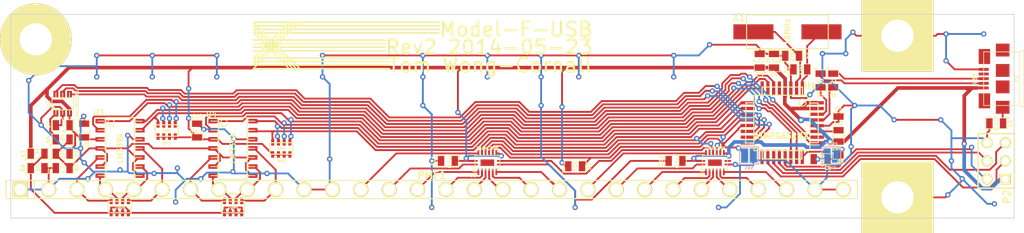
<source format=kicad_pcb>
(kicad_pcb (version 20171130) (host pcbnew "(5.1.12)-1")
  (layers (0 F.Cu signal) (31 B.Cu signal) (34 B.Paste user hide) (35 F.Paste user hide) (36 B.SilkS user hide) (37 F.SilkS user hide) (38 B.Mask user hide) (39 F.Mask user hide) (44 Edge.Cuts user))
  (net 0 "")
  (net 1 /SPI_MOSI)
  (net 2 /SPI_SCLK)
  (net 3 /SPI_SS)
  (net 4 /USB_D+)
  (net 5 /USB_D-)
  (net 6 /USB_SHIELD)
  (net 7 Col1)
  (net 8 Col10)
  (net 9 Col11)
  (net 10 Col12)
  (net 11 Col13)
  (net 12 Col14)
  (net 13 Col15)
  (net 14 Col16)
  (net 15 Col2)
  (net 16 Col3)
  (net 17 Col4)
  (net 18 Col5)
  (net 19 Col6)
  (net 20 Col7)
  (net 21 Col8)
  (net 22 Col9)
  (net 23 GND)
  (net 24 N-0000015)
  (net 25 N-0000022)
  (net 26 N-0000025)
  (net 27 N-000003)
  (net 28 N-0000034)
  (net 29 N-0000035)
  (net 30 N-0000036)
  (net 31 N-0000037)
  (net 32 N-000004)
  (net 33 N-0000043)
  (net 34 N-000005)
  (net 35 N-000006)
  (net 36 N-000007)
  (net 37 N-000009)
  (net 38 Row1)
  (net 39 Row2)
  (net 40 Row3)
  (net 41 Row4)
  (net 42 Row5)
  (net 43 Row6)
  (net 44 Row7)
  (net 45 Row8)
  (net 46 RowOP1)
  (net 47 RowOP2)
  (net 48 RowOP3)
  (net 49 RowOP4)
  (net 50 RowOP5)
  (net 51 RowOP6)
  (net 52 RowOP7)
  (net 53 RowOP8)
  (net 54 SR_DS)
  (net 55 SR_OE)
  (net 56 SR_SHCP)
  (net 57 SR_STCP)
  (net 58 VCC)
  (module 1pin (layer F.Cu) (at 159.25 180.25)
    (fp_text reference 1PIN_3 (at 0 0) (layer F.SilkS) (effects (font (size 1.016 1.016) (thickness 0.254))))
    (fp_text value P*** hide)
    (pad 1 thru_hole circle (at 0 0) (size 10 10) (drill 4.5) (layers *.Cu *.Mask F.SilkS) (net 23 GND))
  )
  (module tsot-6 (layer F.Cu) (at 163 189.25)
    (fp_text reference U2 (at -2 0 90) (layer F.SilkS) (effects (font (size 0.50038 0.50038) (thickness 0.09906))))
    (fp_text value DAC101S101 (at 2 0 90) (layer F.SilkS) (effects (font (size 0.4 0.4) (thickness 0.085))))
    (pad 1 smd rect (at -0.94996 1.30048) (size 0.69088 1.00076) (layers F.Cu F.Paste F.Mask) (net 37 N-000009))
    (pad 3 smd rect (at 0.94996 1.30048) (size 0.69088 1.00076) (layers F.Cu F.Paste F.Mask) (net 58 VCC))
    (pad 2 smd rect (at 0 1.30048) (size 0.69088 1.00076) (layers F.Cu F.Paste F.Mask) (net 23 GND))
    (pad 4 smd rect (at 0.94996 -1.30048) (size 0.69088 1.00076) (layers F.Cu F.Paste F.Mask) (net 1 /SPI_MOSI))
    (pad 6 smd rect (at -0.94996 -1.30048) (size 0.69088 1.00076) (layers F.Cu F.Paste F.Mask) (net 3 /SPI_SS))
    (pad 5 smd rect (at 0 -1.30048) (size 0.69088 1.00076) (layers F.Cu F.Paste F.Mask) (net 2 /SPI_SCLK))
  )
  (module TQFP32 (layer F.Cu) (at 263.37 191.95 270)
    (fp_text reference U1 (at -5.2 -3.88) (layer F.SilkS) (effects (font (size 0.8 0.8) (thickness 0.2))))
    (fp_text value ATMEGA32U2 (at 1.8 0.12) (layer F.SilkS) (effects (font (size 0.8 0.8) (thickness 0.2))))
    (pad 8 smd rect (at -4.81584 2.77622 270) (size 1.99898 0.44958) (layers F.Cu F.Paste F.Mask) (net 52 RowOP7))
    (pad 7 smd rect (at -4.81584 1.97612 270) (size 1.99898 0.44958) (layers F.Cu F.Paste F.Mask) (net 51 RowOP6))
    (pad 6 smd rect (at -4.81584 1.17602 270) (size 1.99898 0.44958) (layers F.Cu F.Paste F.Mask) (net 50 RowOP5))
    (pad 5 smd rect (at -4.81584 0.37592 270) (size 1.99898 0.44958) (layers F.Cu F.Paste F.Mask))
    (pad 4 smd rect (at -4.81584 -0.42418 270) (size 1.99898 0.44958) (layers F.Cu F.Paste F.Mask) (net 58 VCC))
    (pad 3 smd rect (at -4.81584 -1.22428 270) (size 1.99898 0.44958) (layers F.Cu F.Paste F.Mask) (net 23 GND))
    (pad 2 smd rect (at -4.81584 -2.02438 270) (size 1.99898 0.44958) (layers F.Cu F.Paste F.Mask) (net 33 N-0000043))
    (pad 1 smd rect (at -4.81584 -2.82448 270) (size 1.99898 0.44958) (layers F.Cu F.Paste F.Mask) (net 35 N-000006))
    (pad 24 smd rect (at 4.7498 -2.8194 270) (size 1.99898 0.44958) (layers F.Cu F.Paste F.Mask) (net 29 N-0000035))
    (pad 17 smd rect (at 4.7498 2.794 270) (size 1.99898 0.44958) (layers F.Cu F.Paste F.Mask))
    (pad 18 smd rect (at 4.7498 1.9812 270) (size 1.99898 0.44958) (layers F.Cu F.Paste F.Mask) (net 34 N-000005))
    (pad 19 smd rect (at 4.7498 1.1684 270) (size 1.99898 0.44958) (layers F.Cu F.Paste F.Mask) (net 32 N-000004))
    (pad 20 smd rect (at 4.7498 0.381 270) (size 1.99898 0.44958) (layers F.Cu F.Paste F.Mask) (net 27 N-000003))
    (pad 21 smd rect (at 4.7498 -0.4318 270) (size 1.99898 0.44958) (layers F.Cu F.Paste F.Mask) (net 24 N-0000015))
    (pad 22 smd rect (at 4.7498 -1.2192 270) (size 1.99898 0.44958) (layers F.Cu F.Paste F.Mask) (net 49 RowOP4))
    (pad 23 smd rect (at 4.7498 -2.032 270) (size 1.99898 0.44958) (layers F.Cu F.Paste F.Mask) (net 48 RowOP3))
    (pad 32 smd rect (at -2.82448 -4.826 270) (size 0.44958 1.99898) (layers F.Cu F.Paste F.Mask) (net 58 VCC))
    (pad 31 smd rect (at -2.02692 -4.826 270) (size 0.44958 1.99898) (layers F.Cu F.Paste F.Mask) (net 58 VCC))
    (pad 30 smd rect (at -1.22428 -4.826 270) (size 0.44958 1.99898) (layers F.Cu F.Paste F.Mask) (net 31 N-0000037))
    (pad 29 smd rect (at -0.42672 -4.826 270) (size 0.44958 1.99898) (layers F.Cu F.Paste F.Mask) (net 30 N-0000036))
    (pad 28 smd rect (at 0.37592 -4.826 270) (size 0.44958 1.99898) (layers F.Cu F.Paste F.Mask) (net 23 GND))
    (pad 27 smd rect (at 1.17348 -4.826 270) (size 0.44958 1.99898) (layers F.Cu F.Paste F.Mask) (net 28 N-0000034))
    (pad 26 smd rect (at 1.97612 -4.826 270) (size 0.44958 1.99898) (layers F.Cu F.Paste F.Mask) (net 46 RowOP1))
    (pad 25 smd rect (at 2.77368 -4.826 270) (size 0.44958 1.99898) (layers F.Cu F.Paste F.Mask) (net 47 RowOP2))
    (pad 9 smd rect (at -2.8194 4.7752 270) (size 0.44958 1.99898) (layers F.Cu F.Paste F.Mask) (net 53 RowOP8))
    (pad 10 smd rect (at -2.032 4.7752 270) (size 0.44958 1.99898) (layers F.Cu F.Paste F.Mask) (net 54 SR_DS))
    (pad 11 smd rect (at -1.2192 4.7752 270) (size 0.44958 1.99898) (layers F.Cu F.Paste F.Mask) (net 55 SR_OE))
    (pad 12 smd rect (at -0.4318 4.7752 270) (size 0.44958 1.99898) (layers F.Cu F.Paste F.Mask) (net 57 SR_STCP))
    (pad 13 smd rect (at 0.3556 4.7752 270) (size 0.44958 1.99898) (layers F.Cu F.Paste F.Mask) (net 56 SR_SHCP))
    (pad 14 smd rect (at 1.1684 4.7752 270) (size 0.44958 1.99898) (layers F.Cu F.Paste F.Mask) (net 3 /SPI_SS))
    (pad 15 smd rect (at 1.9812 4.7752 270) (size 0.44958 1.99898) (layers F.Cu F.Paste F.Mask) (net 2 /SPI_SCLK))
    (pad 16 smd rect (at 2.794 4.7752 270) (size 0.44958 1.99898) (layers F.Cu F.Paste F.Mask) (net 1 /SPI_MOSI))
  )
  (module TEST_BRIDGE_SM (layer B.Cu) (at 270.25 196.5 180)
    (fp_text reference SW2 (at 0 -1.7 180) (layer B.SilkS) (effects (font (size 0.4 0.4) (thickness 0.1)) (justify mirror)))
    (fp_text value RESET (at 0 1.6 180) (layer B.SilkS) (effects (font (size 0.4 0.4) (thickness 0.1)) (justify mirror)))
    (pad 1 smd rect (at -0.6 0 180) (size 1 2) (layers B.Cu B.Paste B.Mask) (net 29 N-0000035))
    (pad 2 smd rect (at 0.6 0 180) (size 1 2) (layers B.Cu B.Paste B.Mask) (net 23 GND))
  )
  (module TEST_BRIDGE_SM (layer B.Cu) (at 258.75 196.5 180)
    (fp_text reference SW1 (at 0 -1.7 180) (layer B.SilkS) (effects (font (size 0.4 0.4) (thickness 0.1)) (justify mirror)))
    (fp_text value PROG (at 0 1.6 180) (layer B.SilkS) (effects (font (size 0.4 0.4) (thickness 0.1)) (justify mirror)))
    (pad 1 smd rect (at -0.6 0 180) (size 1 2) (layers B.Cu B.Paste B.Mask) (net 23 GND))
    (pad 2 smd rect (at 0.6 0 180) (size 1 2) (layers B.Cu B.Paste B.Mask) (net 56 SR_SHCP))
  )
  (module so-14 (layer F.Cu) (at 171 195.5 270)
    (fp_text reference U3 (at -5 3) (layer F.SilkS) (effects (font (size 0.7493 0.7493) (thickness 0.14986))))
    (fp_text value LM339A (at 0 0 270) (layer F.SilkS) (effects (font (size 0.7493 0.7493) (thickness 0.14986))))
    (pad 1 smd rect (at -3.81 2.794 270) (size 0.635 1.27) (layers F.Cu F.Paste F.Mask) (net 47 RowOP2))
    (pad 2 smd rect (at -2.54 2.794 270) (size 0.635 1.27) (layers F.Cu F.Paste F.Mask) (net 46 RowOP1))
    (pad 3 smd rect (at -1.27 2.794 270) (size 0.635 1.27) (layers F.Cu F.Paste F.Mask) (net 58 VCC))
    (pad 4 smd rect (at 0 2.794 270) (size 0.635 1.27) (layers F.Cu F.Paste F.Mask) (net 25 N-0000022))
    (pad 5 smd rect (at 1.27 2.794 270) (size 0.635 1.27) (layers F.Cu F.Paste F.Mask) (net 38 Row1))
    (pad 6 smd rect (at 2.54 2.794 270) (size 0.635 1.27) (layers F.Cu F.Paste F.Mask) (net 25 N-0000022))
    (pad 7 smd rect (at 3.81 2.794 270) (size 0.635 1.27) (layers F.Cu F.Paste F.Mask) (net 39 Row2))
    (pad 8 smd rect (at 3.81 -2.794 270) (size 0.635 1.27) (layers F.Cu F.Paste F.Mask) (net 25 N-0000022))
    (pad 9 smd rect (at 2.54 -2.794 270) (size 0.635 1.27) (layers F.Cu F.Paste F.Mask) (net 40 Row3))
    (pad 10 smd rect (at 1.27 -2.794 270) (size 0.635 1.27) (layers F.Cu F.Paste F.Mask) (net 25 N-0000022))
    (pad 11 smd rect (at 0 -2.794 270) (size 0.635 1.27) (layers F.Cu F.Paste F.Mask) (net 41 Row4))
    (pad 12 smd rect (at -1.27 -2.794 270) (size 0.635 1.27) (layers F.Cu F.Paste F.Mask) (net 23 GND))
    (pad 13 smd rect (at -2.54 -2.794 270) (size 0.635 1.27) (layers F.Cu F.Paste F.Mask) (net 49 RowOP4))
    (pad 14 smd rect (at -3.81 -2.794 270) (size 0.635 1.27) (layers F.Cu F.Paste F.Mask) (net 48 RowOP3))
  )
  (module so-14 (layer F.Cu) (at 186.75 195.5 270)
    (fp_text reference U4 (at -4.75 3) (layer F.SilkS) (effects (font (size 0.7493 0.7493) (thickness 0.14986))))
    (fp_text value LM339A (at 0 0 270) (layer F.SilkS) (effects (font (size 0.7493 0.7493) (thickness 0.14986))))
    (pad 1 smd rect (at -3.81 2.794 270) (size 0.635 1.27) (layers F.Cu F.Paste F.Mask) (net 51 RowOP6))
    (pad 2 smd rect (at -2.54 2.794 270) (size 0.635 1.27) (layers F.Cu F.Paste F.Mask) (net 50 RowOP5))
    (pad 3 smd rect (at -1.27 2.794 270) (size 0.635 1.27) (layers F.Cu F.Paste F.Mask) (net 58 VCC))
    (pad 4 smd rect (at 0 2.794 270) (size 0.635 1.27) (layers F.Cu F.Paste F.Mask) (net 25 N-0000022))
    (pad 5 smd rect (at 1.27 2.794 270) (size 0.635 1.27) (layers F.Cu F.Paste F.Mask) (net 42 Row5))
    (pad 6 smd rect (at 2.54 2.794 270) (size 0.635 1.27) (layers F.Cu F.Paste F.Mask) (net 25 N-0000022))
    (pad 7 smd rect (at 3.81 2.794 270) (size 0.635 1.27) (layers F.Cu F.Paste F.Mask) (net 43 Row6))
    (pad 8 smd rect (at 3.81 -2.794 270) (size 0.635 1.27) (layers F.Cu F.Paste F.Mask) (net 25 N-0000022))
    (pad 9 smd rect (at 2.54 -2.794 270) (size 0.635 1.27) (layers F.Cu F.Paste F.Mask) (net 44 Row7))
    (pad 10 smd rect (at 1.27 -2.794 270) (size 0.635 1.27) (layers F.Cu F.Paste F.Mask) (net 25 N-0000022))
    (pad 11 smd rect (at 0 -2.794 270) (size 0.635 1.27) (layers F.Cu F.Paste F.Mask) (net 45 Row8))
    (pad 12 smd rect (at -1.27 -2.794 270) (size 0.635 1.27) (layers F.Cu F.Paste F.Mask) (net 23 GND))
    (pad 13 smd rect (at -2.54 -2.794 270) (size 0.635 1.27) (layers F.Cu F.Paste F.Mask) (net 53 RowOP8))
    (pad 14 smd rect (at -3.81 -2.794 270) (size 0.635 1.27) (layers F.Cu F.Paste F.Mask) (net 52 RowOP7))
  )
  (module SM0805 (layer F.Cu) (at 163 194.25)
    (fp_text reference R6 (at -2 0 90) (layer F.SilkS) (effects (font (size 0.50038 0.50038) (thickness 0.10922))))
    (fp_text value 20K (at 0 0 90) (layer F.SilkS) (effects (font (size 0.50038 0.50038) (thickness 0.10922))))
    (pad 1 smd rect (at -0.9525 0) (size 0.889 1.397) (layers F.Cu F.Paste F.Mask) (net 37 N-000009))
    (pad 2 smd rect (at 0.9525 0) (size 0.889 1.397) (layers F.Cu F.Paste F.Mask) (net 25 N-0000022))
  )
  (module SM0805 (layer F.Cu) (at 166 193 270)
    (fp_text reference C9 (at 2 -0.25) (layer F.SilkS) (effects (font (size 0.50038 0.50038) (thickness 0.10922))))
    (fp_text value 0.1uF (at 0.25 0) (layer F.SilkS) (effects (font (size 0.50038 0.50038) (thickness 0.10922))))
    (pad 1 smd rect (at -0.9525 0 270) (size 0.889 1.397) (layers F.Cu F.Paste F.Mask) (net 23 GND))
    (pad 2 smd rect (at 0.9525 0 270) (size 0.889 1.397) (layers F.Cu F.Paste F.Mask) (net 58 VCC))
  )
  (module SM0805 (layer F.Cu) (at 181.75 193 270)
    (fp_text reference C10 (at -2 0) (layer F.SilkS) (effects (font (size 0.50038 0.50038) (thickness 0.10922))))
    (fp_text value 0.1uF (at 0.25 0) (layer F.SilkS) (effects (font (size 0.50038 0.50038) (thickness 0.10922))))
    (pad 1 smd rect (at -0.9525 0 270) (size 0.889 1.397) (layers F.Cu F.Paste F.Mask) (net 23 GND))
    (pad 2 smd rect (at 0.9525 0 270) (size 0.889 1.397) (layers F.Cu F.Paste F.Mask) (net 58 VCC))
  )
  (module SM0805 (layer F.Cu) (at 163 192.25 180)
    (fp_text reference C7 (at 2 0 270) (layer F.SilkS) (effects (font (size 0.50038 0.50038) (thickness 0.10922))))
    (fp_text value 0.1uF (at -0.25 0 270) (layer F.SilkS) (effects (font (size 0.50038 0.50038) (thickness 0.10922))))
    (pad 1 smd rect (at -0.9525 0 180) (size 0.889 1.397) (layers F.Cu F.Paste F.Mask) (net 58 VCC))
    (pad 2 smd rect (at 0.9525 0 180) (size 0.889 1.397) (layers F.Cu F.Paste F.Mask) (net 23 GND))
  )
  (module SM0805 (layer F.Cu) (at 248.5 197.25 180)
    (fp_text reference C12 (at 2 0 270) (layer F.SilkS) (effects (font (size 0.50038 0.50038) (thickness 0.10922))))
    (fp_text value 0.1uF (at -0.25 0 270) (layer F.SilkS) (effects (font (size 0.50038 0.50038) (thickness 0.10922))))
    (pad 1 smd rect (at -0.9525 0 180) (size 0.889 1.397) (layers F.Cu F.Paste F.Mask) (net 58 VCC))
    (pad 2 smd rect (at 0.9525 0 180) (size 0.889 1.397) (layers F.Cu F.Paste F.Mask) (net 23 GND))
  )
  (module SM0805 (layer F.Cu) (at 216.75 197.25 180)
    (fp_text reference C11 (at 2 0 270) (layer F.SilkS) (effects (font (size 0.50038 0.50038) (thickness 0.10922))))
    (fp_text value 0.1uF (at -0.25 0 270) (layer F.SilkS) (effects (font (size 0.50038 0.50038) (thickness 0.10922))))
    (pad 1 smd rect (at -0.9525 0 180) (size 0.889 1.397) (layers F.Cu F.Paste F.Mask) (net 58 VCC))
    (pad 2 smd rect (at 0.9525 0 180) (size 0.889 1.397) (layers F.Cu F.Paste F.Mask) (net 23 GND))
  )
  (module SM0805 (layer F.Cu) (at 163 198.25 180)
    (fp_text reference R4 (at -2 0 270) (layer F.SilkS) (effects (font (size 0.50038 0.50038) (thickness 0.10922))))
    (fp_text value 4.7K (at 0 0 270) (layer F.SilkS) (effects (font (size 0.50038 0.50038) (thickness 0.10922))))
    (pad 1 smd rect (at -0.9525 0 180) (size 0.889 1.397) (layers F.Cu F.Paste F.Mask) (net 25 N-0000022))
    (pad 2 smd rect (at 0.9525 0 180) (size 0.889 1.397) (layers F.Cu F.Paste F.Mask) (net 23 GND))
  )
  (module SM0805 (layer F.Cu) (at 163 196.25)
    (fp_text reference R3 (at 2 0 90) (layer F.SilkS) (effects (font (size 0.50038 0.50038) (thickness 0.10922))))
    (fp_text value 20K (at 0 0 90) (layer F.SilkS) (effects (font (size 0.50038 0.50038) (thickness 0.10922))))
    (pad 1 smd rect (at -0.9525 0) (size 0.889 1.397) (layers F.Cu F.Paste F.Mask) (net 25 N-0000022))
    (pad 2 smd rect (at 0.9525 0) (size 0.889 1.397) (layers F.Cu F.Paste F.Mask) (net 58 VCC))
  )
  (module SM0805 (layer F.Cu) (at 271.25 192 90)
    (fp_text reference C5 (at 2 0 180) (layer F.SilkS) (effects (font (size 0.50038 0.50038) (thickness 0.10922))))
    (fp_text value 1uF (at 0 0 180) (layer F.SilkS) (effects (font (size 0.50038 0.50038) (thickness 0.10922))))
    (pad 1 smd rect (at -0.9525 0 90) (size 0.889 1.397) (layers F.Cu F.Paste F.Mask) (net 28 N-0000034))
    (pad 2 smd rect (at 0.9525 0 90) (size 0.889 1.397) (layers F.Cu F.Paste F.Mask) (net 23 GND))
  )
  (module SM0805 (layer F.Cu) (at 264.77 182.55)
    (fp_text reference C1 (at 1.98 -0.05 90) (layer F.SilkS) (effects (font (size 0.50038 0.50038) (thickness 0.10922))))
    (fp_text value 22pF (at -0.02 -0.05 90) (layer F.SilkS) (effects (font (size 0.50038 0.50038) (thickness 0.10922))))
    (pad 1 smd rect (at -0.9525 0) (size 0.889 1.397) (layers F.Cu F.Paste F.Mask) (net 23 GND))
    (pad 2 smd rect (at 0.9525 0) (size 0.889 1.397) (layers F.Cu F.Paste F.Mask) (net 33 N-0000043))
  )
  (module SM0805 (layer F.Cu) (at 159.5 198.25)
    (fp_text reference R8 (at -2 0 90) (layer F.SilkS) (effects (font (size 0.50038 0.50038) (thickness 0.10922))))
    (fp_text value 1K (at 0 0 90) (layer F.SilkS) (effects (font (size 0.50038 0.50038) (thickness 0.10922))))
    (pad 1 smd rect (at -0.9525 0) (size 0.889 1.397) (layers F.Cu F.Paste F.Mask) (net 26 N-0000025))
    (pad 2 smd rect (at 0.9525 0) (size 0.889 1.397) (layers F.Cu F.Paste F.Mask) (net 23 GND))
  )
  (module SM0805 (layer F.Cu) (at 159.5 196.25)
    (fp_text reference R7 (at -2 0 90) (layer F.SilkS) (effects (font (size 0.50038 0.50038) (thickness 0.10922))))
    (fp_text value 4.7K (at 0 0 90) (layer F.SilkS) (effects (font (size 0.50038 0.50038) (thickness 0.10922))))
    (pad 1 smd rect (at -0.9525 0) (size 0.889 1.397) (layers F.Cu F.Paste F.Mask) (net 58 VCC))
    (pad 2 smd rect (at 0.9525 0) (size 0.889 1.397) (layers F.Cu F.Paste F.Mask) (net 26 N-0000025))
  )
  (module SM0805 (layer F.Cu) (at 271.25 195.5 270)
    (fp_text reference R5 (at 2 -0.25) (layer F.SilkS) (effects (font (size 0.50038 0.50038) (thickness 0.10922))))
    (fp_text value 10K (at 0 0.25) (layer F.SilkS) (effects (font (size 0.50038 0.50038) (thickness 0.10922))))
    (pad 1 smd rect (at -0.9525 0 270) (size 0.889 1.397) (layers F.Cu F.Paste F.Mask) (net 58 VCC))
    (pad 2 smd rect (at 0.9525 0 270) (size 0.889 1.397) (layers F.Cu F.Paste F.Mask) (net 29 N-0000035))
  )
  (module SM0805 (layer F.Cu) (at 262.25 183.25 270)
    (fp_text reference C4 (at 2 0) (layer F.SilkS) (effects (font (size 0.50038 0.50038) (thickness 0.10922))))
    (fp_text value 0.1uF (at 0 0) (layer F.SilkS) (effects (font (size 0.50038 0.50038) (thickness 0.10922))))
    (pad 1 smd rect (at -0.9525 0 270) (size 0.889 1.397) (layers F.Cu F.Paste F.Mask) (net 23 GND))
    (pad 2 smd rect (at 0.9525 0 270) (size 0.889 1.397) (layers F.Cu F.Paste F.Mask) (net 58 VCC))
  )
  (module SM0805 (layer F.Cu) (at 260.25 183.25 90)
    (fp_text reference C3 (at -2 0 180) (layer F.SilkS) (effects (font (size 0.50038 0.50038) (thickness 0.10922))))
    (fp_text value 4.7uF (at 0 0 180) (layer F.SilkS) (effects (font (size 0.50038 0.50038) (thickness 0.10922))))
    (pad 1 smd rect (at -0.9525 0 90) (size 0.889 1.397) (layers F.Cu F.Paste F.Mask) (net 58 VCC))
    (pad 2 smd rect (at 0.9525 0 90) (size 0.889 1.397) (layers F.Cu F.Paste F.Mask) (net 23 GND))
  )
  (module SM0805 (layer F.Cu) (at 268.75 197 180)
    (fp_text reference C8 (at -1 -1.25 180) (layer F.SilkS) (effects (font (size 0.50038 0.50038) (thickness 0.10922))))
    (fp_text value 0.1uF (at -0.25 0 270) (layer F.SilkS) (effects (font (size 0.50038 0.50038) (thickness 0.10922))))
    (pad 1 smd rect (at -0.9525 0 180) (size 0.889 1.397) (layers F.Cu F.Paste F.Mask) (net 29 N-0000035))
    (pad 2 smd rect (at 0.9525 0 180) (size 0.889 1.397) (layers F.Cu F.Paste F.Mask) (net 23 GND))
  )
  (module SM0805 (layer F.Cu) (at 265.92 184.45)
    (fp_text reference C2 (at -1.92 0.05 90) (layer F.SilkS) (effects (font (size 0.50038 0.50038) (thickness 0.10922))))
    (fp_text value 22pF (at 0.08 0.05 90) (layer F.SilkS) (effects (font (size 0.50038 0.50038) (thickness 0.10922))))
    (pad 1 smd rect (at -0.9525 0) (size 0.889 1.397) (layers F.Cu F.Paste F.Mask) (net 23 GND))
    (pad 2 smd rect (at 0.9525 0) (size 0.889 1.397) (layers F.Cu F.Paste F.Mask) (net 35 N-000006))
  )
  (module SM0805 (layer F.Cu) (at 270.5 186 270)
    (fp_text reference R2 (at 2.1 0.02) (layer F.SilkS) (effects (font (size 0.50038 0.50038) (thickness 0.10922))))
    (fp_text value 22 (at 0.1 0.02) (layer F.SilkS) (effects (font (size 0.50038 0.50038) (thickness 0.10922))))
    (pad 1 smd rect (at -0.9525 0 270) (size 0.889 1.397) (layers F.Cu F.Paste F.Mask) (net 4 /USB_D+))
    (pad 2 smd rect (at 0.9525 0 270) (size 0.889 1.397) (layers F.Cu F.Paste F.Mask) (net 30 N-0000036))
  )
  (module SM0805 (layer F.Cu) (at 293.25 192 180)
    (fp_text reference C6 (at -2 0 270) (layer F.SilkS) (effects (font (size 0.50038 0.50038) (thickness 0.10922))))
    (fp_text value 0.1uF (at 0 0 270) (layer F.SilkS) (effects (font (size 0.50038 0.50038) (thickness 0.10922))))
    (pad 1 smd rect (at -0.9525 0 180) (size 0.889 1.397) (layers F.Cu F.Paste F.Mask) (net 6 /USB_SHIELD))
    (pad 2 smd rect (at 0.9525 0 180) (size 0.889 1.397) (layers F.Cu F.Paste F.Mask) (net 23 GND))
  )
  (module SM0805 (layer F.Cu) (at 268.75 186 270)
    (fp_text reference R1 (at 2.1 0.02) (layer F.SilkS) (effects (font (size 0.50038 0.50038) (thickness 0.10922))))
    (fp_text value 22 (at 0.1 0.02) (layer F.SilkS) (effects (font (size 0.50038 0.50038) (thickness 0.10922))))
    (pad 1 smd rect (at -0.9525 0 270) (size 0.889 1.397) (layers F.Cu F.Paste F.Mask) (net 5 /USB_D-))
    (pad 2 smd rect (at 0.9525 0 270) (size 0.889 1.397) (layers F.Cu F.Paste F.Mask) (net 31 N-0000037))
  )
  (module RPACK_1206 (layer F.Cu) (at 170.96 203.7)
    (fp_text reference RP3 (at 0 -1.8) (layer F.SilkS) (effects (font (size 0.4 0.4) (thickness 0.1))))
    (fp_text value 100K (at 0.06 0) (layer F.SilkS) (effects (font (size 0.4 0.4) (thickness 0.1))))
    (pad 1 smd rect (at -1.2 0.85) (size 0.425 0.9) (layers F.Cu F.Paste F.Mask) (net 26 N-0000025) (clearance 0.1))
    (pad 2 smd rect (at -0.4 0.85) (size 0.425 0.9) (layers F.Cu F.Paste F.Mask) (net 26 N-0000025) (clearance 0.1))
    (pad 3 smd rect (at 0.4 0.85) (size 0.425 0.9) (layers F.Cu F.Paste F.Mask) (net 26 N-0000025) (clearance 0.1))
    (pad 4 smd rect (at 1.2 0.85) (size 0.425 0.9) (layers F.Cu F.Paste F.Mask) (net 26 N-0000025) (clearance 0.1))
    (pad 5 smd rect (at 1.2 -0.85) (size 0.425 0.9) (layers F.Cu F.Paste F.Mask) (net 41 Row4) (clearance 0.1))
    (pad 6 smd rect (at 0.4 -0.85) (size 0.425 0.9) (layers F.Cu F.Paste F.Mask) (net 40 Row3) (clearance 0.1))
    (pad 7 smd rect (at -0.4 -0.85) (size 0.425 0.9) (layers F.Cu F.Paste F.Mask) (net 39 Row2) (clearance 0.1))
    (pad 8 smd rect (at -1.2 -0.85) (size 0.425 0.9) (layers F.Cu F.Paste F.Mask) (net 38 Row1) (clearance 0.1))
  )
  (module RPACK_1206 (layer F.Cu) (at 186.78 203.7)
    (fp_text reference RP4 (at 0 -1.8) (layer F.SilkS) (effects (font (size 0.4 0.4) (thickness 0.1))))
    (fp_text value 100K (at -0.03 0) (layer F.SilkS) (effects (font (size 0.4 0.4) (thickness 0.1))))
    (pad 1 smd rect (at -1.2 0.85) (size 0.425 0.9) (layers F.Cu F.Paste F.Mask) (net 26 N-0000025) (clearance 0.1))
    (pad 2 smd rect (at -0.4 0.85) (size 0.425 0.9) (layers F.Cu F.Paste F.Mask) (net 26 N-0000025) (clearance 0.1))
    (pad 3 smd rect (at 0.4 0.85) (size 0.425 0.9) (layers F.Cu F.Paste F.Mask) (net 26 N-0000025) (clearance 0.1))
    (pad 4 smd rect (at 1.2 0.85) (size 0.425 0.9) (layers F.Cu F.Paste F.Mask) (net 26 N-0000025) (clearance 0.1))
    (pad 5 smd rect (at 1.2 -0.85) (size 0.425 0.9) (layers F.Cu F.Paste F.Mask) (net 45 Row8) (clearance 0.1))
    (pad 6 smd rect (at 0.4 -0.85) (size 0.425 0.9) (layers F.Cu F.Paste F.Mask) (net 44 Row7) (clearance 0.1))
    (pad 7 smd rect (at -0.4 -0.85) (size 0.425 0.9) (layers F.Cu F.Paste F.Mask) (net 43 Row6) (clearance 0.1))
    (pad 8 smd rect (at -1.2 -0.85) (size 0.425 0.9) (layers F.Cu F.Paste F.Mask) (net 42 Row5) (clearance 0.1))
  )
  (module RPACK_1206 (layer F.Cu) (at 193.5 195.5 180)
    (fp_text reference RP2 (at 0 -1.8 180) (layer F.SilkS) (effects (font (size 0.4 0.4) (thickness 0.1))))
    (fp_text value 10K (at 0 0 180) (layer F.SilkS) (effects (font (size 0.4 0.4) (thickness 0.1))))
    (pad 1 smd rect (at -1.2 0.85 180) (size 0.425 0.9) (layers F.Cu F.Paste F.Mask) (net 50 RowOP5) (clearance 0.1))
    (pad 2 smd rect (at -0.4 0.85 180) (size 0.425 0.9) (layers F.Cu F.Paste F.Mask) (net 51 RowOP6) (clearance 0.1))
    (pad 3 smd rect (at 0.4 0.85 180) (size 0.425 0.9) (layers F.Cu F.Paste F.Mask) (net 52 RowOP7) (clearance 0.1))
    (pad 4 smd rect (at 1.2 0.85 180) (size 0.425 0.9) (layers F.Cu F.Paste F.Mask) (net 53 RowOP8) (clearance 0.1))
    (pad 5 smd rect (at 1.2 -0.85 180) (size 0.425 0.9) (layers F.Cu F.Paste F.Mask) (net 58 VCC) (clearance 0.1))
    (pad 6 smd rect (at 0.4 -0.85 180) (size 0.425 0.9) (layers F.Cu F.Paste F.Mask) (net 58 VCC) (clearance 0.1))
    (pad 7 smd rect (at -0.4 -0.85 180) (size 0.425 0.9) (layers F.Cu F.Paste F.Mask) (net 58 VCC) (clearance 0.1))
    (pad 8 smd rect (at -1.2 -0.85 180) (size 0.425 0.9) (layers F.Cu F.Paste F.Mask) (net 58 VCC) (clearance 0.1))
  )
  (module RPACK_1206 (layer F.Cu) (at 177.5 193 180)
    (fp_text reference RP1 (at 0 -1.8 180) (layer F.SilkS) (effects (font (size 0.4 0.4) (thickness 0.1))))
    (fp_text value 10K (at 0 0 180) (layer F.SilkS) (effects (font (size 0.4 0.4) (thickness 0.1))))
    (pad 1 smd rect (at -1.2 0.85 180) (size 0.425 0.9) (layers F.Cu F.Paste F.Mask) (net 46 RowOP1) (clearance 0.1))
    (pad 2 smd rect (at -0.4 0.85 180) (size 0.425 0.9) (layers F.Cu F.Paste F.Mask) (net 47 RowOP2) (clearance 0.1))
    (pad 3 smd rect (at 0.4 0.85 180) (size 0.425 0.9) (layers F.Cu F.Paste F.Mask) (net 48 RowOP3) (clearance 0.1))
    (pad 4 smd rect (at 1.2 0.85 180) (size 0.425 0.9) (layers F.Cu F.Paste F.Mask) (net 49 RowOP4) (clearance 0.1))
    (pad 5 smd rect (at 1.2 -0.85 180) (size 0.425 0.9) (layers F.Cu F.Paste F.Mask) (net 58 VCC) (clearance 0.1))
    (pad 6 smd rect (at 0.4 -0.85 180) (size 0.425 0.9) (layers F.Cu F.Paste F.Mask) (net 58 VCC) (clearance 0.1))
    (pad 7 smd rect (at -0.4 -0.85 180) (size 0.425 0.9) (layers F.Cu F.Paste F.Mask) (net 58 VCC) (clearance 0.1))
    (pad 8 smd rect (at -1.2 -0.85 180) (size 0.425 0.9) (layers F.Cu F.Paste F.Mask) (net 58 VCC) (clearance 0.1))
  )
  (module pin_array_3x2 (layer F.Cu) (at 293.25 197.25 90)
    (fp_text reference P2 (at -5 1.5 90) (layer F.SilkS) (effects (font (size 1.016 1.016) (thickness 0.2032))))
    (fp_text value CONN_3X2 hide)
    (pad 1 thru_hole rect (at -2.54 1.27 90) (size 1.524 1.524) (drill 1.016) (layers *.Cu *.Mask F.SilkS) (net 58 VCC))
    (pad 2 thru_hole circle (at -2.54 -1.27 90) (size 1.524 1.524) (drill 1.016) (layers *.Cu *.Mask F.SilkS) (net 24 N-0000015))
    (pad 3 thru_hole circle (at 0 1.27 90) (size 1.524 1.524) (drill 1.016) (layers *.Cu *.Mask F.SilkS) (net 34 N-000005))
    (pad 4 thru_hole circle (at 0 -1.27 90) (size 1.524 1.524) (drill 1.016) (layers *.Cu *.Mask F.SilkS) (net 27 N-000003))
    (pad 5 thru_hole circle (at 2.54 1.27 90) (size 1.524 1.524) (drill 1.016) (layers *.Cu *.Mask F.SilkS) (net 32 N-000004))
    (pad 6 thru_hole circle (at 2.54 -1.27 90) (size 1.524 1.524) (drill 1.016) (layers *.Cu *.Mask F.SilkS) (net 23 GND) (thermal_gap 0.508))
  )
  (module HC49US (layer F.Cu) (at 264.12 179.2)
    (fp_text reference X1 (at -6.75 -2) (layer F.SilkS))
    (fp_text value 16MHz (at 0 0 90) (layer F.SilkS) (effects (font (size 0.75 0.75))))
    (pad 1 smd rect (at -4.75 0) (size 5.6 2.1) (layers F.Cu F.Paste F.Mask) (net 33 N-0000043))
    (pad 2 smd rect (at 4.75 0) (size 5.6 2.1) (layers F.Cu F.Paste F.Mask) (net 35 N-000006))
  )
  (module DHVQFN16 (layer F.Cu) (at 222.25 197.5)
    (fp_text reference U5 (at -2 1.75) (layer F.SilkS) (effects (font (size 0.5 0.5) (thickness 0.1))))
    (fp_text value 74AHC595 (at 0 -2) (layer F.SilkS) (effects (font (size 0.4 0.4) (thickness 0.1))))
    (pad "" smd rect (at 0 0) (size 1.9 0.9) (layers F.Cu F.Paste F.Mask))
    (pad 1 smd rect (at -1.8 0.25 90) (size 0.24 0.9) (layers F.Cu F.Paste F.Mask) (net 15 Col2) (clearance 0.125))
    (pad 2 smd rect (at -1.25 1.3) (size 0.24 0.9) (layers F.Cu F.Paste F.Mask) (net 16 Col3) (clearance 0.125))
    (pad 3 smd rect (at -0.75 1.3) (size 0.24 0.9) (layers F.Cu F.Paste F.Mask) (net 17 Col4) (clearance 0.125))
    (pad 4 smd rect (at -0.25 1.3) (size 0.24 0.9) (layers F.Cu F.Paste F.Mask) (net 18 Col5) (clearance 0.125))
    (pad 5 smd rect (at 0.25 1.3) (size 0.24 0.9) (layers F.Cu F.Paste F.Mask) (net 19 Col6) (clearance 0.125))
    (pad 6 smd rect (at 0.75 1.3) (size 0.24 0.9) (layers F.Cu F.Paste F.Mask) (net 20 Col7) (clearance 0.125))
    (pad 7 smd rect (at 1.25 1.3) (size 0.24 0.9) (layers F.Cu F.Paste F.Mask) (net 21 Col8) (clearance 0.125))
    (pad 8 smd rect (at 1.8 0.25 270) (size 0.24 0.9) (layers F.Cu F.Paste F.Mask) (net 23 GND) (clearance 0.125))
    (pad 9 smd rect (at 1.8 -0.25 270) (size 0.24 0.9) (layers F.Cu F.Paste F.Mask) (net 36 N-000007) (clearance 0.125))
    (pad 10 smd rect (at 1.25 -1.3) (size 0.24 0.9) (layers F.Cu F.Paste F.Mask) (net 58 VCC) (clearance 0.125))
    (pad 11 smd rect (at 0.75 -1.3) (size 0.24 0.9) (layers F.Cu F.Paste F.Mask) (net 56 SR_SHCP) (clearance 0.125))
    (pad 12 smd rect (at 0.25 -1.3) (size 0.24 0.9) (layers F.Cu F.Paste F.Mask) (net 57 SR_STCP) (clearance 0.125))
    (pad 13 smd rect (at -0.25 -1.3) (size 0.24 0.9) (layers F.Cu F.Paste F.Mask) (net 55 SR_OE) (clearance 0.125))
    (pad 14 smd rect (at -0.75 -1.3) (size 0.24 0.9) (layers F.Cu F.Paste F.Mask) (net 54 SR_DS) (clearance 0.125))
    (pad 15 smd rect (at -1.25 -1.3) (size 0.24 0.9) (layers F.Cu F.Paste F.Mask) (net 7 Col1) (clearance 0.125))
    (pad 16 smd rect (at -1.8 -0.25 90) (size 0.24 0.9) (layers F.Cu F.Paste F.Mask) (net 58 VCC) (clearance 0.125))
  )
  (module DHVQFN16 (layer F.Cu) (at 254 197.5)
    (fp_text reference U6 (at -2 1.75) (layer F.SilkS) (effects (font (size 0.5 0.5) (thickness 0.1))))
    (fp_text value 74AHC595 (at 0 -2) (layer F.SilkS) (effects (font (size 0.4 0.4) (thickness 0.1))))
    (pad "" smd rect (at 0 0) (size 1.9 0.9) (layers F.Cu F.Paste F.Mask))
    (pad 1 smd rect (at -1.8 0.25 90) (size 0.24 0.9) (layers F.Cu F.Paste F.Mask) (net 8 Col10) (clearance 0.125))
    (pad 2 smd rect (at -1.25 1.3) (size 0.24 0.9) (layers F.Cu F.Paste F.Mask) (net 9 Col11) (clearance 0.125))
    (pad 3 smd rect (at -0.75 1.3) (size 0.24 0.9) (layers F.Cu F.Paste F.Mask) (net 10 Col12) (clearance 0.125))
    (pad 4 smd rect (at -0.25 1.3) (size 0.24 0.9) (layers F.Cu F.Paste F.Mask) (net 11 Col13) (clearance 0.125))
    (pad 5 smd rect (at 0.25 1.3) (size 0.24 0.9) (layers F.Cu F.Paste F.Mask) (net 12 Col14) (clearance 0.125))
    (pad 6 smd rect (at 0.75 1.3) (size 0.24 0.9) (layers F.Cu F.Paste F.Mask) (net 13 Col15) (clearance 0.125))
    (pad 7 smd rect (at 1.25 1.3) (size 0.24 0.9) (layers F.Cu F.Paste F.Mask) (net 14 Col16) (clearance 0.125))
    (pad 8 smd rect (at 1.8 0.25 270) (size 0.24 0.9) (layers F.Cu F.Paste F.Mask) (net 23 GND) (clearance 0.125))
    (pad 9 smd rect (at 1.8 -0.25 270) (size 0.24 0.9) (layers F.Cu F.Paste F.Mask) (clearance 0.125))
    (pad 10 smd rect (at 1.25 -1.3) (size 0.24 0.9) (layers F.Cu F.Paste F.Mask) (net 58 VCC) (clearance 0.125))
    (pad 11 smd rect (at 0.75 -1.3) (size 0.24 0.9) (layers F.Cu F.Paste F.Mask) (net 56 SR_SHCP) (clearance 0.125))
    (pad 12 smd rect (at 0.25 -1.3) (size 0.24 0.9) (layers F.Cu F.Paste F.Mask) (net 57 SR_STCP) (clearance 0.125))
    (pad 13 smd rect (at -0.25 -1.3) (size 0.24 0.9) (layers F.Cu F.Paste F.Mask) (net 55 SR_OE) (clearance 0.125))
    (pad 14 smd rect (at -0.75 -1.3) (size 0.24 0.9) (layers F.Cu F.Paste F.Mask) (net 36 N-000007) (clearance 0.125))
    (pad 15 smd rect (at -1.25 -1.3) (size 0.24 0.9) (layers F.Cu F.Paste F.Mask) (net 22 Col9) (clearance 0.125))
    (pad 16 smd rect (at -1.8 -0.25 90) (size 0.24 0.9) (layers F.Cu F.Paste F.Mask) (net 58 VCC) (clearance 0.125))
  )
  (module SM0805 (layer F.Cu) (at 234.5 198)
    (fp_text reference R9 (at 2 0 90) (layer F.SilkS) (effects (font (size 0.50038 0.50038) (thickness 0.10922))))
    (fp_text value 10K (at 0 0 90) (layer F.SilkS) (effects (font (size 0.50038 0.50038) (thickness 0.10922))))
    (pad 1 smd rect (at -0.9525 0) (size 0.889 1.397) (layers F.Cu F.Paste F.Mask) (net 58 VCC))
    (pad 2 smd rect (at 0.9525 0) (size 0.889 1.397) (layers F.Cu F.Paste F.Mask) (net 56 SR_SHCP))
  )
  (module Via (layer F.Cu) (at 160 192.25)
    (fp_text reference ._52 hide)
    (fp_text value . hide)
    (pad "" thru_hole circle (at 0 0) (size 0.7366 0.7366) (drill 0.381) (layers *.Cu) (net 23 GND))
  )
  (module Via (layer F.Cu) (at 165.5 195.5)
    (fp_text reference ._51 hide)
    (fp_text value . hide)
    (pad "" thru_hole circle (at 0 0) (size 0.7366 0.7366) (drill 0.381) (layers *.Cu) (net 23 GND))
  )
  (module Via (layer F.Cu) (at 166 197.5)
    (fp_text reference ._50 hide)
    (fp_text value . hide)
    (pad "" thru_hole circle (at 0 0) (size 0.7366 0.7366) (drill 0.381) (layers *.Cu) (net 23 GND))
  )
  (module Via (layer F.Cu) (at 166.5 199.75)
    (fp_text reference ._49 hide)
    (fp_text value . hide)
    (pad "" thru_hole circle (at 0 0) (size 0.7366 0.7366) (drill 0.381) (layers *.Cu) (net 23 GND))
  )
  (module Via (layer F.Cu) (at 171 198.5)
    (fp_text reference ._48 hide)
    (fp_text value . hide)
    (pad "" thru_hole circle (at 0 0) (size 0.7366 0.7366) (drill 0.381) (layers *.Cu) (net 23 GND))
  )
  (module Via (layer F.Cu) (at 167.75 185.5)
    (fp_text reference ._47 hide)
    (fp_text value . hide)
    (pad "" thru_hole circle (at 0 0) (size 0.7366 0.7366) (drill 0.381) (layers *.Cu) (net 23 GND))
  )
  (module Via (layer F.Cu) (at 175.5 185.5)
    (fp_text reference ._46 hide)
    (fp_text value . hide)
    (pad "" thru_hole circle (at 0 0) (size 0.7366 0.7366) (drill 0.381) (layers *.Cu) (net 23 GND))
  )
  (module Via (layer F.Cu) (at 175.75 199)
    (fp_text reference ._45 hide)
    (fp_text value . hide)
    (pad "" thru_hole circle (at 0 0) (size 0.7366 0.7366) (drill 0.381) (layers *.Cu) (net 23 GND))
  )
  (module Via (layer F.Cu) (at 179 198.25)
    (fp_text reference ._44 hide)
    (fp_text value . hide)
    (pad "" thru_hole circle (at 0 0) (size 0.7366 0.7366) (drill 0.381) (layers *.Cu) (net 23 GND))
  )
  (module Via (layer F.Cu) (at 178.75 203)
    (fp_text reference ._43 hide)
    (fp_text value . hide)
    (pad "" thru_hole circle (at 0 0) (size 0.7366 0.7366) (drill 0.381) (layers *.Cu) (net 23 GND))
  )
  (module Via (layer F.Cu) (at 186.75 198.75)
    (fp_text reference ._42 hide)
    (fp_text value . hide)
    (pad "" thru_hole circle (at 0 0) (size 0.7366 0.7366) (drill 0.381) (layers *.Cu) (net 23 GND))
  )
  (module Via (layer F.Cu) (at 191.5 199)
    (fp_text reference ._41 hide)
    (fp_text value . hide)
    (pad "" thru_hole circle (at 0 0) (size 0.7366 0.7366) (drill 0.381) (layers *.Cu) (net 23 GND))
  )
  (module Via (layer F.Cu) (at 184.5 185.5)
    (fp_text reference ._40 hide)
    (fp_text value . hide)
    (pad "" thru_hole circle (at 0 0) (size 0.7366 0.7366) (drill 0.381) (layers *.Cu) (net 23 GND))
  )
  (module Via (layer F.Cu) (at 199.25 185.5)
    (fp_text reference ._39 hide)
    (fp_text value . hide)
    (pad "" thru_hole circle (at 0 0) (size 0.7366 0.7366) (drill 0.381) (layers *.Cu) (net 23 GND))
  )
  (module Via (layer F.Cu) (at 213.25 185.5)
    (fp_text reference ._38 hide)
    (fp_text value . hide)
    (pad "" thru_hole circle (at 0 0) (size 0.7366 0.7366) (drill 0.381) (layers *.Cu) (net 23 GND))
  )
  (module Via (layer F.Cu) (at 213.25 189.5)
    (fp_text reference ._37 hide)
    (fp_text value . hide)
    (pad "" thru_hole circle (at 0 0) (size 0.7366 0.7366) (drill 0.381) (layers *.Cu) (net 23 GND))
  )
  (module Via (layer F.Cu) (at 222.25 185.5)
    (fp_text reference ._36 hide)
    (fp_text value . hide)
    (pad "" thru_hole circle (at 0 0) (size 0.7366 0.7366) (drill 0.381) (layers *.Cu) (net 23 GND))
  )
  (module Via (layer F.Cu) (at 229.75 185.5)
    (fp_text reference ._35 hide)
    (fp_text value . hide)
    (pad "" thru_hole circle (at 0 0) (size 0.7366 0.7366) (drill 0.381) (layers *.Cu) (net 23 GND))
  )
  (module Via (layer F.Cu) (at 229.75 189.5)
    (fp_text reference ._34 hide)
    (fp_text value . hide)
    (pad "" thru_hole circle (at 0 0) (size 0.7366 0.7366) (drill 0.381) (layers *.Cu) (net 23 GND))
  )
  (module Via (layer F.Cu) (at 235 185.5)
    (fp_text reference ._33 hide)
    (fp_text value . hide)
    (pad "" thru_hole circle (at 0 0) (size 0.7366 0.7366) (drill 0.381) (layers *.Cu) (net 23 GND))
  )
  (module Via (layer F.Cu) (at 248.25 185.5)
    (fp_text reference ._32 hide)
    (fp_text value . hide)
    (pad "" thru_hole circle (at 0 0) (size 0.7366 0.7366) (drill 0.381) (layers *.Cu) (net 23 GND))
  )
  (module Via (layer F.Cu) (at 267.25 188)
    (fp_text reference ._31 hide)
    (fp_text value . hide)
    (pad "" thru_hole circle (at 0 0) (size 0.7366 0.7366) (drill 0.381) (layers *.Cu) (net 23 GND))
  )
  (module Via (layer F.Cu) (at 273 195.25)
    (fp_text reference ._30 hide)
    (fp_text value . hide)
    (pad "" thru_hole circle (at 0 0) (size 0.7366 0.7366) (drill 0.381) (layers *.Cu) (net 23 GND))
  )
  (module Via (layer F.Cu) (at 182.25 199.75)
    (fp_text reference ._29 hide)
    (fp_text value . hide)
    (pad "" thru_hole circle (at 0 0) (size 0.7366 0.7366) (drill 0.381) (layers *.Cu) (net 23 GND))
  )
  (module 1pin (layer F.Cu) (at 279.48 179.75)
    (fp_text reference 1PIN_2 (at 0 0) (layer F.SilkS) (effects (font (size 1.016 1.016) (thickness 0.254))))
    (fp_text value P*** hide)
    (pad 1 thru_hole rect (at 0 0) (size 10 10) (drill 4.5) (layers *.Cu *.Mask F.SilkS) (net 23 GND))
  )
  (module 1pin (layer F.Cu) (at 279.48 202.35)
    (fp_text reference 1PIN (at 0 0) (layer F.SilkS) (effects (font (size 1.016 1.016) (thickness 0.254))))
    (fp_text value P*** hide)
    (pad 1 thru_hole rect (at 0 0) (size 10 10) (drill 4.5) (layers *.Cu *.Mask F.SilkS) (net 23 GND))
  )
  (module Via (layer F.Cu) (at 167.75 182.5)
    (fp_text reference ._28 hide)
    (fp_text value . hide)
    (pad "" thru_hole circle (at 0 0) (size 0.7366 0.7366) (drill 0.381) (layers *.Cu) (net 23 GND))
  )
  (module Via (layer F.Cu) (at 175.5 182.5)
    (fp_text reference ._27 hide)
    (fp_text value . hide)
    (pad "" thru_hole circle (at 0 0) (size 0.7366 0.7366) (drill 0.381) (layers *.Cu) (net 23 GND))
  )
  (module Via (layer F.Cu) (at 184.5 182.5)
    (fp_text reference ._26 hide)
    (fp_text value . hide)
    (pad "" thru_hole circle (at 0 0) (size 0.7366 0.7366) (drill 0.381) (layers *.Cu) (net 23 GND))
  )
  (module Via (layer F.Cu) (at 199.25 182.5)
    (fp_text reference ._25 hide)
    (fp_text value . hide)
    (pad "" thru_hole circle (at 0 0) (size 0.7366 0.7366) (drill 0.381) (layers *.Cu) (net 23 GND))
  )
  (module Via (layer F.Cu) (at 213.25 182.5)
    (fp_text reference ._24 hide)
    (fp_text value . hide)
    (pad "" thru_hole circle (at 0 0) (size 0.7366 0.7366) (drill 0.381) (layers *.Cu) (net 23 GND))
  )
  (module Via (layer F.Cu) (at 222.25 182.5)
    (fp_text reference ._23 hide)
    (fp_text value . hide)
    (pad "" thru_hole circle (at 0 0) (size 0.7366 0.7366) (drill 0.381) (layers *.Cu) (net 23 GND))
  )
  (module Via (layer F.Cu) (at 229.75 182.5)
    (fp_text reference ._22 hide)
    (fp_text value . hide)
    (pad "" thru_hole circle (at 0 0) (size 0.7366 0.7366) (drill 0.381) (layers *.Cu) (net 23 GND))
  )
  (module Via (layer F.Cu) (at 235 182.5)
    (fp_text reference ._21 hide)
    (fp_text value . hide)
    (pad "" thru_hole circle (at 0 0) (size 0.7366 0.7366) (drill 0.381) (layers *.Cu) (net 23 GND))
  )
  (module Via (layer F.Cu) (at 248.25 182.5)
    (fp_text reference ._20 hide)
    (fp_text value . hide)
    (pad "" thru_hole circle (at 0 0) (size 0.7366 0.7366) (drill 0.381) (layers *.Cu) (net 23 GND))
  )
  (module Via (layer F.Cu) (at 253.25 181)
    (fp_text reference ._19 hide)
    (fp_text value . hide)
    (pad "" thru_hole circle (at 0 0) (size 0.7366 0.7366) (drill 0.381) (layers *.Cu) (net 23 GND))
  )
  (module Via (layer F.Cu) (at 200.25 197)
    (fp_text reference ._18 hide)
    (fp_text value . hide)
    (pad "" thru_hole circle (at 0 0) (size 0.7366 0.7366) (drill 0.381) (layers *.Cu) (net 23 GND))
  )
  (module Via (layer F.Cu) (at 158.25 186)
    (fp_text reference ._17 hide)
    (fp_text value . hide)
    (pad "" thru_hole circle (at 0 0) (size 0.7366 0.7366) (drill 0.381) (layers *.Cu) (net 23 GND))
  )
  (module Via (layer F.Cu) (at 214.5 203.75)
    (fp_text reference ._16 hide)
    (fp_text value . hide)
    (pad "" thru_hole circle (at 0 0) (size 0.7366 0.7366) (drill 0.381) (layers *.Cu) (net 23 GND))
  )
  (module Via (layer F.Cu) (at 234.5 203.75)
    (fp_text reference ._15 hide)
    (fp_text value . hide)
    (pad "" thru_hole circle (at 0 0) (size 0.7366 0.7366) (drill 0.381) (layers *.Cu) (net 23 GND))
  )
  (module Via (layer F.Cu) (at 254.5 203.75)
    (fp_text reference ._14 hide)
    (fp_text value . hide)
    (pad "" thru_hole circle (at 0 0) (size 0.7366 0.7366) (drill 0.381) (layers *.Cu) (net 23 GND))
  )
  (module USB-Micro-B-SMT (layer F.Cu) (at 291.5 185.75 90)
    (fp_text reference P1 (at 0 4.5 90) (layer F.SilkS) (effects (font (size 0.5 0.5) (thickness 0.1))))
    (fp_text value USB (at 0 -1.25 90) (layer F.SilkS) (effects (font (size 0.5 0.5) (thickness 0.1))))
    (pad 1 smd rect (at -1.3 0 90) (size 0.4 1.4) (layers F.Cu F.Paste F.Mask) (net 58 VCC))
    (pad 2 smd rect (at -0.65 0 90) (size 0.4 1.4) (layers F.Cu F.Paste F.Mask) (net 5 /USB_D-))
    (pad 3 smd rect (at 0 0 90) (size 0.4 1.4) (layers F.Cu F.Paste F.Mask) (net 4 /USB_D+))
    (pad 4 smd rect (at 0.65 0 90) (size 0.4 1.4) (layers F.Cu F.Paste F.Mask))
    (pad 5 smd rect (at 1.3 0 90) (size 0.4 1.4) (layers F.Cu F.Paste F.Mask) (net 23 GND))
    (pad 11 smd rect (at -1.15 2.65 90) (size 1.8 1.9) (layers F.Cu F.Paste F.Mask))
    (pad 10 smd rect (at 1.15 2.65 90) (size 1.8 1.9) (layers F.Cu F.Paste F.Mask))
    (pad 6 smd rect (at -4 2.65 90) (size 1.8 1.9) (layers F.Cu F.Paste F.Mask) (net 6 /USB_SHIELD))
    (pad 9 smd rect (at 4 2.65 90) (size 1.8 1.9) (layers F.Cu F.Paste F.Mask))
    (pad 7 smd rect (at -3.1 0.1 90) (size 2.1 1.6) (layers F.Cu F.Paste F.Mask))
    (pad 8 smd rect (at 3.1 0.1 90) (size 2.1 1.6) (layers F.Cu F.Paste F.Mask))
  )
  (module Via (layer F.Cu) (at 287 197.25)
    (fp_text reference ._13 hide)
    (fp_text value . hide)
    (pad "" thru_hole circle (at 0 0) (size 0.7366 0.7366) (drill 0.381) (layers *.Cu) (net 23 GND))
  )
  (module Via (layer F.Cu) (at 288.5 199.75)
    (fp_text reference ._12 hide)
    (fp_text value . hide)
    (pad "" thru_hole circle (at 0 0) (size 0.7366 0.7366) (drill 0.381) (layers *.Cu) (net 23 GND))
  )
  (module Via (layer F.Cu) (at 279 191.5)
    (fp_text reference ._11 hide)
    (fp_text value . hide)
    (pad "" thru_hole circle (at 0 0) (size 0.7366 0.7366) (drill 0.381) (layers *.Cu) (net 23 GND))
  )
  (module Via (layer F.Cu) (at 285.5 191.5)
    (fp_text reference ._10 hide)
    (fp_text value . hide)
    (pad "" thru_hole circle (at 0 0) (size 0.7366 0.7366) (drill 0.381) (layers *.Cu) (net 23 GND))
  )
  (module Via (layer F.Cu) (at 286.25 179.5)
    (fp_text reference ._9 hide)
    (fp_text value . hide)
    (pad "" thru_hole circle (at 0 0) (size 0.7366 0.7366) (drill 0.381) (layers *.Cu) (net 23 GND))
  )
  (module Via (layer F.Cu) (at 291.5 179.5)
    (fp_text reference ._8 hide)
    (fp_text value . hide)
    (pad "" thru_hole circle (at 0 0) (size 0.7366 0.7366) (drill 0.381) (layers *.Cu) (net 23 GND))
  )
  (module Via (layer F.Cu) (at 286.25 183.25)
    (fp_text reference ._7 hide)
    (fp_text value . hide)
    (pad "" thru_hole circle (at 0 0) (size 0.7366 0.7366) (drill 0.381) (layers *.Cu) (net 23 GND))
  )
  (module Via (layer F.Cu) (at 272.25 182.25)
    (fp_text reference ._6 hide)
    (fp_text value . hide)
    (pad "" thru_hole circle (at 0 0) (size 0.7366 0.7366) (drill 0.381) (layers *.Cu) (net 23 GND))
  )
  (module Via (layer F.Cu) (at 269 182.25)
    (fp_text reference ._5 hide)
    (fp_text value . hide)
    (pad "" thru_hole circle (at 0 0) (size 0.7366 0.7366) (drill 0.381) (layers *.Cu) (net 23 GND))
  )
  (module Via (layer F.Cu) (at 273.25 179.25)
    (fp_text reference ._4 hide)
    (fp_text value . hide)
    (pad "" thru_hole circle (at 0 0) (size 0.7366 0.7366) (drill 0.381) (layers *.Cu) (net 23 GND))
  )
  (module Via (layer F.Cu) (at 273.5 189.5)
    (fp_text reference ._3 hide)
    (fp_text value . hide)
    (pad "" thru_hole circle (at 0 0) (size 0.7366 0.7366) (drill 0.381) (layers *.Cu) (net 23 GND))
  )
  (module Via (layer F.Cu) (at 286.5 202)
    (fp_text reference ._2 hide)
    (fp_text value . hide)
    (pad "" thru_hole circle (at 0 0) (size 0.7366 0.7366) (drill 0.381) (layers *.Cu) (net 23 GND))
  )
  (module Via (layer F.Cu) (at 293 203.25)
    (fp_text reference . hide)
    (fp_text value . hide)
    (pad "" thru_hole circle (at 0 0) (size 0.7366 0.7366) (drill 0.381) (layers *.Cu) (net 23 GND))
  )
  (module PIN_ARRAY_3_96-30X1_large_pads (layer F.Cu) (at 214.5 201.25)
    (fp_text reference PMF1 (at 0 -2) (layer F.SilkS) (effects (font (size 1.016 1.016) (thickness 0.2032))))
    (fp_text value CONN_30 hide)
    (pad 1 thru_hole rect (at -57.42 0) (size 2.1 2.1) (drill 1.6) (layers *.Cu *.Mask F.SilkS) (net 23 GND) (thermal_gap 0.508))
    (pad 2 thru_hole circle (at -53.46 0) (size 2.1 2.1) (drill 1.6) (layers *.Cu *.Mask F.SilkS) (net 23 GND) (thermal_gap 0.508))
    (pad 3 thru_hole circle (at -49.5 0) (size 2.1 2.1) (drill 1.6) (layers *.Cu *.Mask F.SilkS) (net 38 Row1))
    (pad 4 thru_hole circle (at -45.54 0) (size 2.1 2.1) (drill 1.6) (layers *.Cu *.Mask F.SilkS) (net 39 Row2))
    (pad 5 thru_hole circle (at -41.58 0) (size 2.1 2.1) (drill 1.6) (layers *.Cu *.Mask F.SilkS) (net 40 Row3))
    (pad 6 thru_hole circle (at -37.62 0) (size 2.1 2.1) (drill 1.6) (layers *.Cu *.Mask F.SilkS) (net 41 Row4))
    (pad 7 thru_hole circle (at -33.66 0) (size 2.1 2.1) (drill 1.6) (layers *.Cu *.Mask F.SilkS) (net 42 Row5))
    (pad 8 thru_hole circle (at -29.7 0) (size 2.1 2.1) (drill 1.6) (layers *.Cu *.Mask F.SilkS) (net 43 Row6))
    (pad 9 thru_hole circle (at -25.74 0) (size 2.1 2.1) (drill 1.6) (layers *.Cu *.Mask F.SilkS) (net 44 Row7))
    (pad 10 thru_hole circle (at -21.78 0) (size 2.1 2.1) (drill 1.6) (layers *.Cu *.Mask F.SilkS) (net 45 Row8))
    (pad 11 thru_hole circle (at -17.82 0) (size 2.1 2.1) (drill 1.6) (layers *.Cu *.Mask F.SilkS) (net 23 GND) (thermal_gap 0.508))
    (pad 12 thru_hole circle (at -13.86 0) (size 2.1 2.1) (drill 1.6) (layers *.Cu *.Mask F.SilkS) (net 23 GND) (thermal_gap 0.508))
    (pad 13 thru_hole circle (at -9.9 0) (size 2.1 2.1) (drill 1.6) (layers *.Cu *.Mask F.SilkS) (net 7 Col1))
    (pad 14 thru_hole circle (at -5.94 0) (size 2.1 2.1) (drill 1.6) (layers *.Cu *.Mask F.SilkS) (net 15 Col2))
    (pad 15 thru_hole circle (at -1.98 0) (size 2.1 2.1) (drill 1.6) (layers *.Cu *.Mask F.SilkS) (net 16 Col3))
    (pad 16 thru_hole circle (at 1.98 0) (size 2.1 2.1) (drill 1.6) (layers *.Cu *.Mask F.SilkS) (net 17 Col4))
    (pad 17 thru_hole circle (at 5.94 0) (size 2.1 2.1) (drill 1.6) (layers *.Cu *.Mask F.SilkS) (net 18 Col5))
    (pad 18 thru_hole circle (at 9.9 0) (size 2.1 2.1) (drill 1.6) (layers *.Cu *.Mask F.SilkS) (net 19 Col6))
    (pad 19 thru_hole circle (at 13.86 0) (size 2.1 2.1) (drill 1.6) (layers *.Cu *.Mask F.SilkS) (net 20 Col7))
    (pad 20 thru_hole circle (at 17.82 0) (size 2.1 2.1) (drill 1.6) (layers *.Cu *.Mask F.SilkS) (net 21 Col8))
    (pad 21 thru_hole circle (at 21.78 0) (size 2.1 2.1) (drill 1.6) (layers *.Cu *.Mask F.SilkS) (net 22 Col9))
    (pad 22 thru_hole circle (at 25.74 0) (size 2.1 2.1) (drill 1.6) (layers *.Cu *.Mask F.SilkS) (net 8 Col10))
    (pad 23 thru_hole circle (at 29.7 0) (size 2.1 2.1) (drill 1.6) (layers *.Cu *.Mask F.SilkS) (net 9 Col11))
    (pad 24 thru_hole circle (at 33.66 0) (size 2.1 2.1) (drill 1.6) (layers *.Cu *.Mask F.SilkS) (net 10 Col12))
    (pad 25 thru_hole circle (at 37.62 0) (size 2.1 2.1) (drill 1.6) (layers *.Cu *.Mask F.SilkS) (net 11 Col13))
    (pad 26 thru_hole circle (at 41.58 0) (size 2.1 2.1) (drill 1.6) (layers *.Cu *.Mask F.SilkS) (net 12 Col14))
    (pad 27 thru_hole circle (at 45.54 0) (size 2.1 2.1) (drill 1.6) (layers *.Cu *.Mask F.SilkS) (net 13 Col15))
    (pad 28 thru_hole circle (at 49.5 0) (size 2.1 2.1) (drill 1.6) (layers *.Cu *.Mask F.SilkS) (net 14 Col16))
    (pad 29 thru_hole circle (at 53.46 0) (size 2.1 2.1) (drill 1.6) (layers *.Cu *.Mask F.SilkS) (net 23 GND) (thermal_gap 0.508))
    (pad 30 thru_hole circle (at 57.42 0) (size 2.1 2.1) (drill 1.6) (layers *.Cu *.Mask F.SilkS) (net 23 GND) (thermal_gap 0.508))
  )
  (gr_line (start 295.75 205) (end 295.75 205.25) (angle 90) (layer Edge.Cuts) (width 0.1))
  (gr_line (start 155.75 205) (end 155.75 205.25) (angle 90) (layer Edge.Cuts) (width 0.1))
  (gr_line (start 295.75 205.25) (end 282.75 205.25) (angle 90) (layer Edge.Cuts) (width 0.1))
  (gr_line (start 295.75 176.75) (end 295.75 205) (angle 90) (layer Edge.Cuts) (width 0.1))
  (gr_line (start 282.75 176.75) (end 295.75 176.75) (angle 90) (layer Edge.Cuts) (width 0.1))
  (gr_line (start 155.75 205) (end 155.75 176.75) (angle 90) (layer Edge.Cuts) (width 0.1))
  (gr_line (start 282.75 205.25) (end 155.75 205.25) (angle 90) (layer Edge.Cuts) (width 0.1))
  (gr_line (start 155.75 176.75) (end 282.75 176.75) (angle 90) (layer Edge.Cuts) (width 0.1))
  (gr_line (start 189.6 177.85) (end 196.1 184.35) (angle 90) (layer F.SilkS) (width 0.2))
  (gr_line (start 189.6 178.35) (end 195.6 184.35) (angle 90) (layer F.SilkS) (width 0.2))
  (gr_line (start 195.1 184.35) (end 189.6 178.85) (angle 90) (layer F.SilkS) (width 0.2))
  (gr_line (start 189.6 179.35) (end 194.6 184.35) (angle 90) (layer F.SilkS) (width 0.2))
  (gr_line (start 189.6 182.85) (end 194.6 177.85) (angle 90) (layer F.SilkS) (width 0.2))
  (gr_line (start 189.6 183.35) (end 195.1 177.85) (angle 90) (layer F.SilkS) (width 0.2))
  (gr_line (start 189.6 183.85) (end 195.6 177.85) (angle 90) (layer F.SilkS) (width 0.2))
  (gr_line (start 189.6 184.35) (end 196.1 177.85) (angle 90) (layer F.SilkS) (width 0.2))
  (gr_line (start 189.6 184.35) (end 208.6 184.35) (angle 90) (layer F.SilkS) (width 0.2))
  (gr_line (start 208.6 183.85) (end 189.6 183.85) (angle 90) (layer F.SilkS) (width 0.2))
  (gr_line (start 189.6 183.35) (end 208.6 183.35) (angle 90) (layer F.SilkS) (width 0.2))
  (gr_line (start 208.6 182.85) (end 189.6 182.85) (angle 90) (layer F.SilkS) (width 0.2))
  (gr_line (start 189.6 181.85) (end 208.1 181.85) (angle 90) (layer F.SilkS) (width 0.2))
  (gr_line (start 208.1 181.35) (end 189.6 181.35) (angle 90) (layer F.SilkS) (width 0.2))
  (gr_line (start 189.6 180.85) (end 208.1 180.85) (angle 90) (layer F.SilkS) (width 0.2))
  (gr_line (start 208.1 180.35) (end 189.6 180.35) (angle 90) (layer F.SilkS) (width 0.2))
  (gr_line (start 215.6 179.35) (end 189.6 179.35) (angle 90) (layer F.SilkS) (width 0.2))
  (gr_line (start 189.6 178.85) (end 215.6 178.85) (angle 90) (layer F.SilkS) (width 0.2))
  (gr_line (start 215.6 178.35) (end 189.6 178.35) (angle 90) (layer F.SilkS) (width 0.2))
  (gr_line (start 215.6 177.85) (end 189.6 177.85) (angle 90) (layer F.SilkS) (width 0.2))
  (gr_text "Tom Wong-Cornall" (at 237.1 183.85) (layer F.SilkS) (effects (font (size 2 2) (thickness 0.3)) (justify right)))
  (gr_text "Rev2 2014-05-23" (at 237.1 181.35) (layer F.SilkS) (effects (font (size 2 2) (thickness 0.3)) (justify right)))
  (gr_text Model-F-USB (at 237.1 178.85) (layer F.SilkS) (effects (font (size 2 2) (thickness 0.3)) (justify right)))
  (via (at 268.34 197.01) (size 0.7366) (drill 0.381) (layers F.Cu B.Cu) (net 23))
  (via (at 182.67 192.83) (size 0.7366) (drill 0.381) (layers F.Cu B.Cu) (net 23))
  (segment (start 163.9505 187.95) (end 163.95 187.9495) (width 0.254) (layer F.Cu) (net 1))
  (segment (start 252.98 188.15) (end 252.974 188.15) (width 0.254) (layer F.Cu) (net 1))
  (segment (start 252.974 188.15) (end 252.48 188.644) (width 0.254) (layer F.Cu) (net 1))
  (segment (start 252.48 188.644) (end 250.09 188.644) (width 0.254) (layer F.Cu) (net 1))
  (segment (start 250.09 188.644) (end 248.934 189.799) (width 0.254) (layer F.Cu) (net 1))
  (segment (start 248.934 189.799) (end 238.579 189.799) (width 0.254) (layer F.Cu) (net 1))
  (segment (start 238.579 189.799) (end 237.071 191.306) (width 0.254) (layer F.Cu) (net 1))
  (segment (start 237.071 191.306) (end 227.715 191.306) (width 0.254) (layer F.Cu) (net 1))
  (segment (start 227.715 191.306) (end 226.333 189.924) (width 0.254) (layer F.Cu) (net 1))
  (segment (start 226.333 189.924) (end 220.967 189.924) (width 0.254) (layer F.Cu) (net 1))
  (segment (start 220.967 189.924) (end 218.806 192.085) (width 0.254) (layer F.Cu) (net 1))
  (segment (start 218.806 192.085) (end 208.178 192.085) (width 0.254) (layer F.Cu) (net 1))
  (segment (start 208.178 192.085) (end 205.545 189.452) (width 0.254) (layer F.Cu) (net 1))
  (segment (start 205.545 189.452) (end 196.379 189.452) (width 0.254) (layer F.Cu) (net 1))
  (segment (start 196.379 189.452) (end 195.213 188.287) (width 0.254) (layer F.Cu) (net 1))
  (segment (start 195.213 188.287) (end 187.634 188.287) (width 0.254) (layer F.Cu) (net 1))
  (segment (start 187.634 188.287) (end 187.167 188.754) (width 0.254) (layer F.Cu) (net 1))
  (segment (start 187.167 188.754) (end 179.63 188.754) (width 0.254) (layer F.Cu) (net 1))
  (segment (start 179.63 188.754) (end 179.129 188.253) (width 0.254) (layer F.Cu) (net 1))
  (segment (start 179.129 188.253) (end 174.68 188.253) (width 0.254) (layer F.Cu) (net 1))
  (segment (start 174.68 188.253) (end 174.377 187.95) (width 0.254) (layer F.Cu) (net 1))
  (segment (start 174.377 187.95) (end 163.9505 187.95) (width 0.254) (layer F.Cu) (net 1))
  (segment (start 163.9505 187.95) (end 163.95 187.95) (width 0.254) (layer F.Cu) (net 1))
  (segment (start 258.595 194.744) (end 258.5948 194.744) (width 0.254) (layer F.Cu) (net 1))
  (segment (start 261.57 192.14) (end 261.57 192.68) (width 0.254) (layer F.Cu) (net 1))
  (segment (start 261.57 192.68) (end 259.506 194.744) (width 0.254) (layer F.Cu) (net 1))
  (segment (start 259.506 194.744) (end 258.595 194.744) (width 0.254) (layer F.Cu) (net 1))
  (segment (start 261.57 192.14) (end 261.49 192.22) (width 0.254) (layer B.Cu) (net 1))
  (segment (start 261.49 192.22) (end 259.873 192.22) (width 0.254) (layer B.Cu) (net 1))
  (segment (start 259.873 192.22) (end 259.148 191.494) (width 0.254) (layer B.Cu) (net 1))
  (segment (start 259.148 191.494) (end 257.691 191.494) (width 0.254) (layer B.Cu) (net 1))
  (segment (start 257.691 191.494) (end 254.377 188.18) (width 0.254) (layer B.Cu) (net 1))
  (segment (start 254.377 188.18) (end 253.01 188.18) (width 0.254) (layer B.Cu) (net 1))
  (segment (start 253.01 188.18) (end 252.98 188.15) (width 0.254) (layer B.Cu) (net 1))
  (via (at 252.98 188.15) (size 0.7366) (layers F.Cu B.Cu) (net 1))
  (via (at 261.57 192.14) (size 0.7366) (layers F.Cu B.Cu) (net 1))
  (segment (start 258.595 193.931) (end 258.5948 193.9312) (width 0.254) (layer F.Cu) (net 2))
  (segment (start 260.87 191.51) (end 260.87 192.55) (width 0.254) (layer F.Cu) (net 2))
  (segment (start 260.87 192.55) (end 259.489 193.931) (width 0.254) (layer F.Cu) (net 2))
  (segment (start 259.489 193.931) (end 258.595 193.931) (width 0.254) (layer F.Cu) (net 2))
  (segment (start 163 187.9495) (end 163 187.95) (width 0.254) (layer F.Cu) (net 2))
  (segment (start 253.64 187.48) (end 253.2 187.48) (width 0.254) (layer F.Cu) (net 2))
  (segment (start 253.2 187.48) (end 253.17 187.45) (width 0.254) (layer F.Cu) (net 2))
  (segment (start 253.17 187.45) (end 252.68 187.45) (width 0.254) (layer F.Cu) (net 2))
  (segment (start 252.68 187.45) (end 251.944 188.186) (width 0.254) (layer F.Cu) (net 2))
  (segment (start 251.944 188.186) (end 249.9 188.186) (width 0.254) (layer F.Cu) (net 2))
  (segment (start 249.9 188.186) (end 248.745 189.342) (width 0.254) (layer F.Cu) (net 2))
  (segment (start 248.745 189.342) (end 238.389 189.342) (width 0.254) (layer F.Cu) (net 2))
  (segment (start 238.389 189.342) (end 236.882 190.849) (width 0.254) (layer F.Cu) (net 2))
  (segment (start 236.882 190.849) (end 227.905 190.849) (width 0.254) (layer F.Cu) (net 2))
  (segment (start 227.905 190.849) (end 226.522 189.466) (width 0.254) (layer F.Cu) (net 2))
  (segment (start 226.522 189.466) (end 220.778 189.466) (width 0.254) (layer F.Cu) (net 2))
  (segment (start 220.778 189.466) (end 218.616 191.628) (width 0.254) (layer F.Cu) (net 2))
  (segment (start 218.616 191.628) (end 208.367 191.628) (width 0.254) (layer F.Cu) (net 2))
  (segment (start 208.367 191.628) (end 205.734 188.995) (width 0.254) (layer F.Cu) (net 2))
  (segment (start 205.734 188.995) (end 196.568 188.995) (width 0.254) (layer F.Cu) (net 2))
  (segment (start 196.568 188.995) (end 195.402 187.83) (width 0.254) (layer F.Cu) (net 2))
  (segment (start 195.402 187.83) (end 187.444 187.83) (width 0.254) (layer F.Cu) (net 2))
  (segment (start 187.444 187.83) (end 186.977 188.297) (width 0.254) (layer F.Cu) (net 2))
  (segment (start 186.977 188.297) (end 179.819 188.297) (width 0.254) (layer F.Cu) (net 2))
  (segment (start 179.819 188.297) (end 179.318 187.796) (width 0.254) (layer F.Cu) (net 2))
  (segment (start 179.318 187.796) (end 174.869 187.796) (width 0.254) (layer F.Cu) (net 2))
  (segment (start 174.869 187.796) (end 174.566 187.492) (width 0.254) (layer F.Cu) (net 2))
  (segment (start 174.566 187.492) (end 164.842 187.492) (width 0.254) (layer F.Cu) (net 2))
  (segment (start 164.842 187.492) (end 164.45 187.1) (width 0.254) (layer F.Cu) (net 2))
  (segment (start 164.45 187.1) (end 163.47 187.1) (width 0.254) (layer F.Cu) (net 2))
  (segment (start 163.47 187.1) (end 163 187.57) (width 0.254) (layer F.Cu) (net 2))
  (segment (start 163 187.57) (end 163 187.9495) (width 0.254) (layer F.Cu) (net 2))
  (segment (start 260.87 191.51) (end 260.8 191.58) (width 0.254) (layer B.Cu) (net 2))
  (segment (start 260.8 191.58) (end 259.88 191.58) (width 0.254) (layer B.Cu) (net 2))
  (segment (start 259.88 191.58) (end 259.337 191.037) (width 0.254) (layer B.Cu) (net 2))
  (segment (start 259.337 191.037) (end 257.881 191.037) (width 0.254) (layer B.Cu) (net 2))
  (segment (start 257.881 191.037) (end 254.363 187.52) (width 0.254) (layer B.Cu) (net 2))
  (segment (start 254.363 187.52) (end 253.68 187.52) (width 0.254) (layer B.Cu) (net 2))
  (segment (start 253.68 187.52) (end 253.64 187.48) (width 0.254) (layer B.Cu) (net 2))
  (via (at 253.64 187.48) (size 0.7366) (layers F.Cu B.Cu) (net 2))
  (via (at 260.87 191.51) (size 0.7366) (layers F.Cu B.Cu) (net 2))
  (segment (start 258.5952 193.118) (end 258.5948 193.1184) (width 0.254) (layer F.Cu) (net 3))
  (segment (start 260.17 190.88) (end 260.17 192.51) (width 0.254) (layer F.Cu) (net 3))
  (segment (start 260.17 192.51) (end 259.562 193.118) (width 0.254) (layer F.Cu) (net 3))
  (segment (start 259.562 193.118) (end 258.5952 193.118) (width 0.254) (layer F.Cu) (net 3))
  (segment (start 258.5952 193.118) (end 258.595 193.118) (width 0.254) (layer F.Cu) (net 3))
  (segment (start 162.05 187.9495) (end 162.05 187.95) (width 0.254) (layer F.Cu) (net 3))
  (segment (start 254.31 186.82) (end 253.87 186.82) (width 0.254) (layer F.Cu) (net 3))
  (segment (start 253.87 186.82) (end 253.83 186.78) (width 0.254) (layer F.Cu) (net 3))
  (segment (start 253.83 186.78) (end 252.703 186.78) (width 0.254) (layer F.Cu) (net 3))
  (segment (start 252.703 186.78) (end 251.754 187.729) (width 0.254) (layer F.Cu) (net 3))
  (segment (start 251.754 187.729) (end 249.711 187.729) (width 0.254) (layer F.Cu) (net 3))
  (segment (start 249.711 187.729) (end 248.555 188.885) (width 0.254) (layer F.Cu) (net 3))
  (segment (start 248.555 188.885) (end 238.2 188.885) (width 0.254) (layer F.Cu) (net 3))
  (segment (start 238.2 188.885) (end 236.695 190.39) (width 0.254) (layer F.Cu) (net 3))
  (segment (start 236.695 190.39) (end 228.092 190.39) (width 0.254) (layer F.Cu) (net 3))
  (segment (start 228.092 190.39) (end 226.711 189.009) (width 0.254) (layer F.Cu) (net 3))
  (segment (start 226.711 189.009) (end 220.589 189.009) (width 0.254) (layer F.Cu) (net 3))
  (segment (start 220.589 189.009) (end 218.427 191.171) (width 0.254) (layer F.Cu) (net 3))
  (segment (start 218.427 191.171) (end 208.557 191.171) (width 0.254) (layer F.Cu) (net 3))
  (segment (start 208.557 191.171) (end 205.924 188.538) (width 0.254) (layer F.Cu) (net 3))
  (segment (start 205.924 188.538) (end 196.757 188.538) (width 0.254) (layer F.Cu) (net 3))
  (segment (start 196.757 188.538) (end 195.592 187.372) (width 0.254) (layer F.Cu) (net 3))
  (segment (start 195.592 187.372) (end 187.255 187.372) (width 0.254) (layer F.Cu) (net 3))
  (segment (start 187.255 187.372) (end 186.788 187.84) (width 0.254) (layer F.Cu) (net 3))
  (segment (start 186.788 187.84) (end 180.009 187.84) (width 0.254) (layer F.Cu) (net 3))
  (segment (start 180.009 187.84) (end 179.508 187.338) (width 0.254) (layer F.Cu) (net 3))
  (segment (start 179.508 187.338) (end 175.059 187.338) (width 0.254) (layer F.Cu) (net 3))
  (segment (start 175.059 187.338) (end 174.755 187.035) (width 0.254) (layer F.Cu) (net 3))
  (segment (start 174.755 187.035) (end 165.032 187.035) (width 0.254) (layer F.Cu) (net 3))
  (segment (start 165.032 187.035) (end 164.639 186.643) (width 0.254) (layer F.Cu) (net 3))
  (segment (start 164.639 186.643) (end 162.967 186.643) (width 0.254) (layer F.Cu) (net 3))
  (segment (start 162.967 186.643) (end 162.05 187.56) (width 0.254) (layer F.Cu) (net 3))
  (segment (start 162.05 187.56) (end 162.05 187.9495) (width 0.254) (layer F.Cu) (net 3))
  (segment (start 260.17 190.88) (end 259.87 190.58) (width 0.254) (layer B.Cu) (net 3))
  (segment (start 259.87 190.58) (end 258.07 190.58) (width 0.254) (layer B.Cu) (net 3))
  (segment (start 258.07 190.58) (end 254.31 186.82) (width 0.254) (layer B.Cu) (net 3))
  (via (at 254.31 186.82) (size 0.7366) (layers F.Cu B.Cu) (net 3))
  (via (at 260.17 190.88) (size 0.7366) (layers F.Cu B.Cu) (net 3))
  (segment (start 270.5005 185.048) (end 270.5 185.0475) (width 0.254) (layer F.Cu) (net 4))
  (segment (start 270.5005 185.048) (end 271.358 185.048) (width 0.254) (layer F.Cu) (net 4))
  (segment (start 271.358 185.048) (end 272.06 185.75) (width 0.254) (layer F.Cu) (net 4))
  (segment (start 272.06 185.75) (end 291.5 185.75) (width 0.254) (layer F.Cu) (net 4))
  (segment (start 270.5 185.048) (end 270.5005 185.048) (width 0.254) (layer F.Cu) (net 4))
  (segment (start 268.75 185.048) (end 268.75 185.0475) (width 0.254) (layer F.Cu) (net 5))
  (segment (start 268.75 185.048) (end 268.75 185.48) (width 0.254) (layer F.Cu) (net 5))
  (segment (start 268.75 185.48) (end 269.253 185.983) (width 0.254) (layer F.Cu) (net 5))
  (segment (start 269.253 185.983) (end 271.647 185.983) (width 0.254) (layer F.Cu) (net 5))
  (segment (start 271.647 185.983) (end 272.063 186.4) (width 0.254) (layer F.Cu) (net 5))
  (segment (start 272.063 186.4) (end 291.5 186.4) (width 0.254) (layer F.Cu) (net 5))
  (segment (start 294.176 191.974) (end 294.1765 191.974) (width 0.254) (layer F.Cu) (net 6))
  (segment (start 294.1765 191.974) (end 294.2025 192) (width 0.254) (layer F.Cu) (net 6))
  (segment (start 294.176 191.974) (end 294.202 192) (width 0.254) (layer F.Cu) (net 6))
  (segment (start 294.15 189.75) (end 294.15 191.948) (width 0.254) (layer F.Cu) (net 6))
  (segment (start 294.15 191.948) (end 294.176 191.974) (width 0.254) (layer F.Cu) (net 6))
  (segment (start 204.6 201.15) (end 204.6 201.25) (width 0.254) (layer F.Cu) (net 7))
  (segment (start 221 196.2) (end 209.55 196.2) (width 0.254) (layer F.Cu) (net 7))
  (segment (start 209.55 196.2) (end 204.6 201.15) (width 0.254) (layer F.Cu) (net 7))
  (segment (start 204.6 201.15) (end 204.5 201.25) (width 0.254) (layer F.Cu) (net 7))
  (segment (start 252.2 197.75) (end 251.433 197.75) (width 0.254) (layer F.Cu) (net 8))
  (segment (start 251.433 197.75) (end 250.883 198.3) (width 0.254) (layer F.Cu) (net 8))
  (segment (start 250.883 198.3) (end 243.19 198.3) (width 0.254) (layer F.Cu) (net 8))
  (segment (start 243.19 198.3) (end 240.24 201.25) (width 0.254) (layer F.Cu) (net 8))
  (segment (start 252.75 198.8) (end 246.65 198.8) (width 0.254) (layer F.Cu) (net 9))
  (segment (start 246.65 198.8) (end 244.2 201.25) (width 0.254) (layer F.Cu) (net 9))
  (segment (start 253.25 198.8) (end 253.25 199.36) (width 0.254) (layer F.Cu) (net 10))
  (segment (start 253.25 199.36) (end 252.96 199.65) (width 0.254) (layer F.Cu) (net 10))
  (segment (start 252.96 199.65) (end 249.76 199.65) (width 0.254) (layer F.Cu) (net 10))
  (segment (start 249.76 199.65) (end 248.16 201.25) (width 0.254) (layer F.Cu) (net 10))
  (segment (start 252.12 201.15) (end 252.12 201.25) (width 0.254) (layer F.Cu) (net 11))
  (segment (start 253.75 198.8) (end 253.75 199.52) (width 0.254) (layer F.Cu) (net 11))
  (segment (start 253.75 199.52) (end 252.12 201.15) (width 0.254) (layer F.Cu) (net 11))
  (segment (start 252.12 201.15) (end 252.02 201.25) (width 0.254) (layer F.Cu) (net 11))
  (segment (start 255.2793 200.5493) (end 255.3793 200.5493) (width 0.254) (layer F.Cu) (net 12))
  (segment (start 255.3793 200.5493) (end 256.08 201.25) (width 0.254) (layer F.Cu) (net 12))
  (segment (start 255.2793 200.5493) (end 255.98 201.25) (width 0.254) (layer F.Cu) (net 12))
  (segment (start 254.25 198.8) (end 254.25 199.52) (width 0.254) (layer F.Cu) (net 12))
  (segment (start 254.25 199.52) (end 255.2793 200.5493) (width 0.254) (layer F.Cu) (net 12))
  (segment (start 254.75 198.8) (end 254.75 199.373) (width 0.254) (layer F.Cu) (net 13))
  (segment (start 254.75 199.373) (end 254.997 199.62) (width 0.254) (layer F.Cu) (net 13))
  (segment (start 254.997 199.62) (end 258.41 199.62) (width 0.254) (layer F.Cu) (net 13))
  (segment (start 258.41 199.62) (end 260.04 201.25) (width 0.254) (layer F.Cu) (net 13))
  (segment (start 255.25 198.8) (end 261.12 198.8) (width 0.254) (layer F.Cu) (net 14))
  (segment (start 261.12 198.8) (end 263.57 201.25) (width 0.254) (layer F.Cu) (net 14))
  (segment (start 263.57 201.25) (end 264 201.25) (width 0.254) (layer F.Cu) (net 14))
  (segment (start 220.45 197.75) (end 218.85 197.75) (width 0.254) (layer F.Cu) (net 15))
  (segment (start 218.85 197.75) (end 218.29 198.31) (width 0.254) (layer F.Cu) (net 15))
  (segment (start 218.29 198.31) (end 211.5 198.31) (width 0.254) (layer F.Cu) (net 15))
  (segment (start 211.5 198.31) (end 208.56 201.25) (width 0.254) (layer F.Cu) (net 15))
  (segment (start 221 198.8) (end 214.97 198.8) (width 0.254) (layer F.Cu) (net 16))
  (segment (start 214.97 198.8) (end 212.52 201.25) (width 0.254) (layer F.Cu) (net 16))
  (segment (start 221.5 198.8) (end 221.5 199.34) (width 0.254) (layer F.Cu) (net 17))
  (segment (start 221.5 199.34) (end 221.24 199.6) (width 0.254) (layer F.Cu) (net 17))
  (segment (start 221.24 199.6) (end 218.13 199.6) (width 0.254) (layer F.Cu) (net 17))
  (segment (start 218.13 199.6) (end 216.48 201.25) (width 0.254) (layer F.Cu) (net 17))
  (segment (start 220.44 201.15) (end 220.44 201.25) (width 0.254) (layer F.Cu) (net 18))
  (segment (start 222 198.8) (end 222 199.59) (width 0.254) (layer F.Cu) (net 18))
  (segment (start 222 199.59) (end 220.44 201.15) (width 0.254) (layer F.Cu) (net 18))
  (segment (start 220.44 201.15) (end 220.34 201.25) (width 0.254) (layer F.Cu) (net 18))
  (segment (start 224.3 201.25) (end 224.4 201.25) (width 0.254) (layer F.Cu) (net 19))
  (segment (start 222.5 198.8) (end 222.5 199.75) (width 0.254) (layer F.Cu) (net 19))
  (segment (start 222.5 199.75) (end 224 201.25) (width 0.254) (layer F.Cu) (net 19))
  (segment (start 224 201.25) (end 224.3 201.25) (width 0.254) (layer F.Cu) (net 19))
  (segment (start 223 198.8) (end 223 199.37) (width 0.254) (layer F.Cu) (net 20))
  (segment (start 223 199.37) (end 223.24 199.61) (width 0.254) (layer F.Cu) (net 20))
  (segment (start 223.24 199.61) (end 226.72 199.61) (width 0.254) (layer F.Cu) (net 20))
  (segment (start 226.72 199.61) (end 228.36 201.25) (width 0.254) (layer F.Cu) (net 20))
  (segment (start 231.2243 200.2543) (end 231.3243 200.2543) (width 0.254) (layer F.Cu) (net 21))
  (segment (start 231.3243 200.2543) (end 232.32 201.25) (width 0.254) (layer F.Cu) (net 21))
  (segment (start 231.2243 200.2543) (end 232.22 201.25) (width 0.254) (layer F.Cu) (net 21))
  (segment (start 223.5 198.8) (end 229.77 198.8) (width 0.254) (layer F.Cu) (net 21))
  (segment (start 229.77 198.8) (end 231.2243 200.2543) (width 0.254) (layer F.Cu) (net 21))
  (segment (start 236.28 201.15) (end 236.28 201.25) (width 0.254) (layer F.Cu) (net 22))
  (segment (start 252.75 196.2) (end 241.23 196.2) (width 0.254) (layer F.Cu) (net 22))
  (segment (start 241.23 196.2) (end 236.28 201.15) (width 0.254) (layer F.Cu) (net 22))
  (segment (start 236.28 201.15) (end 236.18 201.25) (width 0.254) (layer F.Cu) (net 22))
  (segment (start 264.5801 184.45) (end 264.5943 184.4642) (width 0.254) (layer F.Cu) (net 23))
  (segment (start 264.5943 184.4642) (end 264.5943 187.1342) (width 0.254) (layer F.Cu) (net 23))
  (segment (start 264.5801 184.45) (end 264.1927 184.45) (width 0.254) (layer F.Cu) (net 23))
  (segment (start 264.9675 184.45) (end 264.5801 184.45) (width 0.254) (layer F.Cu) (net 23))
  (segment (start 163 190.5505) (end 163 190.1105) (width 0.254) (layer F.Cu) (net 23))
  (segment (start 163 190.1105) (end 162.5958 189.7063) (width 0.254) (layer F.Cu) (net 23))
  (segment (start 162.5958 189.7063) (end 161.5593 189.7063) (width 0.254) (layer F.Cu) (net 23))
  (segment (start 161.5593 189.7063) (end 160 191.2656) (width 0.254) (layer F.Cu) (net 23))
  (segment (start 160 191.2656) (end 160 192.25) (width 0.254) (layer F.Cu) (net 23))
  (segment (start 163 190.9658) (end 163 190.5505) (width 0.254) (layer F.Cu) (net 23))
  (segment (start 163 190.9658) (end 163 191.3812) (width 0.254) (layer F.Cu) (net 23))
  (segment (start 264.5943 187.7991) (end 264.5943 187.1342) (width 0.254) (layer F.Cu) (net 23))
  (segment (start 264.5943 187.7991) (end 264.5943 188.464) (width 0.254) (layer F.Cu) (net 23))
  (segment (start 267.25 188) (end 266.786 188.464) (width 0.254) (layer F.Cu) (net 23))
  (segment (start 266.786 188.464) (end 264.5943 188.464) (width 0.254) (layer F.Cu) (net 23))
  (segment (start 271.25 191.0475) (end 271.25 190.2727) (width 0.254) (layer F.Cu) (net 23))
  (segment (start 273.5 189.5) (end 272.0227 189.5) (width 0.254) (layer F.Cu) (net 23))
  (segment (start 272.0227 189.5) (end 271.25 190.2727) (width 0.254) (layer F.Cu) (net 23))
  (segment (start 259.35 197.1651) (end 263.8751 197.1651) (width 0.254) (layer B.Cu) (net 23))
  (segment (start 263.8751 197.1651) (end 267.96 201.25) (width 0.254) (layer B.Cu) (net 23))
  (segment (start 259.35 197.1651) (end 259.35 197.8303) (width 0.254) (layer B.Cu) (net 23))
  (segment (start 259.35 196.5) (end 259.35 197.1651) (width 0.254) (layer B.Cu) (net 23))
  (segment (start 172.0716 198.7381) (end 172.0716 193.6795) (width 0.254) (layer B.Cu) (net 23))
  (segment (start 175.75 198.9762) (end 172.3097 198.9762) (width 0.254) (layer B.Cu) (net 23))
  (segment (start 172.3097 198.9762) (end 172.0716 198.7381) (width 0.254) (layer B.Cu) (net 23))
  (segment (start 172.0716 198.7381) (end 171 198.7381) (width 0.254) (layer B.Cu) (net 23))
  (segment (start 173.794 194.23) (end 172.8287 194.23) (width 0.254) (layer F.Cu) (net 23))
  (segment (start 172.8287 194.23) (end 172.2782 193.6795) (width 0.254) (layer F.Cu) (net 23))
  (segment (start 172.2782 193.6795) (end 172.0716 193.6795) (width 0.254) (layer F.Cu) (net 23))
  (segment (start 186.875 198.875) (end 187 199) (width 0.254) (layer B.Cu) (net 23))
  (segment (start 187 199) (end 191.5 199) (width 0.254) (layer B.Cu) (net 23))
  (segment (start 186.875 194.1284) (end 186.875 198.875) (width 0.254) (layer B.Cu) (net 23))
  (segment (start 186.875 198.875) (end 186.75 198.875) (width 0.254) (layer B.Cu) (net 23))
  (segment (start 189.544 194.23) (end 186.9766 194.23) (width 0.254) (layer F.Cu) (net 23))
  (segment (start 186.9766 194.23) (end 186.875 194.1284) (width 0.254) (layer F.Cu) (net 23))
  (segment (start 166 192.0475) (end 166 191.0673) (width 0.254) (layer F.Cu) (net 23))
  (segment (start 166 191.0673) (end 165.9375 191.0048) (width 0.254) (layer F.Cu) (net 23))
  (segment (start 165.5 195.5) (end 165.5 191.4423) (width 0.254) (layer B.Cu) (net 23))
  (segment (start 165.5 191.4423) (end 165.9375 191.0048) (width 0.254) (layer B.Cu) (net 23))
  (segment (start 162.0475 192.25) (end 162.8223 192.25) (width 0.254) (layer F.Cu) (net 23))
  (segment (start 162.8223 192.25) (end 162.8223 191.5589) (width 0.254) (layer F.Cu) (net 23))
  (segment (start 162.8223 191.5589) (end 163 191.3812) (width 0.254) (layer F.Cu) (net 23))
  (segment (start 234.5 202.6585) (end 234.5 203.75) (width 0.254) (layer F.Cu) (net 23))
  (segment (start 224.05 197.75) (end 230.8278 197.75) (width 0.254) (layer F.Cu) (net 23))
  (segment (start 230.8278 197.75) (end 234.5 201.4222) (width 0.254) (layer F.Cu) (net 23))
  (segment (start 234.5 201.4222) (end 234.5 202.6585) (width 0.254) (layer F.Cu) (net 23))
  (segment (start 247.5475 197.25) (end 242.2324 197.25) (width 0.254) (layer F.Cu) (net 23))
  (segment (start 242.2324 197.25) (end 236.8239 202.6585) (width 0.254) (layer F.Cu) (net 23))
  (segment (start 236.8239 202.6585) (end 234.5 202.6585) (width 0.254) (layer F.Cu) (net 23))
  (segment (start 215.7975 197.25) (end 214.501 197.25) (width 0.254) (layer F.Cu) (net 23))
  (segment (start 214.501 197.25) (end 214.5 197.251) (width 0.254) (layer F.Cu) (net 23))
  (segment (start 214.5 197.251) (end 214.5 190.75) (width 0.254) (layer B.Cu) (net 23))
  (segment (start 214.5 190.75) (end 213.25 189.5) (width 0.254) (layer B.Cu) (net 23))
  (segment (start 214.5 203.75) (end 214.5 197.251) (width 0.254) (layer B.Cu) (net 23))
  (segment (start 161.04 198.25) (end 162.0475 198.25) (width 0.254) (layer F.Cu) (net 23))
  (segment (start 160.4525 198.25) (end 161.04 198.25) (width 0.254) (layer F.Cu) (net 23))
  (segment (start 161.04 198.25) (end 161.04 201.25) (width 0.254) (layer F.Cu) (net 23))
  (segment (start 271.25 191.0475) (end 271.25 191.8223) (width 0.254) (layer F.Cu) (net 23))
  (segment (start 271.25 191.8223) (end 270.4752 191.8223) (width 0.254) (layer F.Cu) (net 23))
  (segment (start 270.4752 191.8223) (end 269.9716 192.3259) (width 0.254) (layer F.Cu) (net 23))
  (segment (start 269.9716 192.3259) (end 268.196 192.3259) (width 0.254) (layer F.Cu) (net 23))
  (segment (start 213.25 182.5) (end 199.25 182.5) (width 0.254) (layer F.Cu) (net 23))
  (segment (start 222.25 182.5) (end 213.25 182.5) (width 0.254) (layer F.Cu) (net 23))
  (segment (start 263.8175 182.55) (end 263.0427 182.55) (width 0.254) (layer F.Cu) (net 23))
  (segment (start 262.25 182.2975) (end 262.7902 182.2975) (width 0.254) (layer F.Cu) (net 23))
  (segment (start 262.7902 182.2975) (end 263.0427 182.55) (width 0.254) (layer F.Cu) (net 23))
  (segment (start 261.7356 182.2975) (end 262.25 182.2975) (width 0.254) (layer F.Cu) (net 23))
  (segment (start 261.7356 182.2975) (end 261.2212 182.2975) (width 0.254) (layer F.Cu) (net 23))
  (segment (start 260.25 181.9101) (end 260.8338 181.9101) (width 0.254) (layer F.Cu) (net 23))
  (segment (start 260.8338 181.9101) (end 261.2212 182.2975) (width 0.254) (layer F.Cu) (net 23))
  (segment (start 260.25 181.9101) (end 260.25 181.5227) (width 0.254) (layer F.Cu) (net 23))
  (segment (start 260.25 182.2975) (end 260.25 181.9101) (width 0.254) (layer F.Cu) (net 23))
  (segment (start 263.8175 182.55) (end 263.8175 183.5788) (width 0.254) (layer F.Cu) (net 23))
  (segment (start 264.1927 184.45) (end 264.1927 183.954) (width 0.254) (layer F.Cu) (net 23))
  (segment (start 264.1927 183.954) (end 263.8175 183.5788) (width 0.254) (layer F.Cu) (net 23))
  (segment (start 292.2975 192) (end 292.2975 193.0288) (width 0.254) (layer F.Cu) (net 23))
  (segment (start 292.2975 193.0288) (end 291.98 193.3463) (width 0.254) (layer F.Cu) (net 23))
  (segment (start 291.98 193.3463) (end 291.98 194.71) (width 0.254) (layer F.Cu) (net 23))
  (segment (start 279 191.5) (end 277 189.5) (width 0.254) (layer B.Cu) (net 23))
  (segment (start 277 189.5) (end 273.5 189.5) (width 0.254) (layer B.Cu) (net 23))
  (segment (start 257.5035 197.8943) (end 256.9865 197.8943) (width 0.254) (layer B.Cu) (net 23))
  (segment (start 256.9865 197.8943) (end 256.8422 197.75) (width 0.254) (layer B.Cu) (net 23))
  (segment (start 259.35 197.8303) (end 257.5675 197.8303) (width 0.254) (layer B.Cu) (net 23))
  (segment (start 257.5675 197.8303) (end 257.5035 197.8943) (width 0.254) (layer B.Cu) (net 23))
  (segment (start 254.5 203.75) (end 255.5878 203.75) (width 0.254) (layer B.Cu) (net 23))
  (segment (start 255.5878 203.75) (end 257.5035 201.8343) (width 0.254) (layer B.Cu) (net 23))
  (segment (start 257.5035 201.8343) (end 257.5035 197.8943) (width 0.254) (layer B.Cu) (net 23))
  (segment (start 256.5803 197.75) (end 256.8422 197.75) (width 0.254) (layer F.Cu) (net 23))
  (segment (start 255.8 197.75) (end 256.5803 197.75) (width 0.254) (layer F.Cu) (net 23))
  (segment (start 160 192.25) (end 158.25 190.5) (width 0.254) (layer B.Cu) (net 23))
  (segment (start 158.25 190.5) (end 158.25 186) (width 0.254) (layer B.Cu) (net 23))
  (segment (start 165.5 195.5) (end 163.25 195.5) (width 0.254) (layer B.Cu) (net 23))
  (segment (start 163.25 195.5) (end 160 192.25) (width 0.254) (layer B.Cu) (net 23))
  (segment (start 166 197.5) (end 165.5 197) (width 0.254) (layer B.Cu) (net 23))
  (segment (start 165.5 197) (end 165.5 195.5) (width 0.254) (layer B.Cu) (net 23))
  (segment (start 167.375 198.875) (end 166 197.5) (width 0.254) (layer B.Cu) (net 23))
  (segment (start 167.375 198.875) (end 166.5 199.75) (width 0.254) (layer B.Cu) (net 23))
  (segment (start 171 198.7381) (end 167.5119 198.7381) (width 0.254) (layer B.Cu) (net 23))
  (segment (start 167.5119 198.7381) (end 167.375 198.875) (width 0.254) (layer B.Cu) (net 23))
  (segment (start 171 198.7381) (end 171 198.5) (width 0.254) (layer B.Cu) (net 23))
  (segment (start 159.25 184) (end 159.25 180.25) (width 0.254) (layer B.Cu) (net 23))
  (segment (start 158.25 186) (end 159.25 185) (width 0.254) (layer B.Cu) (net 23))
  (segment (start 159.25 185) (end 159.25 184) (width 0.254) (layer B.Cu) (net 23))
  (segment (start 167.75 184) (end 167.75 185.5) (width 0.254) (layer B.Cu) (net 23))
  (segment (start 167.75 182.5) (end 167.75 184) (width 0.254) (layer B.Cu) (net 23))
  (segment (start 167.75 184) (end 159.25 184) (width 0.254) (layer B.Cu) (net 23))
  (segment (start 175.5 182.5) (end 167.75 182.5) (width 0.254) (layer F.Cu) (net 23))
  (segment (start 184.5 182.5) (end 175.5 182.5) (width 0.254) (layer F.Cu) (net 23))
  (segment (start 179 198.9525) (end 175.7737 198.9525) (width 0.254) (layer B.Cu) (net 23))
  (segment (start 175.7737 198.9525) (end 175.75 198.9762) (width 0.254) (layer B.Cu) (net 23))
  (segment (start 175.75 198.9762) (end 175.75 199) (width 0.254) (layer B.Cu) (net 23))
  (segment (start 180.0538 200.0062) (end 180.31 199.75) (width 0.254) (layer B.Cu) (net 23))
  (segment (start 180.31 199.75) (end 182.25 199.75) (width 0.254) (layer B.Cu) (net 23))
  (segment (start 178.75 203) (end 178.75 201.31) (width 0.254) (layer B.Cu) (net 23))
  (segment (start 178.75 201.31) (end 180.0538 200.0062) (width 0.254) (layer B.Cu) (net 23))
  (segment (start 180.0538 200.0062) (end 179 198.9525) (width 0.254) (layer B.Cu) (net 23))
  (segment (start 179 198.9525) (end 179 198.25) (width 0.254) (layer B.Cu) (net 23))
  (segment (start 186.75 198.875) (end 183.125 198.875) (width 0.254) (layer B.Cu) (net 23))
  (segment (start 183.125 198.875) (end 182.25 199.75) (width 0.254) (layer B.Cu) (net 23))
  (segment (start 186.75 198.875) (end 186.75 198.75) (width 0.254) (layer B.Cu) (net 23))
  (segment (start 196.68 201.25) (end 194.43 199) (width 0.254) (layer B.Cu) (net 23))
  (segment (start 194.43 199) (end 191.5 199) (width 0.254) (layer B.Cu) (net 23))
  (segment (start 199.25 185.5) (end 200.25 186.5) (width 0.254) (layer B.Cu) (net 23))
  (segment (start 200.25 186.5) (end 200.25 197) (width 0.254) (layer B.Cu) (net 23))
  (segment (start 199.25 182.5) (end 199.25 185.5) (width 0.254) (layer B.Cu) (net 23))
  (segment (start 235 182.5) (end 248.25 182.5) (width 0.254) (layer F.Cu) (net 23))
  (segment (start 229.75 182.5) (end 235 182.5) (width 0.254) (layer F.Cu) (net 23))
  (segment (start 213.25 189.5) (end 213.25 185.5) (width 0.254) (layer B.Cu) (net 23))
  (segment (start 229.75 182.5) (end 222.25 182.5) (width 0.254) (layer F.Cu) (net 23))
  (segment (start 229.75 189.5) (end 229.75 185.5) (width 0.254) (layer B.Cu) (net 23))
  (segment (start 234.5 203.75) (end 234.5 201.4253) (width 0.254) (layer B.Cu) (net 23))
  (segment (start 234.5 201.4253) (end 229.75 196.6753) (width 0.254) (layer B.Cu) (net 23))
  (segment (start 229.75 196.6753) (end 229.75 189.5) (width 0.254) (layer B.Cu) (net 23))
  (segment (start 253.25 181) (end 259.7273 181) (width 0.254) (layer F.Cu) (net 23))
  (segment (start 259.7273 181) (end 260.25 181.5227) (width 0.254) (layer F.Cu) (net 23))
  (segment (start 269 186.25) (end 267.25 188) (width 0.254) (layer B.Cu) (net 23))
  (segment (start 269 182.25) (end 269 186.25) (width 0.254) (layer B.Cu) (net 23))
  (segment (start 269 186.25) (end 270.25 186.25) (width 0.254) (layer B.Cu) (net 23))
  (segment (start 270.25 186.25) (end 273.5 189.5) (width 0.254) (layer B.Cu) (net 23))
  (segment (start 269.65 197.8304) (end 269.65 196.5) (width 0.254) (layer B.Cu) (net 23))
  (segment (start 267.96 201.25) (end 269.65 199.56) (width 0.254) (layer B.Cu) (net 23))
  (segment (start 269.65 199.56) (end 269.65 197.8304) (width 0.254) (layer B.Cu) (net 23))
  (segment (start 273 195.25) (end 273 196.3409) (width 0.254) (layer B.Cu) (net 23))
  (segment (start 273 196.3409) (end 271.5105 197.8304) (width 0.254) (layer B.Cu) (net 23))
  (segment (start 271.5105 197.8304) (end 269.65 197.8304) (width 0.254) (layer B.Cu) (net 23))
  (segment (start 273.5 189.5) (end 273 190) (width 0.254) (layer B.Cu) (net 23))
  (segment (start 273 190) (end 273 195.25) (width 0.254) (layer B.Cu) (net 23))
  (segment (start 175.5 182.5) (end 175.5 185.5) (width 0.254) (layer B.Cu) (net 23))
  (segment (start 184.5 182.5) (end 184.5 185.5) (width 0.254) (layer B.Cu) (net 23))
  (segment (start 213.25 182.5) (end 213.25 185.5) (width 0.254) (layer B.Cu) (net 23))
  (segment (start 222.25 182.5) (end 222.25 185.5) (width 0.254) (layer B.Cu) (net 23))
  (segment (start 229.75 182.5) (end 229.75 185.5) (width 0.254) (layer B.Cu) (net 23))
  (segment (start 235 182.5) (end 235 185.5) (width 0.254) (layer B.Cu) (net 23))
  (segment (start 248.25 182.5) (end 248.25 185.5) (width 0.254) (layer B.Cu) (net 23))
  (segment (start 253.25 181) (end 251.75 182.5) (width 0.254) (layer B.Cu) (net 23))
  (segment (start 251.75 182.5) (end 248.25 182.5) (width 0.254) (layer B.Cu) (net 23))
  (segment (start 287 194.0752) (end 287 193) (width 0.254) (layer B.Cu) (net 23))
  (segment (start 287 193) (end 285.5 191.5) (width 0.254) (layer B.Cu) (net 23))
  (segment (start 287 197.25) (end 287 194.0752) (width 0.254) (layer B.Cu) (net 23))
  (segment (start 287 194.0752) (end 291.3452 194.0752) (width 0.254) (layer B.Cu) (net 23))
  (segment (start 291.3452 194.0752) (end 291.98 194.71) (width 0.254) (layer B.Cu) (net 23))
  (segment (start 288.5 199.75) (end 287 198.25) (width 0.254) (layer B.Cu) (net 23))
  (segment (start 287 198.25) (end 287 197.25) (width 0.254) (layer B.Cu) (net 23))
  (segment (start 286.5 202) (end 288.5 200) (width 0.254) (layer B.Cu) (net 23))
  (segment (start 288.5 200) (end 288.5 199.75) (width 0.254) (layer B.Cu) (net 23))
  (segment (start 279 191.5) (end 285.5 191.5) (width 0.254) (layer F.Cu) (net 23))
  (segment (start 279.48 179.75) (end 284.8103 179.75) (width 0.254) (layer F.Cu) (net 23))
  (segment (start 286.25 179.5) (end 285.0603 179.5) (width 0.254) (layer F.Cu) (net 23))
  (segment (start 285.0603 179.5) (end 284.8103 179.75) (width 0.254) (layer F.Cu) (net 23))
  (segment (start 291.5 179.5) (end 286.25 179.5) (width 0.254) (layer B.Cu) (net 23))
  (segment (start 286.25 183.25) (end 286.25 179.5) (width 0.254) (layer B.Cu) (net 23))
  (segment (start 269 182.25) (end 272.25 182.25) (width 0.254) (layer B.Cu) (net 23))
  (segment (start 273.25 179.25) (end 272.25 180.25) (width 0.254) (layer B.Cu) (net 23))
  (segment (start 272.25 180.25) (end 272.25 182.25) (width 0.254) (layer B.Cu) (net 23))
  (segment (start 293 203.25) (end 292 203.25) (width 0.254) (layer B.Cu) (net 23))
  (segment (start 292 203.25) (end 288.5 199.75) (width 0.254) (layer B.Cu) (net 23))
  (segment (start 279.48 179.75) (end 273.75 179.75) (width 0.254) (layer F.Cu) (net 23))
  (segment (start 273.75 179.75) (end 273.25 179.25) (width 0.254) (layer F.Cu) (net 23))
  (segment (start 279.48 202.35) (end 286.15 202.35) (width 0.254) (layer F.Cu) (net 23))
  (segment (start 286.15 202.35) (end 286.5 202) (width 0.254) (layer F.Cu) (net 23))
  (segment (start 291.5 184.45) (end 287.45 184.45) (width 0.254) (layer F.Cu) (net 23))
  (segment (start 287.45 184.45) (end 286.25 183.25) (width 0.254) (layer F.Cu) (net 23))
  (segment (start 161.04 201.25) (end 162.54 199.75) (width 0.254) (layer B.Cu) (net 23))
  (segment (start 162.54 199.75) (end 166.5 199.75) (width 0.254) (layer B.Cu) (net 23))
  (segment (start 157.08 201.25) (end 161.04 201.25) (width 0.254) (layer B.Cu) (net 23))
  (segment (start 200.64 201.25) (end 200.25 200.86) (width 0.254) (layer B.Cu) (net 23))
  (segment (start 200.25 200.86) (end 200.25 197) (width 0.254) (layer B.Cu) (net 23))
  (segment (start 200.64 201.25) (end 196.68 201.25) (width 0.254) (layer F.Cu) (net 23))
  (segment (start 271.92 201.25) (end 267.96 201.25) (width 0.254) (layer F.Cu) (net 23))
  (via (at 172.0716 193.6795) (size 0.7366) (layers F.Cu B.Cu) (net 23))
  (via (at 186.875 194.1284) (size 0.7366) (layers F.Cu B.Cu) (net 23))
  (via (at 165.9375 191.0048) (size 0.7366) (layers F.Cu B.Cu) (net 23))
  (via (at 214.5 197.251) (size 0.7366) (layers F.Cu B.Cu) (net 23))
  (via (at 256.8422 197.75) (size 0.7366) (layers F.Cu B.Cu) (net 23))
  (segment (start 181.8875 192.0475) (end 182.67 192.83) (width 0.254) (layer F.Cu) (net 23))
  (segment (start 181.75 192.0475) (end 181.8875 192.0475) (width 0.254) (layer F.Cu) (net 23))
  (segment (start 185.5766 192.83) (end 186.875 194.1284) (width 0.254) (layer B.Cu) (net 23))
  (segment (start 182.67 192.83) (end 185.5766 192.83) (width 0.254) (layer B.Cu) (net 23))
  (segment (start 268.33 197) (end 268.34 197.01) (width 0.254) (layer F.Cu) (net 23))
  (segment (start 267.7975 197) (end 268.33 197) (width 0.254) (layer F.Cu) (net 23))
  (segment (start 269.14 197.01) (end 269.65 196.5) (width 0.254) (layer B.Cu) (net 23))
  (segment (start 268.34 197.01) (end 269.14 197.01) (width 0.254) (layer B.Cu) (net 23))
  (segment (start 263.802 197.241) (end 263.8018 197.2408) (width 0.254) (layer F.Cu) (net 24))
  (segment (start 263.8018 197.2408) (end 263.8018 196.6998) (width 0.254) (layer F.Cu) (net 24))
  (segment (start 263.802 197.241) (end 263.802 197.782) (width 0.254) (layer F.Cu) (net 24))
  (segment (start 263.802 197.782) (end 264.069 198.05) (width 0.254) (layer F.Cu) (net 24))
  (segment (start 264.069 198.05) (end 271.3 198.05) (width 0.254) (layer F.Cu) (net 24))
  (segment (start 271.3 198.05) (end 273.732 195.618) (width 0.254) (layer F.Cu) (net 24))
  (segment (start 273.732 195.618) (end 289.542 195.618) (width 0.254) (layer F.Cu) (net 24))
  (segment (start 289.542 195.618) (end 289.81 195.35) (width 0.254) (layer F.Cu) (net 24))
  (segment (start 263.802 196.7) (end 263.802 197.241) (width 0.254) (layer F.Cu) (net 24))
  (segment (start 289.81 195.35) (end 289.81 197.87) (width 0.254) (layer B.Cu) (net 24))
  (segment (start 289.81 197.87) (end 291.73 199.79) (width 0.254) (layer B.Cu) (net 24))
  (segment (start 291.73 199.79) (end 291.98 199.79) (width 0.254) (layer B.Cu) (net 24))
  (via (at 289.81 195.35) (size 0.7366) (layers F.Cu B.Cu) (net 24))
  (segment (start 163.9525 194.25) (end 163.952 194.25) (width 0.254) (layer F.Cu) (net 25))
  (segment (start 163.9523 198.2497) (end 166.702 195.5) (width 0.254) (layer F.Cu) (net 25))
  (segment (start 166.702 195.5) (end 168.206 195.5) (width 0.254) (layer F.Cu) (net 25))
  (segment (start 162.048 196.25) (end 162.048 196.345) (width 0.254) (layer F.Cu) (net 25))
  (segment (start 162.048 196.345) (end 163.952 198.25) (width 0.254) (layer F.Cu) (net 25))
  (segment (start 163.952 198.25) (end 163.9523 198.2497) (width 0.254) (layer F.Cu) (net 25))
  (segment (start 163.9525 198.25) (end 163.9523 198.2498) (width 0.254) (layer F.Cu) (net 25))
  (segment (start 163.9523 198.2498) (end 163.9523 198.2497) (width 0.254) (layer F.Cu) (net 25))
  (segment (start 163.952 194.25) (end 163.952 194.345) (width 0.254) (layer F.Cu) (net 25))
  (segment (start 163.952 194.345) (end 162.048 196.25) (width 0.254) (layer F.Cu) (net 25))
  (segment (start 162.0475 196.25) (end 162.048 196.25) (width 0.254) (layer F.Cu) (net 25))
  (segment (start 184.93 196.31) (end 184.12 195.5) (width 0.254) (layer F.Cu) (net 25))
  (segment (start 189.544 196.77) (end 185.39 196.77) (width 0.254) (layer F.Cu) (net 25))
  (segment (start 185.39 196.77) (end 184.93 196.31) (width 0.254) (layer F.Cu) (net 25))
  (segment (start 184.12 195.5) (end 183.956 195.5) (width 0.254) (layer F.Cu) (net 25))
  (segment (start 173.62 196.77) (end 173.22 196.77) (width 0.254) (layer F.Cu) (net 25))
  (segment (start 173.22 196.77) (end 171.95 195.5) (width 0.254) (layer F.Cu) (net 25))
  (segment (start 173.794 196.77) (end 173.62 196.77) (width 0.254) (layer F.Cu) (net 25))
  (segment (start 168.206 195.5) (end 168.39 195.5) (width 0.254) (layer F.Cu) (net 25))
  (segment (start 168.39 195.5) (end 169.19 196.3) (width 0.254) (layer F.Cu) (net 25))
  (segment (start 169.19 196.3) (end 169.19 197.23) (width 0.254) (layer F.Cu) (net 25))
  (segment (start 169.19 197.23) (end 168.38 198.04) (width 0.254) (layer F.Cu) (net 25))
  (segment (start 168.38 198.04) (end 168.206 198.04) (width 0.254) (layer F.Cu) (net 25))
  (segment (start 173.62 196.77) (end 172.81 197.58) (width 0.254) (layer F.Cu) (net 25))
  (segment (start 172.81 197.58) (end 172.81 198.48) (width 0.254) (layer F.Cu) (net 25))
  (segment (start 172.81 198.48) (end 173.64 199.31) (width 0.254) (layer F.Cu) (net 25))
  (segment (start 173.64 199.31) (end 173.794 199.31) (width 0.254) (layer F.Cu) (net 25))
  (segment (start 173.794 196.77) (end 173.62 196.77) (width 0.254) (layer F.Cu) (net 25))
  (segment (start 184.12 195.5) (end 183.956 195.5) (width 0.254) (layer F.Cu) (net 25))
  (segment (start 183.956 198.04) (end 184.12 198.04) (width 0.254) (layer F.Cu) (net 25))
  (segment (start 184.12 198.04) (end 184.93 197.23) (width 0.254) (layer F.Cu) (net 25))
  (segment (start 184.93 197.23) (end 184.93 196.31) (width 0.254) (layer F.Cu) (net 25))
  (segment (start 184.93 196.31) (end 184.12 195.5) (width 0.254) (layer F.Cu) (net 25))
  (segment (start 189.544 196.77) (end 189.37 196.77) (width 0.254) (layer F.Cu) (net 25))
  (segment (start 189.37 196.77) (end 188.57 197.57) (width 0.254) (layer F.Cu) (net 25))
  (segment (start 188.57 197.57) (end 188.57 198.5) (width 0.254) (layer F.Cu) (net 25))
  (segment (start 188.57 198.5) (end 189.38 199.31) (width 0.254) (layer F.Cu) (net 25))
  (segment (start 189.38 199.31) (end 189.544 199.31) (width 0.254) (layer F.Cu) (net 25))
  (segment (start 168.206 195.5) (end 171.95 195.5) (width 0.254) (layer F.Cu) (net 25))
  (segment (start 173.04 194.87) (end 174.53 194.87) (width 0.2032) (layer F.Cu) (net 25))
  (segment (start 174.53 194.87) (end 174.54 194.86) (width 0.2032) (layer F.Cu) (net 25))
  (segment (start 174.54 194.86) (end 174.97 194.86) (width 0.254) (layer F.Cu) (net 25))
  (segment (start 174.97 194.86) (end 175.61 195.5) (width 0.254) (layer F.Cu) (net 25))
  (segment (start 175.61 195.5) (end 183.956 195.5) (width 0.254) (layer F.Cu) (net 25))
  (segment (start 171.95 195.5) (end 172.07 195.5) (width 0.254) (layer F.Cu) (net 25))
  (segment (start 172.07 195.5) (end 172.7 194.87) (width 0.254) (layer F.Cu) (net 25))
  (segment (start 172.7 194.87) (end 173.04 194.87) (width 0.254) (layer F.Cu) (net 25))
  (segment (start 158.548 198.25) (end 158.548 201.188) (width 0.254) (layer F.Cu) (net 26))
  (segment (start 158.548 201.188) (end 161.87 204.51) (width 0.254) (layer F.Cu) (net 26))
  (segment (start 161.87 204.51) (end 172.16 204.51) (width 0.254) (layer F.Cu) (net 26))
  (segment (start 160.452 196.2975) (end 160.452 196.345) (width 0.254) (layer F.Cu) (net 26))
  (segment (start 160.452 196.345) (end 158.548 198.25) (width 0.254) (layer F.Cu) (net 26))
  (segment (start 158.5475 198.25) (end 158.548 198.25) (width 0.254) (layer F.Cu) (net 26))
  (segment (start 169.76 204.55) (end 169.76 203.7697) (width 0.254) (layer F.Cu) (net 26))
  (segment (start 169.76 203.7697) (end 170.56 203.7697) (width 0.254) (layer F.Cu) (net 26))
  (segment (start 170.56 204.55) (end 170.56 203.7697) (width 0.254) (layer F.Cu) (net 26))
  (segment (start 170.56 203.7697) (end 171.36 203.7697) (width 0.254) (layer F.Cu) (net 26))
  (segment (start 171.36 203.7697) (end 171.7699 203.7697) (width 0.254) (layer F.Cu) (net 26))
  (segment (start 171.7699 203.7697) (end 172.16 204.1598) (width 0.254) (layer F.Cu) (net 26))
  (segment (start 172.16 204.1598) (end 172.16 204.51) (width 0.254) (layer F.Cu) (net 26))
  (segment (start 171.36 204.55) (end 171.36 203.7697) (width 0.254) (layer F.Cu) (net 26))
  (segment (start 172.16 204.51) (end 187.98 204.51) (width 0.254) (layer F.Cu) (net 26))
  (segment (start 172.16 204.55) (end 172.16 204.51) (width 0.254) (layer F.Cu) (net 26))
  (segment (start 185.58 204.55) (end 185.58 203.7697) (width 0.254) (layer F.Cu) (net 26))
  (segment (start 185.58 203.7697) (end 186.38 203.7697) (width 0.254) (layer F.Cu) (net 26))
  (segment (start 186.38 204.55) (end 186.38 203.7697) (width 0.254) (layer F.Cu) (net 26))
  (segment (start 187.98 204.51) (end 187.98 203.7697) (width 0.254) (layer F.Cu) (net 26))
  (segment (start 187.98 204.55) (end 187.98 204.51) (width 0.254) (layer F.Cu) (net 26))
  (segment (start 187.18 204.1598) (end 186.7899 203.7697) (width 0.254) (layer F.Cu) (net 26))
  (segment (start 186.7899 203.7697) (end 186.38 203.7697) (width 0.254) (layer F.Cu) (net 26))
  (segment (start 187.18 204.1598) (end 187.18 203.7697) (width 0.254) (layer F.Cu) (net 26))
  (segment (start 187.18 204.55) (end 187.18 204.1598) (width 0.254) (layer F.Cu) (net 26))
  (segment (start 187.98 203.7697) (end 187.18 203.7697) (width 0.254) (layer F.Cu) (net 26))
  (segment (start 160.452 196.2975) (end 160.4525 196.297) (width 0.254) (layer F.Cu) (net 26))
  (segment (start 160.4525 196.297) (end 160.4525 196.25) (width 0.254) (layer F.Cu) (net 26))
  (segment (start 160.452 196.25) (end 160.452 196.2975) (width 0.254) (layer F.Cu) (net 26))
  (segment (start 262.989 196.7) (end 262.989 196.6998) (width 0.254) (layer F.Cu) (net 27))
  (segment (start 262.989 196.7) (end 262.989 197.616) (width 0.254) (layer F.Cu) (net 27))
  (segment (start 262.989 197.616) (end 263.88 198.507) (width 0.254) (layer F.Cu) (net 27))
  (segment (start 263.88 198.507) (end 271.489 198.507) (width 0.254) (layer F.Cu) (net 27))
  (segment (start 271.489 198.507) (end 273.921 196.076) (width 0.254) (layer F.Cu) (net 27))
  (segment (start 273.921 196.076) (end 290.806 196.076) (width 0.254) (layer F.Cu) (net 27))
  (segment (start 290.806 196.076) (end 291.98 197.25) (width 0.254) (layer F.Cu) (net 27))
  (segment (start 268.1965 193.123) (end 268.196 193.1235) (width 0.254) (layer F.Cu) (net 28))
  (segment (start 268.1965 193.123) (end 271.079 193.123) (width 0.254) (layer F.Cu) (net 28))
  (segment (start 271.079 193.123) (end 271.1645 193.0375) (width 0.254) (layer F.Cu) (net 28))
  (segment (start 268.196 193.123) (end 268.1965 193.123) (width 0.254) (layer F.Cu) (net 28))
  (segment (start 271.1645 193.0375) (end 271.165 193.0375) (width 0.254) (layer F.Cu) (net 28))
  (segment (start 271.165 193.0375) (end 271.25 192.9525) (width 0.254) (layer F.Cu) (net 28))
  (segment (start 271.1645 193.0375) (end 271.25 192.952) (width 0.254) (layer F.Cu) (net 28))
  (segment (start 271.25 196.452) (end 271.25 196.11) (width 0.254) (layer F.Cu) (net 29))
  (segment (start 271.25 196.11) (end 271.73 195.63) (width 0.254) (layer F.Cu) (net 29))
  (segment (start 269.7025 197) (end 270.702 197) (width 0.254) (layer F.Cu) (net 29))
  (segment (start 270.702 197) (end 271.25 196.452) (width 0.254) (layer F.Cu) (net 29))
  (segment (start 271.25 196.4525) (end 271.25 196.452) (width 0.254) (layer F.Cu) (net 29))
  (segment (start 266.1894 196.6996) (end 266.1894 196.6998) (width 0.254) (layer F.Cu) (net 29))
  (segment (start 269.7025 197) (end 269.702 197) (width 0.254) (layer F.Cu) (net 29))
  (segment (start 269.702 197) (end 269.702 196.522) (width 0.254) (layer F.Cu) (net 29))
  (segment (start 269.702 196.522) (end 269.14 195.96) (width 0.254) (layer F.Cu) (net 29))
  (segment (start 269.14 195.96) (end 266.929 195.96) (width 0.254) (layer F.Cu) (net 29))
  (segment (start 266.929 195.96) (end 266.1894 196.6996) (width 0.254) (layer F.Cu) (net 29))
  (segment (start 266.1894 196.6996) (end 266.189 196.7) (width 0.254) (layer F.Cu) (net 29))
  (segment (start 271.73 195.63) (end 270.86 196.5) (width 0.254) (layer B.Cu) (net 29))
  (segment (start 270.86 196.5) (end 270.85 196.5) (width 0.254) (layer B.Cu) (net 29))
  (via (at 271.73 195.63) (size 0.7366) (layers F.Cu B.Cu) (net 29))
  (segment (start 268.1963 191.523) (end 268.196 191.5233) (width 0.254) (layer F.Cu) (net 30))
  (segment (start 268.1963 191.523) (end 269.157 191.523) (width 0.254) (layer F.Cu) (net 30))
  (segment (start 269.157 191.523) (end 269.987 190.693) (width 0.254) (layer F.Cu) (net 30))
  (segment (start 269.987 190.693) (end 269.987 187.465) (width 0.254) (layer F.Cu) (net 30))
  (segment (start 269.987 187.465) (end 270.2435 187.2085) (width 0.254) (layer F.Cu) (net 30))
  (segment (start 268.196 191.523) (end 268.1963 191.523) (width 0.254) (layer F.Cu) (net 30))
  (segment (start 270.2435 187.2085) (end 270.244 187.2085) (width 0.254) (layer F.Cu) (net 30))
  (segment (start 270.244 187.2085) (end 270.5 186.9525) (width 0.254) (layer F.Cu) (net 30))
  (segment (start 270.2435 187.2085) (end 270.5 186.952) (width 0.254) (layer F.Cu) (net 30))
  (segment (start 268.1963 190.726) (end 268.196 190.7257) (width 0.254) (layer F.Cu) (net 31))
  (segment (start 268.1963 190.726) (end 269.094 190.726) (width 0.254) (layer F.Cu) (net 31))
  (segment (start 269.094 190.726) (end 269.53 190.29) (width 0.254) (layer F.Cu) (net 31))
  (segment (start 269.53 190.29) (end 269.53 188.75) (width 0.254) (layer F.Cu) (net 31))
  (segment (start 269.53 188.75) (end 268.75 187.97) (width 0.254) (layer F.Cu) (net 31))
  (segment (start 268.75 187.97) (end 268.75 186.9525) (width 0.254) (layer F.Cu) (net 31))
  (segment (start 268.196 190.726) (end 268.1963 190.726) (width 0.254) (layer F.Cu) (net 31))
  (segment (start 268.75 186.9525) (end 268.75 186.952) (width 0.254) (layer F.Cu) (net 31))
  (segment (start 262.202 197.171) (end 262.2016 197.1706) (width 0.254) (layer F.Cu) (net 32))
  (segment (start 262.2016 197.1706) (end 262.2016 196.6998) (width 0.254) (layer F.Cu) (net 32))
  (segment (start 262.202 197.171) (end 262.202 197.642) (width 0.254) (layer F.Cu) (net 32))
  (segment (start 262.202 197.642) (end 263.524 198.964) (width 0.254) (layer F.Cu) (net 32))
  (segment (start 263.524 198.964) (end 271.679 198.964) (width 0.254) (layer F.Cu) (net 32))
  (segment (start 271.679 198.964) (end 274.11 196.533) (width 0.254) (layer F.Cu) (net 32))
  (segment (start 274.11 196.533) (end 284.829 196.533) (width 0.254) (layer F.Cu) (net 32))
  (segment (start 284.829 196.533) (end 286.787 198.49) (width 0.254) (layer F.Cu) (net 32))
  (segment (start 286.787 198.49) (end 292.34 198.49) (width 0.254) (layer F.Cu) (net 32))
  (segment (start 292.34 198.49) (end 293.24 197.59) (width 0.254) (layer F.Cu) (net 32))
  (segment (start 293.24 197.59) (end 293.24 195.99) (width 0.254) (layer F.Cu) (net 32))
  (segment (start 293.24 195.99) (end 294.52 194.71) (width 0.254) (layer F.Cu) (net 32))
  (segment (start 262.202 196.7) (end 262.202 197.171) (width 0.254) (layer F.Cu) (net 32))
  (segment (start 265.9 182.728) (end 262.372 179.2) (width 0.254) (layer F.Cu) (net 33))
  (segment (start 262.372 179.2) (end 259.37 179.2) (width 0.254) (layer F.Cu) (net 33))
  (segment (start 265.394 186.635) (end 265.394 186.136) (width 0.254) (layer F.Cu) (net 33))
  (segment (start 265.394 186.136) (end 265.9 185.63) (width 0.254) (layer F.Cu) (net 33))
  (segment (start 265.9 185.63) (end 265.9 182.728) (width 0.254) (layer F.Cu) (net 33))
  (segment (start 265.7225 182.55) (end 265.9 182.7275) (width 0.254) (layer F.Cu) (net 33))
  (segment (start 265.9 182.7275) (end 265.9 182.728) (width 0.254) (layer F.Cu) (net 33))
  (segment (start 265.394 186.635) (end 265.3944 186.6354) (width 0.254) (layer F.Cu) (net 33))
  (segment (start 265.3944 186.6354) (end 265.3944 187.1342) (width 0.254) (layer F.Cu) (net 33))
  (segment (start 265.394 187.134) (end 265.394 186.635) (width 0.254) (layer F.Cu) (net 33))
  (segment (start 261.389 197.1595) (end 261.3888 197.1593) (width 0.254) (layer F.Cu) (net 34))
  (segment (start 261.3888 197.1593) (end 261.3888 196.6998) (width 0.254) (layer F.Cu) (net 34))
  (segment (start 261.389 197.1595) (end 261.389 197.619) (width 0.254) (layer F.Cu) (net 34))
  (segment (start 261.389 197.619) (end 263.192 199.422) (width 0.254) (layer F.Cu) (net 34))
  (segment (start 263.192 199.422) (end 271.868 199.422) (width 0.254) (layer F.Cu) (net 34))
  (segment (start 271.868 199.422) (end 274.3 196.99) (width 0.254) (layer F.Cu) (net 34))
  (segment (start 274.3 196.99) (end 284.64 196.99) (width 0.254) (layer F.Cu) (net 34))
  (segment (start 284.64 196.99) (end 288.62 200.97) (width 0.254) (layer F.Cu) (net 34))
  (segment (start 288.62 200.97) (end 292.37 200.97) (width 0.254) (layer F.Cu) (net 34))
  (segment (start 292.37 200.97) (end 293.29 200.05) (width 0.254) (layer F.Cu) (net 34))
  (segment (start 293.29 200.05) (end 293.29 198.48) (width 0.254) (layer F.Cu) (net 34))
  (segment (start 293.29 198.48) (end 294.52 197.25) (width 0.254) (layer F.Cu) (net 34))
  (segment (start 261.389 196.7) (end 261.389 197.1595) (width 0.254) (layer F.Cu) (net 34))
  (segment (start 266.194 186.558) (end 266.1945 186.5585) (width 0.254) (layer F.Cu) (net 35))
  (segment (start 266.1945 186.5585) (end 266.1945 187.1342) (width 0.254) (layer F.Cu) (net 35))
  (segment (start 266.194 186.558) (end 266.194 187.134) (width 0.254) (layer F.Cu) (net 35))
  (segment (start 266.872 184.327) (end 266.872 185.304) (width 0.254) (layer F.Cu) (net 35))
  (segment (start 266.872 185.304) (end 266.194 185.982) (width 0.254) (layer F.Cu) (net 35))
  (segment (start 266.194 185.982) (end 266.194 186.558) (width 0.254) (layer F.Cu) (net 35))
  (segment (start 266.872 184.327) (end 266.8725 184.3275) (width 0.254) (layer F.Cu) (net 35))
  (segment (start 266.8725 184.3275) (end 266.8725 184.45) (width 0.254) (layer F.Cu) (net 35))
  (segment (start 268.87 179.2) (end 266.872 181.198) (width 0.254) (layer F.Cu) (net 35))
  (segment (start 266.872 181.198) (end 266.872 184.327) (width 0.254) (layer F.Cu) (net 35))
  (segment (start 224.05 197.25) (end 231.17 197.25) (width 0.254) (layer F.Cu) (net 36))
  (segment (start 231.17 197.25) (end 232.95 199.03) (width 0.254) (layer F.Cu) (net 36))
  (segment (start 232.95 199.03) (end 236.05 199.03) (width 0.254) (layer F.Cu) (net 36))
  (segment (start 236.05 199.03) (end 237.83 197.25) (width 0.254) (layer F.Cu) (net 36))
  (segment (start 237.83 197.25) (end 239.533 197.25) (width 0.254) (layer F.Cu) (net 36))
  (segment (start 239.533 197.25) (end 241.041 195.743) (width 0.254) (layer F.Cu) (net 36))
  (segment (start 241.041 195.743) (end 252.137 195.743) (width 0.254) (layer F.Cu) (net 36))
  (segment (start 252.137 195.743) (end 252.47 195.41) (width 0.254) (layer F.Cu) (net 36))
  (segment (start 252.47 195.41) (end 253.01 195.41) (width 0.254) (layer F.Cu) (net 36))
  (segment (start 253.01 195.41) (end 253.25 195.65) (width 0.254) (layer F.Cu) (net 36))
  (segment (start 253.25 195.65) (end 253.25 196.2) (width 0.254) (layer F.Cu) (net 36))
  (segment (start 162.048 194.059) (end 162.0475 194.0595) (width 0.254) (layer F.Cu) (net 37))
  (segment (start 162.0475 194.0595) (end 162.0475 194.25) (width 0.254) (layer F.Cu) (net 37))
  (segment (start 162.048 194.059) (end 162.048 194.25) (width 0.254) (layer F.Cu) (net 37))
  (segment (start 162.05 190.5505) (end 162.05 190.62) (width 0.254) (layer F.Cu) (net 37))
  (segment (start 162.05 190.62) (end 161.26 191.41) (width 0.254) (layer F.Cu) (net 37))
  (segment (start 161.26 191.41) (end 161.26 193.08) (width 0.254) (layer F.Cu) (net 37))
  (segment (start 161.26 193.08) (end 162.048 193.868) (width 0.254) (layer F.Cu) (net 37))
  (segment (start 162.048 193.868) (end 162.048 194.059) (width 0.254) (layer F.Cu) (net 37))
  (segment (start 162.05 190.55) (end 162.05 190.5505) (width 0.254) (layer F.Cu) (net 37))
  (segment (start 169.72 202.81) (end 169.76 202.85) (width 0.254) (layer F.Cu) (net 38))
  (segment (start 169.72 202.81) (end 166.56 202.81) (width 0.254) (layer F.Cu) (net 38))
  (segment (start 166.56 202.81) (end 165 201.25) (width 0.254) (layer F.Cu) (net 38))
  (segment (start 169.76 202.81) (end 169.72 202.81) (width 0.254) (layer F.Cu) (net 38))
  (segment (start 168.206 196.77) (end 168.02 196.77) (width 0.254) (layer F.Cu) (net 38))
  (segment (start 168.02 196.77) (end 165 199.79) (width 0.254) (layer F.Cu) (net 38))
  (segment (start 165 199.79) (end 165 201.25) (width 0.254) (layer F.Cu) (net 38))
  (segment (start 170.56 202.81) (end 170.56 202.85) (width 0.254) (layer F.Cu) (net 39))
  (segment (start 170.56 202.81) (end 170.56 202.45) (width 0.254) (layer F.Cu) (net 39))
  (segment (start 170.56 202.45) (end 169.36 201.25) (width 0.254) (layer F.Cu) (net 39))
  (segment (start 169.36 201.25) (end 168.96 201.25) (width 0.254) (layer F.Cu) (net 39))
  (segment (start 168.206 199.31) (end 168.206 200.496) (width 0.254) (layer F.Cu) (net 39))
  (segment (start 168.206 200.496) (end 168.96 201.25) (width 0.254) (layer F.Cu) (net 39))
  (segment (start 171.36 202.81) (end 171.36 202.85) (width 0.254) (layer F.Cu) (net 40))
  (segment (start 171.36 202.81) (end 171.36 202.43) (width 0.254) (layer F.Cu) (net 40))
  (segment (start 171.36 202.43) (end 172.54 201.25) (width 0.254) (layer F.Cu) (net 40))
  (segment (start 172.54 201.25) (end 172.92 201.25) (width 0.254) (layer F.Cu) (net 40))
  (segment (start 173.794 198.04) (end 173.97 198.04) (width 0.254) (layer F.Cu) (net 40))
  (segment (start 173.97 198.04) (end 174.79 198.86) (width 0.254) (layer F.Cu) (net 40))
  (segment (start 174.79 198.86) (end 174.79 199.77) (width 0.254) (layer F.Cu) (net 40))
  (segment (start 174.79 199.77) (end 173.31 201.25) (width 0.254) (layer F.Cu) (net 40))
  (segment (start 173.31 201.25) (end 172.92 201.25) (width 0.254) (layer F.Cu) (net 40))
  (segment (start 172.2 202.81) (end 172.16 202.85) (width 0.254) (layer F.Cu) (net 41))
  (segment (start 172.2 202.81) (end 175.32 202.81) (width 0.254) (layer F.Cu) (net 41))
  (segment (start 175.32 202.81) (end 176.88 201.25) (width 0.254) (layer F.Cu) (net 41))
  (segment (start 172.16 202.81) (end 172.2 202.81) (width 0.254) (layer F.Cu) (net 41))
  (segment (start 173.794 195.5) (end 174.01 195.5) (width 0.254) (layer F.Cu) (net 41))
  (segment (start 174.01 195.5) (end 176.88 198.37) (width 0.254) (layer F.Cu) (net 41))
  (segment (start 176.88 198.37) (end 176.88 201.25) (width 0.254) (layer F.Cu) (net 41))
  (segment (start 185.54 202.81) (end 185.58 202.85) (width 0.254) (layer F.Cu) (net 42))
  (segment (start 185.54 202.81) (end 182.4 202.81) (width 0.254) (layer F.Cu) (net 42))
  (segment (start 182.4 202.81) (end 180.84 201.25) (width 0.254) (layer F.Cu) (net 42))
  (segment (start 185.58 202.81) (end 185.54 202.81) (width 0.254) (layer F.Cu) (net 42))
  (segment (start 183.956 196.77) (end 183.77 196.77) (width 0.254) (layer F.Cu) (net 42))
  (segment (start 183.77 196.77) (end 180.84 199.7) (width 0.254) (layer F.Cu) (net 42))
  (segment (start 180.84 199.7) (end 180.84 201.25) (width 0.254) (layer F.Cu) (net 42))
  (segment (start 186.38 202.81) (end 186.38 202.85) (width 0.254) (layer F.Cu) (net 43))
  (segment (start 186.38 202.81) (end 186.38 202.46) (width 0.254) (layer F.Cu) (net 43))
  (segment (start 186.38 202.46) (end 185.17 201.25) (width 0.254) (layer F.Cu) (net 43))
  (segment (start 185.17 201.25) (end 184.8 201.25) (width 0.254) (layer F.Cu) (net 43))
  (segment (start 183.956 199.31) (end 183.956 200.406) (width 0.254) (layer F.Cu) (net 43))
  (segment (start 183.956 200.406) (end 184.8 201.25) (width 0.254) (layer F.Cu) (net 43))
  (segment (start 187.18 202.81) (end 187.18 202.85) (width 0.254) (layer F.Cu) (net 44))
  (segment (start 187.18 202.81) (end 187.18 202.46) (width 0.254) (layer F.Cu) (net 44))
  (segment (start 187.18 202.46) (end 188.39 201.25) (width 0.254) (layer F.Cu) (net 44))
  (segment (start 188.39 201.25) (end 188.76 201.25) (width 0.254) (layer F.Cu) (net 44))
  (segment (start 189.544 198.04) (end 189.74 198.04) (width 0.254) (layer F.Cu) (net 44))
  (segment (start 189.74 198.04) (end 190.53 198.83) (width 0.254) (layer F.Cu) (net 44))
  (segment (start 190.53 198.83) (end 190.53 199.77) (width 0.254) (layer F.Cu) (net 44))
  (segment (start 190.53 199.77) (end 189.05 201.25) (width 0.254) (layer F.Cu) (net 44))
  (segment (start 189.05 201.25) (end 188.76 201.25) (width 0.254) (layer F.Cu) (net 44))
  (segment (start 188.02 202.81) (end 187.98 202.85) (width 0.254) (layer F.Cu) (net 45))
  (segment (start 188.02 202.81) (end 191.16 202.81) (width 0.254) (layer F.Cu) (net 45))
  (segment (start 191.16 202.81) (end 192.72 201.25) (width 0.254) (layer F.Cu) (net 45))
  (segment (start 187.98 202.81) (end 188.02 202.81) (width 0.254) (layer F.Cu) (net 45))
  (segment (start 189.544 195.5) (end 189.73 195.5) (width 0.254) (layer F.Cu) (net 45))
  (segment (start 189.73 195.5) (end 192.72 198.49) (width 0.254) (layer F.Cu) (net 45))
  (segment (start 192.72 198.49) (end 192.72 201.25) (width 0.254) (layer F.Cu) (net 45))
  (segment (start 268.1959 193.926) (end 268.196 193.9261) (width 0.254) (layer F.Cu) (net 46))
  (segment (start 268.1959 193.926) (end 268.196 193.926) (width 0.254) (layer F.Cu) (net 46))
  (segment (start 262.07 188.71) (end 267.286 193.926) (width 0.254) (layer F.Cu) (net 46))
  (segment (start 267.286 193.926) (end 268.1959 193.926) (width 0.254) (layer F.Cu) (net 46))
  (segment (start 179.08 189.211) (end 187.356 189.211) (width 0.254) (layer F.Cu) (net 46))
  (segment (start 187.356 189.211) (end 187.823 188.744) (width 0.254) (layer F.Cu) (net 46))
  (segment (start 187.823 188.744) (end 195.024 188.744) (width 0.254) (layer F.Cu) (net 46))
  (segment (start 195.024 188.744) (end 196.189 189.91) (width 0.254) (layer F.Cu) (net 46))
  (segment (start 196.189 189.91) (end 205.356 189.91) (width 0.254) (layer F.Cu) (net 46))
  (segment (start 205.356 189.91) (end 207.988 192.542) (width 0.254) (layer F.Cu) (net 46))
  (segment (start 207.988 192.542) (end 218.995 192.542) (width 0.254) (layer F.Cu) (net 46))
  (segment (start 218.995 192.542) (end 221.157 190.381) (width 0.254) (layer F.Cu) (net 46))
  (segment (start 221.157 190.381) (end 226.143 190.381) (width 0.254) (layer F.Cu) (net 46))
  (segment (start 226.143 190.381) (end 227.526 191.764) (width 0.254) (layer F.Cu) (net 46))
  (segment (start 227.526 191.764) (end 237.261 191.764) (width 0.254) (layer F.Cu) (net 46))
  (segment (start 237.261 191.764) (end 238.768 190.256) (width 0.254) (layer F.Cu) (net 46))
  (segment (start 238.768 190.256) (end 249.124 190.256) (width 0.254) (layer F.Cu) (net 46))
  (segment (start 249.124 190.256) (end 250.279 189.101) (width 0.254) (layer F.Cu) (net 46))
  (segment (start 250.279 189.101) (end 253.02 189.101) (width 0.254) (layer F.Cu) (net 46))
  (segment (start 253.02 189.101) (end 255.012 187.108) (width 0.254) (layer F.Cu) (net 46))
  (segment (start 255.012 187.108) (end 255.012 186.414) (width 0.254) (layer F.Cu) (net 46))
  (segment (start 255.012 186.414) (end 256.184 185.243) (width 0.254) (layer F.Cu) (net 46))
  (segment (start 256.184 185.243) (end 257.47 185.243) (width 0.254) (layer F.Cu) (net 46))
  (segment (start 257.47 185.243) (end 257.663 185.05) (width 0.254) (layer F.Cu) (net 46))
  (segment (start 257.663 185.05) (end 258.26 185.05) (width 0.254) (layer F.Cu) (net 46))
  (segment (start 258.26 185.05) (end 258.72 185.51) (width 0.254) (layer F.Cu) (net 46))
  (segment (start 258.72 185.51) (end 258.87 185.51) (width 0.254) (layer F.Cu) (net 46))
  (segment (start 168.206 192.96) (end 168.04 192.96) (width 0.254) (layer F.Cu) (net 46))
  (segment (start 168.04 192.96) (end 167.24 192.16) (width 0.254) (layer F.Cu) (net 46))
  (segment (start 167.24 192.16) (end 167.24 191.23) (width 0.254) (layer F.Cu) (net 46))
  (segment (start 167.24 191.23) (end 167.43 191.04) (width 0.254) (layer F.Cu) (net 46))
  (segment (start 167.43 191.04) (end 172.343 191.04) (width 0.254) (layer F.Cu) (net 46))
  (segment (start 172.343 191.04) (end 174.673 188.71) (width 0.254) (layer F.Cu) (net 46))
  (segment (start 174.673 188.71) (end 178.18 188.71) (width 0.254) (layer F.Cu) (net 46))
  (segment (start 178.18 188.71) (end 178.681 189.211) (width 0.254) (layer F.Cu) (net 46))
  (segment (start 178.681 189.211) (end 179.08 189.211) (width 0.254) (layer F.Cu) (net 46))
  (segment (start 262.07 188.71) (end 258.87 185.51) (width 0.254) (layer B.Cu) (net 46))
  (segment (start 178.84 188.96) (end 178.84 188.971) (width 0.254) (layer F.Cu) (net 46))
  (segment (start 178.84 188.971) (end 179.08 189.211) (width 0.254) (layer F.Cu) (net 46))
  (segment (start 179.08 189.211) (end 178.84 188.96) (width 0.254) (layer F.Cu) (net 46))
  (segment (start 178.7 192.15) (end 178.7 191.46) (width 0.254) (layer F.Cu) (net 46))
  (segment (start 178.7 191.46) (end 178.84 191.32) (width 0.254) (layer F.Cu) (net 46))
  (segment (start 178.84 188.96) (end 178.84 191.32) (width 0.254) (layer B.Cu) (net 46))
  (via (at 262.07 188.71) (size 0.7366) (layers F.Cu B.Cu) (net 46))
  (via (at 258.87 185.51) (size 0.7366) (layers F.Cu B.Cu) (net 46))
  (via (at 178.84 188.96) (size 0.7366) (layers F.Cu B.Cu) (net 46))
  (via (at 178.84 191.32) (size 0.7366) (layers F.Cu B.Cu) (net 46))
  (segment (start 268.1957 194.724) (end 268.196 194.7237) (width 0.254) (layer F.Cu) (net 47))
  (segment (start 268.1957 194.724) (end 268.196 194.724) (width 0.254) (layer F.Cu) (net 47))
  (segment (start 261.08 188.71) (end 261.78 189.41) (width 0.254) (layer F.Cu) (net 47))
  (segment (start 261.78 189.41) (end 262.123 189.41) (width 0.254) (layer F.Cu) (net 47))
  (segment (start 262.123 189.41) (end 266.847 194.133) (width 0.254) (layer F.Cu) (net 47))
  (segment (start 266.847 194.133) (end 266.847 194.287) (width 0.254) (layer F.Cu) (net 47))
  (segment (start 266.847 194.287) (end 267.284 194.724) (width 0.254) (layer F.Cu) (net 47))
  (segment (start 267.284 194.724) (end 268.1957 194.724) (width 0.254) (layer F.Cu) (net 47))
  (segment (start 257.96 185.75) (end 257.57 185.75) (width 0.254) (layer F.Cu) (net 47))
  (segment (start 257.57 185.75) (end 257.52 185.7) (width 0.254) (layer F.Cu) (net 47))
  (segment (start 257.52 185.7) (end 256.373 185.7) (width 0.254) (layer F.Cu) (net 47))
  (segment (start 256.373 185.7) (end 255.47 186.604) (width 0.254) (layer F.Cu) (net 47))
  (segment (start 255.47 186.604) (end 255.47 187.297) (width 0.254) (layer F.Cu) (net 47))
  (segment (start 255.47 187.297) (end 253.209 189.558) (width 0.254) (layer F.Cu) (net 47))
  (segment (start 253.209 189.558) (end 250.486 189.558) (width 0.254) (layer F.Cu) (net 47))
  (segment (start 250.486 189.558) (end 249.33 190.714) (width 0.254) (layer F.Cu) (net 47))
  (segment (start 249.33 190.714) (end 238.957 190.714) (width 0.254) (layer F.Cu) (net 47))
  (segment (start 238.957 190.714) (end 237.45 192.221) (width 0.254) (layer F.Cu) (net 47))
  (segment (start 237.45 192.221) (end 227.337 192.221) (width 0.254) (layer F.Cu) (net 47))
  (segment (start 227.337 192.221) (end 225.954 190.838) (width 0.254) (layer F.Cu) (net 47))
  (segment (start 225.954 190.838) (end 221.346 190.838) (width 0.254) (layer F.Cu) (net 47))
  (segment (start 221.346 190.838) (end 219.185 193) (width 0.254) (layer F.Cu) (net 47))
  (segment (start 219.185 193) (end 207.799 193) (width 0.254) (layer F.Cu) (net 47))
  (segment (start 207.799 193) (end 205.166 190.367) (width 0.254) (layer F.Cu) (net 47))
  (segment (start 205.166 190.367) (end 196 190.367) (width 0.254) (layer F.Cu) (net 47))
  (segment (start 196 190.367) (end 194.834 189.201) (width 0.254) (layer F.Cu) (net 47))
  (segment (start 194.834 189.201) (end 188.012 189.201) (width 0.254) (layer F.Cu) (net 47))
  (segment (start 188.012 189.201) (end 187.545 189.668) (width 0.254) (layer F.Cu) (net 47))
  (segment (start 187.545 189.668) (end 177.738 189.668) (width 0.254) (layer F.Cu) (net 47))
  (segment (start 177.738 189.668) (end 177.515 189.445) (width 0.254) (layer F.Cu) (net 47))
  (segment (start 261.08 188.71) (end 261.082 188.708) (width 0.254) (layer B.Cu) (net 47))
  (segment (start 261.082 188.708) (end 261.082 188.368) (width 0.254) (layer B.Cu) (net 47))
  (segment (start 261.082 188.368) (end 258.933 186.22) (width 0.254) (layer B.Cu) (net 47))
  (segment (start 258.933 186.22) (end 258.43 186.22) (width 0.254) (layer B.Cu) (net 47))
  (segment (start 258.43 186.22) (end 257.96 185.75) (width 0.254) (layer B.Cu) (net 47))
  (segment (start 168.206 191.69) (end 172.34 191.69) (width 0.254) (layer F.Cu) (net 47))
  (segment (start 172.34 191.69) (end 174.85 189.18) (width 0.254) (layer F.Cu) (net 47))
  (segment (start 174.85 189.18) (end 177.25 189.18) (width 0.254) (layer F.Cu) (net 47))
  (segment (start 177.25 189.18) (end 177.515 189.445) (width 0.254) (layer F.Cu) (net 47))
  (segment (start 177.9 189.42) (end 177.54 189.42) (width 0.254) (layer F.Cu) (net 47))
  (segment (start 177.54 189.42) (end 177.515 189.445) (width 0.254) (layer F.Cu) (net 47))
  (segment (start 177.9 189.42) (end 177.9 191.32) (width 0.254) (layer B.Cu) (net 47))
  (segment (start 177.9 192.15) (end 177.9 191.32) (width 0.254) (layer F.Cu) (net 47))
  (via (at 257.96 185.75) (size 0.7366) (layers F.Cu B.Cu) (net 47))
  (via (at 261.08 188.71) (size 0.7366) (layers F.Cu B.Cu) (net 47))
  (via (at 177.9 191.32) (size 0.7366) (layers F.Cu B.Cu) (net 47))
  (via (at 177.9 189.42) (size 0.7366) (layers F.Cu B.Cu) (net 47))
  (segment (start 265.402 196.6998) (end 265.402 196.7) (width 0.254) (layer F.Cu) (net 48))
  (segment (start 257.29 186.41) (end 256.83 186.41) (width 0.254) (layer F.Cu) (net 48))
  (segment (start 256.83 186.41) (end 256.8 186.38) (width 0.254) (layer F.Cu) (net 48))
  (segment (start 256.8 186.38) (end 256.34 186.38) (width 0.254) (layer F.Cu) (net 48))
  (segment (start 256.34 186.38) (end 255.927 186.793) (width 0.254) (layer F.Cu) (net 48))
  (segment (start 255.927 186.793) (end 255.927 187.487) (width 0.254) (layer F.Cu) (net 48))
  (segment (start 255.927 187.487) (end 253.398 190.015) (width 0.254) (layer F.Cu) (net 48))
  (segment (start 253.398 190.015) (end 250.675 190.015) (width 0.254) (layer F.Cu) (net 48))
  (segment (start 250.675 190.015) (end 249.52 191.171) (width 0.254) (layer F.Cu) (net 48))
  (segment (start 249.52 191.171) (end 239.147 191.171) (width 0.254) (layer F.Cu) (net 48))
  (segment (start 239.147 191.171) (end 237.64 192.678) (width 0.254) (layer F.Cu) (net 48))
  (segment (start 237.64 192.678) (end 227.147 192.678) (width 0.254) (layer F.Cu) (net 48))
  (segment (start 227.147 192.678) (end 225.764 191.295) (width 0.254) (layer F.Cu) (net 48))
  (segment (start 225.764 191.295) (end 221.536 191.295) (width 0.254) (layer F.Cu) (net 48))
  (segment (start 221.536 191.295) (end 219.374 193.457) (width 0.254) (layer F.Cu) (net 48))
  (segment (start 219.374 193.457) (end 207.61 193.457) (width 0.254) (layer F.Cu) (net 48))
  (segment (start 207.61 193.457) (end 204.977 190.824) (width 0.254) (layer F.Cu) (net 48))
  (segment (start 204.977 190.824) (end 195.811 190.824) (width 0.254) (layer F.Cu) (net 48))
  (segment (start 195.811 190.824) (end 194.645 189.658) (width 0.254) (layer F.Cu) (net 48))
  (segment (start 194.645 189.658) (end 188.202 189.658) (width 0.254) (layer F.Cu) (net 48))
  (segment (start 188.202 189.658) (end 187.735 190.126) (width 0.254) (layer F.Cu) (net 48))
  (segment (start 187.735 190.126) (end 176.624 190.126) (width 0.254) (layer F.Cu) (net 48))
  (segment (start 260.17 188.95) (end 260.168 188.948) (width 0.254) (layer B.Cu) (net 48))
  (segment (start 260.168 188.948) (end 260.168 188.102) (width 0.254) (layer B.Cu) (net 48))
  (segment (start 260.168 188.102) (end 258.744 186.677) (width 0.254) (layer B.Cu) (net 48))
  (segment (start 258.744 186.677) (end 257.557 186.677) (width 0.254) (layer B.Cu) (net 48))
  (segment (start 257.557 186.677) (end 257.29 186.41) (width 0.254) (layer B.Cu) (net 48))
  (segment (start 265.402 196.6998) (end 265.402 193.335) (width 0.254) (layer F.Cu) (net 48))
  (segment (start 265.402 193.335) (end 261.934 189.867) (width 0.254) (layer F.Cu) (net 48))
  (segment (start 261.934 189.867) (end 261.591 189.867) (width 0.254) (layer F.Cu) (net 48))
  (segment (start 261.591 189.867) (end 261.133 189.41) (width 0.254) (layer F.Cu) (net 48))
  (segment (start 261.133 189.41) (end 260.63 189.41) (width 0.254) (layer F.Cu) (net 48))
  (segment (start 260.63 189.41) (end 260.17 188.95) (width 0.254) (layer F.Cu) (net 48))
  (segment (start 173.794 191.69) (end 174.603 191.69) (width 0.254) (layer F.Cu) (net 48))
  (segment (start 174.603 191.69) (end 176.168 190.126) (width 0.254) (layer F.Cu) (net 48))
  (segment (start 176.168 190.126) (end 176.624 190.126) (width 0.254) (layer F.Cu) (net 48))
  (segment (start 176.96 189.88) (end 176.87 189.88) (width 0.254) (layer F.Cu) (net 48))
  (segment (start 176.87 189.88) (end 176.624 190.126) (width 0.254) (layer F.Cu) (net 48))
  (segment (start 176.96 189.88) (end 176.96 191.32) (width 0.254) (layer B.Cu) (net 48))
  (segment (start 177.1 192.15) (end 177.1 191.46) (width 0.254) (layer F.Cu) (net 48))
  (segment (start 177.1 191.46) (end 176.96 191.32) (width 0.254) (layer F.Cu) (net 48))
  (via (at 257.29 186.41) (size 0.7366) (layers F.Cu B.Cu) (net 48))
  (via (at 260.17 188.95) (size 0.7366) (layers F.Cu B.Cu) (net 48))
  (via (at 176.96 191.32) (size 0.7366) (layers F.Cu B.Cu) (net 48))
  (via (at 176.96 189.88) (size 0.7366) (layers F.Cu B.Cu) (net 48))
  (segment (start 264.589 194.9345) (end 264.5892 194.9347) (width 0.254) (layer F.Cu) (net 49))
  (segment (start 264.5892 194.9347) (end 264.5892 196.6998) (width 0.254) (layer F.Cu) (net 49))
  (segment (start 264.589 194.9345) (end 264.589 196.7) (width 0.254) (layer F.Cu) (net 49))
  (segment (start 260.17 189.94) (end 260.243 189.867) (width 0.254) (layer F.Cu) (net 49))
  (segment (start 260.243 189.867) (end 260.944 189.867) (width 0.254) (layer F.Cu) (net 49))
  (segment (start 260.944 189.867) (end 261.401 190.324) (width 0.254) (layer F.Cu) (net 49))
  (segment (start 261.401 190.324) (end 261.745 190.324) (width 0.254) (layer F.Cu) (net 49))
  (segment (start 261.745 190.324) (end 264.589 193.169) (width 0.254) (layer F.Cu) (net 49))
  (segment (start 264.589 193.169) (end 264.589 194.9345) (width 0.254) (layer F.Cu) (net 49))
  (segment (start 175.67 191.27) (end 175.96 190.98) (width 0.254) (layer F.Cu) (net 49))
  (segment (start 173.794 192.96) (end 173.98 192.96) (width 0.254) (layer F.Cu) (net 49))
  (segment (start 173.98 192.96) (end 175.67 191.27) (width 0.254) (layer F.Cu) (net 49))
  (segment (start 256.63 187.08) (end 256.63 187.43) (width 0.254) (layer F.Cu) (net 49))
  (segment (start 256.63 187.43) (end 253.588 190.472) (width 0.254) (layer F.Cu) (net 49))
  (segment (start 253.588 190.472) (end 250.865 190.472) (width 0.254) (layer F.Cu) (net 49))
  (segment (start 250.865 190.472) (end 249.709 191.628) (width 0.254) (layer F.Cu) (net 49))
  (segment (start 249.709 191.628) (end 239.336 191.628) (width 0.254) (layer F.Cu) (net 49))
  (segment (start 239.336 191.628) (end 237.829 193.135) (width 0.254) (layer F.Cu) (net 49))
  (segment (start 237.829 193.135) (end 226.958 193.135) (width 0.254) (layer F.Cu) (net 49))
  (segment (start 226.958 193.135) (end 225.575 191.752) (width 0.254) (layer F.Cu) (net 49))
  (segment (start 225.575 191.752) (end 221.725 191.752) (width 0.254) (layer F.Cu) (net 49))
  (segment (start 221.725 191.752) (end 219.563 193.914) (width 0.254) (layer F.Cu) (net 49))
  (segment (start 219.563 193.914) (end 207.42 193.914) (width 0.254) (layer F.Cu) (net 49))
  (segment (start 207.42 193.914) (end 204.788 191.281) (width 0.254) (layer F.Cu) (net 49))
  (segment (start 204.788 191.281) (end 195.621 191.281) (width 0.254) (layer F.Cu) (net 49))
  (segment (start 195.621 191.281) (end 194.456 190.116) (width 0.254) (layer F.Cu) (net 49))
  (segment (start 194.456 190.116) (end 188.391 190.116) (width 0.254) (layer F.Cu) (net 49))
  (segment (start 188.391 190.116) (end 187.924 190.583) (width 0.254) (layer F.Cu) (net 49))
  (segment (start 187.924 190.583) (end 176.357 190.583) (width 0.254) (layer F.Cu) (net 49))
  (segment (start 176.357 190.583) (end 175.96 190.98) (width 0.254) (layer F.Cu) (net 49))
  (segment (start 260.17 189.94) (end 259.51 189.28) (width 0.254) (layer B.Cu) (net 49))
  (segment (start 259.51 189.28) (end 259.51 189.21) (width 0.254) (layer B.Cu) (net 49))
  (segment (start 259.51 189.21) (end 259.47 189.17) (width 0.254) (layer B.Cu) (net 49))
  (segment (start 259.47 189.17) (end 259.47 188.05) (width 0.254) (layer B.Cu) (net 49))
  (segment (start 259.47 188.05) (end 258.555 187.134) (width 0.254) (layer B.Cu) (net 49))
  (segment (start 258.555 187.134) (end 256.684 187.134) (width 0.254) (layer B.Cu) (net 49))
  (segment (start 256.684 187.134) (end 256.63 187.08) (width 0.254) (layer B.Cu) (net 49))
  (segment (start 176.3 192.15) (end 176.3 191.61) (width 0.254) (layer F.Cu) (net 49))
  (segment (start 176.3 191.61) (end 175.96 191.27) (width 0.254) (layer F.Cu) (net 49))
  (segment (start 175.96 191.27) (end 175.67 191.27) (width 0.254) (layer F.Cu) (net 49))
  (segment (start 175.96 191.27) (end 175.96 190.98) (width 0.254) (layer F.Cu) (net 49))
  (via (at 256.63 187.08) (size 0.7366) (layers F.Cu B.Cu) (net 49))
  (via (at 260.17 189.94) (size 0.7366) (layers F.Cu B.Cu) (net 49))
  (segment (start 262.194 187.134) (end 262.194 187.1342) (width 0.254) (layer F.Cu) (net 50))
  (segment (start 262.194 187.134) (end 262.194 186.214) (width 0.254) (layer F.Cu) (net 50))
  (segment (start 262.194 186.214) (end 261.313 185.333) (width 0.254) (layer F.Cu) (net 50))
  (segment (start 261.313 185.333) (end 260.051 185.333) (width 0.254) (layer F.Cu) (net 50))
  (segment (start 260.051 185.333) (end 259.164 186.22) (width 0.254) (layer F.Cu) (net 50))
  (segment (start 259.164 186.22) (end 258.487 186.22) (width 0.254) (layer F.Cu) (net 50))
  (segment (start 258.487 186.22) (end 253.777 190.93) (width 0.254) (layer F.Cu) (net 50))
  (segment (start 253.777 190.93) (end 251.054 190.93) (width 0.254) (layer F.Cu) (net 50))
  (segment (start 251.054 190.93) (end 249.898 192.085) (width 0.254) (layer F.Cu) (net 50))
  (segment (start 249.898 192.085) (end 239.526 192.085) (width 0.254) (layer F.Cu) (net 50))
  (segment (start 239.526 192.085) (end 238.018 193.592) (width 0.254) (layer F.Cu) (net 50))
  (segment (start 238.018 193.592) (end 226.768 193.592) (width 0.254) (layer F.Cu) (net 50))
  (segment (start 226.768 193.592) (end 225.386 192.21) (width 0.254) (layer F.Cu) (net 50))
  (segment (start 225.386 192.21) (end 221.914 192.21) (width 0.254) (layer F.Cu) (net 50))
  (segment (start 221.914 192.21) (end 219.753 194.371) (width 0.254) (layer F.Cu) (net 50))
  (segment (start 219.753 194.371) (end 207.231 194.371) (width 0.254) (layer F.Cu) (net 50))
  (segment (start 207.231 194.371) (end 204.598 191.738) (width 0.254) (layer F.Cu) (net 50))
  (segment (start 204.598 191.738) (end 195.13 191.738) (width 0.254) (layer F.Cu) (net 50))
  (segment (start 183.956 192.96) (end 183.8 192.96) (width 0.254) (layer F.Cu) (net 50))
  (segment (start 183.8 192.96) (end 182.99 192.15) (width 0.254) (layer F.Cu) (net 50))
  (segment (start 182.99 192.15) (end 182.99 191.23) (width 0.254) (layer F.Cu) (net 50))
  (segment (start 182.99 191.23) (end 183.18 191.04) (width 0.254) (layer F.Cu) (net 50))
  (segment (start 183.18 191.04) (end 188.113 191.04) (width 0.254) (layer F.Cu) (net 50))
  (segment (start 188.113 191.04) (end 188.581 190.573) (width 0.254) (layer F.Cu) (net 50))
  (segment (start 188.581 190.573) (end 193.514 190.573) (width 0.254) (layer F.Cu) (net 50))
  (segment (start 193.514 190.573) (end 194.68 191.738) (width 0.254) (layer F.Cu) (net 50))
  (segment (start 194.68 191.738) (end 195.13 191.738) (width 0.254) (layer F.Cu) (net 50))
  (segment (start 194.84 191.49) (end 194.882 191.49) (width 0.254) (layer F.Cu) (net 50))
  (segment (start 194.882 191.49) (end 195.13 191.738) (width 0.254) (layer F.Cu) (net 50))
  (segment (start 194.84 191.49) (end 194.84 193.82) (width 0.254) (layer B.Cu) (net 50))
  (segment (start 194.7 194.65) (end 194.7 193.96) (width 0.254) (layer F.Cu) (net 50))
  (segment (start 194.7 193.96) (end 194.84 193.82) (width 0.254) (layer F.Cu) (net 50))
  (via (at 194.84 193.82) (size 0.7366) (layers F.Cu B.Cu) (net 50))
  (via (at 194.84 191.49) (size 0.7366) (layers F.Cu B.Cu) (net 50))
  (segment (start 261.394 186.679) (end 261.3939 186.6791) (width 0.254) (layer F.Cu) (net 51))
  (segment (start 261.3939 186.6791) (end 261.3939 187.1342) (width 0.254) (layer F.Cu) (net 51))
  (segment (start 261.394 186.679) (end 261.394 186.224) (width 0.254) (layer F.Cu) (net 51))
  (segment (start 261.394 186.224) (end 260.96 185.79) (width 0.254) (layer F.Cu) (net 51))
  (segment (start 260.96 185.79) (end 260.24 185.79) (width 0.254) (layer F.Cu) (net 51))
  (segment (start 260.24 185.79) (end 259.353 186.677) (width 0.254) (layer F.Cu) (net 51))
  (segment (start 259.353 186.677) (end 258.676 186.677) (width 0.254) (layer F.Cu) (net 51))
  (segment (start 258.676 186.677) (end 253.967 191.387) (width 0.254) (layer F.Cu) (net 51))
  (segment (start 253.967 191.387) (end 251.243 191.387) (width 0.254) (layer F.Cu) (net 51))
  (segment (start 251.243 191.387) (end 250.088 192.542) (width 0.254) (layer F.Cu) (net 51))
  (segment (start 250.088 192.542) (end 239.715 192.542) (width 0.254) (layer F.Cu) (net 51))
  (segment (start 239.715 192.542) (end 238.208 194.05) (width 0.254) (layer F.Cu) (net 51))
  (segment (start 238.208 194.05) (end 226.579 194.05) (width 0.254) (layer F.Cu) (net 51))
  (segment (start 226.579 194.05) (end 225.196 192.667) (width 0.254) (layer F.Cu) (net 51))
  (segment (start 225.196 192.667) (end 222.104 192.667) (width 0.254) (layer F.Cu) (net 51))
  (segment (start 222.104 192.667) (end 219.942 194.828) (width 0.254) (layer F.Cu) (net 51))
  (segment (start 219.942 194.828) (end 207.042 194.828) (width 0.254) (layer F.Cu) (net 51))
  (segment (start 207.042 194.828) (end 204.409 192.196) (width 0.254) (layer F.Cu) (net 51))
  (segment (start 204.409 192.196) (end 194.18 192.196) (width 0.254) (layer F.Cu) (net 51))
  (segment (start 261.394 187.134) (end 261.394 186.679) (width 0.254) (layer F.Cu) (net 51))
  (segment (start 183.956 191.69) (end 188.11 191.69) (width 0.254) (layer F.Cu) (net 51))
  (segment (start 188.11 191.69) (end 188.77 191.03) (width 0.254) (layer F.Cu) (net 51))
  (segment (start 188.77 191.03) (end 192.57 191.03) (width 0.254) (layer F.Cu) (net 51))
  (segment (start 192.57 191.03) (end 193.736 192.196) (width 0.254) (layer F.Cu) (net 51))
  (segment (start 193.736 192.196) (end 194.18 192.196) (width 0.254) (layer F.Cu) (net 51))
  (segment (start 193.9 191.95) (end 193.934 191.95) (width 0.254) (layer F.Cu) (net 51))
  (segment (start 193.934 191.95) (end 194.18 192.196) (width 0.254) (layer F.Cu) (net 51))
  (segment (start 193.9 191.95) (end 193.9 193.82) (width 0.254) (layer B.Cu) (net 51))
  (segment (start 193.9 194.65) (end 193.9 193.82) (width 0.254) (layer F.Cu) (net 51))
  (via (at 193.9 193.82) (size 0.7366) (layers F.Cu B.Cu) (net 51))
  (via (at 193.9 191.95) (size 0.7366) (layers F.Cu B.Cu) (net 51))
  (segment (start 260.5936 187.134) (end 260.5938 187.1342) (width 0.254) (layer F.Cu) (net 52))
  (segment (start 260.5936 187.134) (end 258.866 187.134) (width 0.254) (layer F.Cu) (net 52))
  (segment (start 258.866 187.134) (end 254.156 191.844) (width 0.254) (layer F.Cu) (net 52))
  (segment (start 254.156 191.844) (end 251.433 191.844) (width 0.254) (layer F.Cu) (net 52))
  (segment (start 251.433 191.844) (end 250.277 193) (width 0.254) (layer F.Cu) (net 52))
  (segment (start 250.277 193) (end 239.904 193) (width 0.254) (layer F.Cu) (net 52))
  (segment (start 239.904 193) (end 238.397 194.507) (width 0.254) (layer F.Cu) (net 52))
  (segment (start 238.397 194.507) (end 226.39 194.507) (width 0.254) (layer F.Cu) (net 52))
  (segment (start 226.39 194.507) (end 225.007 193.124) (width 0.254) (layer F.Cu) (net 52))
  (segment (start 225.007 193.124) (end 222.293 193.124) (width 0.254) (layer F.Cu) (net 52))
  (segment (start 222.293 193.124) (end 220.131 195.286) (width 0.254) (layer F.Cu) (net 52))
  (segment (start 220.131 195.286) (end 206.852 195.286) (width 0.254) (layer F.Cu) (net 52))
  (segment (start 206.852 195.286) (end 204.219 192.653) (width 0.254) (layer F.Cu) (net 52))
  (segment (start 204.219 192.653) (end 193.546 192.653) (width 0.254) (layer F.Cu) (net 52))
  (segment (start 260.594 187.134) (end 260.5936 187.134) (width 0.254) (layer F.Cu) (net 52))
  (segment (start 193.303 192.41) (end 193.546 192.653) (width 0.254) (layer F.Cu) (net 52))
  (segment (start 189.544 191.69) (end 192.583 191.69) (width 0.254) (layer F.Cu) (net 52))
  (segment (start 192.583 191.69) (end 193.303 192.41) (width 0.254) (layer F.Cu) (net 52))
  (segment (start 193.303 192.41) (end 193.546 192.653) (width 0.254) (layer F.Cu) (net 52))
  (segment (start 192.96 192.41) (end 192.96 193.82) (width 0.254) (layer B.Cu) (net 52))
  (segment (start 193.1 194.65) (end 193.1 193.96) (width 0.254) (layer F.Cu) (net 52))
  (segment (start 193.1 193.96) (end 192.96 193.82) (width 0.254) (layer F.Cu) (net 52))
  (segment (start 192.96 192.41) (end 193.303 192.41) (width 0.254) (layer F.Cu) (net 52))
  (via (at 192.96 193.82) (size 0.7366) (layers F.Cu B.Cu) (net 52))
  (via (at 192.96 192.41) (size 0.7366) (layers F.Cu B.Cu) (net 52))
  (segment (start 258.5944 189.131) (end 258.5948 189.1306) (width 0.254) (layer F.Cu) (net 53))
  (segment (start 258.5944 189.131) (end 257.669 189.131) (width 0.254) (layer F.Cu) (net 53))
  (segment (start 257.669 189.131) (end 254.499 192.301) (width 0.254) (layer F.Cu) (net 53))
  (segment (start 254.499 192.301) (end 251.622 192.301) (width 0.254) (layer F.Cu) (net 53))
  (segment (start 251.622 192.301) (end 250.467 193.457) (width 0.254) (layer F.Cu) (net 53))
  (segment (start 250.467 193.457) (end 240.094 193.457) (width 0.254) (layer F.Cu) (net 53))
  (segment (start 240.094 193.457) (end 238.587 194.964) (width 0.254) (layer F.Cu) (net 53))
  (segment (start 238.587 194.964) (end 226.2 194.964) (width 0.254) (layer F.Cu) (net 53))
  (segment (start 226.2 194.964) (end 224.818 193.581) (width 0.254) (layer F.Cu) (net 53))
  (segment (start 224.818 193.581) (end 222.482 193.581) (width 0.254) (layer F.Cu) (net 53))
  (segment (start 222.482 193.581) (end 220.321 195.743) (width 0.254) (layer F.Cu) (net 53))
  (segment (start 220.321 195.743) (end 206.663 195.743) (width 0.254) (layer F.Cu) (net 53))
  (segment (start 206.663 195.743) (end 204.03 193.11) (width 0.254) (layer F.Cu) (net 53))
  (segment (start 204.03 193.11) (end 192.42 193.11) (width 0.254) (layer F.Cu) (net 53))
  (segment (start 258.595 189.131) (end 258.5944 189.131) (width 0.254) (layer F.Cu) (net 53))
  (segment (start 192.42 193.11) (end 192.41 193.11) (width 0.254) (layer F.Cu) (net 53))
  (segment (start 192.41 193.11) (end 192.37 193.11) (width 0.254) (layer F.Cu) (net 53))
  (segment (start 192.1 193.11) (end 192.37 193.11) (width 0.254) (layer F.Cu) (net 53))
  (segment (start 189.544 192.96) (end 189.83 192.96) (width 0.254) (layer F.Cu) (net 53))
  (segment (start 189.83 192.96) (end 189.98 193.11) (width 0.254) (layer F.Cu) (net 53))
  (segment (start 189.98 193.11) (end 192.1 193.11) (width 0.254) (layer F.Cu) (net 53))
  (segment (start 192.3 194.65) (end 192.3 194.06) (width 0.254) (layer F.Cu) (net 53))
  (segment (start 192.3 194.06) (end 192.26 194.02) (width 0.254) (layer F.Cu) (net 53))
  (segment (start 192.26 194.02) (end 192.26 193.27) (width 0.254) (layer F.Cu) (net 53))
  (segment (start 192.26 193.27) (end 192.1 193.11) (width 0.254) (layer F.Cu) (net 53))
  (segment (start 192.42 193.11) (end 192.41 193.11) (width 0.254) (layer F.Cu) (net 53))
  (segment (start 192.41 193.11) (end 192.37 193.15) (width 0.254) (layer F.Cu) (net 53))
  (segment (start 192.37 193.15) (end 192.37 193.11) (width 0.254) (layer F.Cu) (net 53))
  (segment (start 192.26 193.27) (end 192.42 193.11) (width 0.254) (layer F.Cu) (net 53))
  (segment (start 258.5948 189.918) (end 257.692 189.918) (width 0.254) (layer F.Cu) (net 54))
  (segment (start 257.692 189.918) (end 254.852 192.758) (width 0.254) (layer F.Cu) (net 54))
  (segment (start 254.852 192.758) (end 251.812 192.758) (width 0.254) (layer F.Cu) (net 54))
  (segment (start 251.812 192.758) (end 250.656 193.914) (width 0.254) (layer F.Cu) (net 54))
  (segment (start 250.656 193.914) (end 240.283 193.914) (width 0.254) (layer F.Cu) (net 54))
  (segment (start 240.283 193.914) (end 238.776 195.421) (width 0.254) (layer F.Cu) (net 54))
  (segment (start 238.776 195.421) (end 226.011 195.421) (width 0.254) (layer F.Cu) (net 54))
  (segment (start 226.011 195.421) (end 224.628 194.038) (width 0.254) (layer F.Cu) (net 54))
  (segment (start 224.628 194.038) (end 222.672 194.038) (width 0.254) (layer F.Cu) (net 54))
  (segment (start 222.672 194.038) (end 221.5 195.21) (width 0.254) (layer F.Cu) (net 54))
  (segment (start 221.5 195.21) (end 221.5 196.2) (width 0.254) (layer F.Cu) (net 54))
  (segment (start 258.595 189.918) (end 258.5948 189.918) (width 0.254) (layer F.Cu) (net 54))
  (segment (start 258.5946 190.731) (end 258.5948 190.7308) (width 0.254) (layer F.Cu) (net 55))
  (segment (start 258.5946 190.731) (end 257.649 190.731) (width 0.254) (layer F.Cu) (net 55))
  (segment (start 257.649 190.731) (end 255.164 193.216) (width 0.254) (layer F.Cu) (net 55))
  (segment (start 255.164 193.216) (end 252.725 193.216) (width 0.254) (layer F.Cu) (net 55))
  (segment (start 252.725 193.216) (end 251.569 194.371) (width 0.254) (layer F.Cu) (net 55))
  (segment (start 251.569 194.371) (end 251.109 194.371) (width 0.254) (layer F.Cu) (net 55))
  (segment (start 258.595 190.731) (end 258.5946 190.731) (width 0.254) (layer F.Cu) (net 55))
  (segment (start 222 196.2) (end 222 195.357) (width 0.254) (layer F.Cu) (net 55))
  (segment (start 222 195.357) (end 222.861 194.496) (width 0.254) (layer F.Cu) (net 55))
  (segment (start 222.861 194.496) (end 224.439 194.496) (width 0.254) (layer F.Cu) (net 55))
  (segment (start 224.439 194.496) (end 225.822 195.878) (width 0.254) (layer F.Cu) (net 55))
  (segment (start 225.822 195.878) (end 238.965 195.878) (width 0.254) (layer F.Cu) (net 55))
  (segment (start 238.965 195.878) (end 240.472 194.371) (width 0.254) (layer F.Cu) (net 55))
  (segment (start 240.472 194.371) (end 251.109 194.371) (width 0.254) (layer F.Cu) (net 55))
  (segment (start 251.46 194.12) (end 251.36 194.12) (width 0.254) (layer F.Cu) (net 55))
  (segment (start 251.36 194.12) (end 251.109 194.371) (width 0.254) (layer F.Cu) (net 55))
  (segment (start 253.42 194.83) (end 252.17 194.83) (width 0.254) (layer B.Cu) (net 55))
  (segment (start 252.17 194.83) (end 251.46 194.12) (width 0.254) (layer B.Cu) (net 55))
  (segment (start 253.75 196.2) (end 253.75 195.483) (width 0.254) (layer F.Cu) (net 55))
  (segment (start 253.75 195.483) (end 253.42 195.153) (width 0.254) (layer F.Cu) (net 55))
  (segment (start 253.42 195.153) (end 253.42 194.83) (width 0.254) (layer F.Cu) (net 55))
  (via (at 253.42 194.83) (size 0.7366) (layers F.Cu B.Cu) (net 55))
  (via (at 251.46 194.12) (size 0.7366) (layers F.Cu B.Cu) (net 55))
  (segment (start 258.5944 192.306) (end 258.5948 192.3056) (width 0.254) (layer F.Cu) (net 56))
  (segment (start 258.5944 192.306) (end 257.684 192.306) (width 0.254) (layer F.Cu) (net 56))
  (segment (start 257.684 192.306) (end 257.25 192.74) (width 0.254) (layer F.Cu) (net 56))
  (segment (start 257.25 192.74) (end 257.25 192.83) (width 0.254) (layer F.Cu) (net 56))
  (segment (start 257.25 192.83) (end 255.31 194.77) (width 0.254) (layer F.Cu) (net 56))
  (segment (start 255.31 194.77) (end 255.3 194.77) (width 0.254) (layer F.Cu) (net 56))
  (segment (start 258.595 192.306) (end 258.5944 192.306) (width 0.254) (layer F.Cu) (net 56))
  (segment (start 255.22 194.85) (end 255.3 194.77) (width 0.254) (layer F.Cu) (net 56))
  (segment (start 255.22 195.07) (end 255.22 194.85) (width 0.254) (layer F.Cu) (net 56))
  (segment (start 255.22 194.85) (end 255.04 195.03) (width 0.254) (layer F.Cu) (net 56))
  (segment (start 255.3 194.77) (end 255.22 194.85) (width 0.254) (layer F.Cu) (net 56))
  (segment (start 255.22 195.37) (end 255.22 195.07) (width 0.254) (layer F.Cu) (net 56))
  (segment (start 255.54 195.37) (end 255.52 195.37) (width 0.254) (layer F.Cu) (net 56))
  (segment (start 257.28 195.45) (end 257.2 195.37) (width 0.254) (layer F.Cu) (net 56))
  (segment (start 257.2 195.37) (end 255.54 195.37) (width 0.254) (layer F.Cu) (net 56))
  (segment (start 255.52 195.37) (end 255.22 195.37) (width 0.254) (layer F.Cu) (net 56))
  (segment (start 255.52 195.37) (end 255.22 195.07) (width 0.254) (layer F.Cu) (net 56))
  (segment (start 255.54 195.37) (end 255.52 195.37) (width 0.254) (layer F.Cu) (net 56))
  (segment (start 255.22 195.37) (end 255.04 195.37) (width 0.254) (layer F.Cu) (net 56))
  (segment (start 235.4525 198) (end 235.5 198) (width 0.254) (layer F.Cu) (net 56))
  (segment (start 235.5 198) (end 236.707 196.793) (width 0.254) (layer F.Cu) (net 56))
  (segment (start 235.452 198) (end 235.4525 198) (width 0.254) (layer F.Cu) (net 56))
  (segment (start 255.04 195.02) (end 255.04 194.99) (width 0.254) (layer F.Cu) (net 56))
  (segment (start 255.04 195.03) (end 255.04 195.02) (width 0.254) (layer F.Cu) (net 56))
  (segment (start 255.04 195.02) (end 255.07 194.99) (width 0.254) (layer F.Cu) (net 56))
  (segment (start 255.07 194.99) (end 255.04 194.99) (width 0.254) (layer F.Cu) (net 56))
  (segment (start 255.04 195.03) (end 255.04 195.02) (width 0.254) (layer F.Cu) (net 56))
  (segment (start 255.04 195.37) (end 255.04 195.03) (width 0.254) (layer F.Cu) (net 56))
  (segment (start 236.707 196.793) (end 225.443 196.793) (width 0.254) (layer F.Cu) (net 56))
  (segment (start 225.443 196.793) (end 224.06 195.41) (width 0.254) (layer F.Cu) (net 56))
  (segment (start 224.06 195.41) (end 223.24 195.41) (width 0.254) (layer F.Cu) (net 56))
  (segment (start 223.24 195.41) (end 223 195.65) (width 0.254) (layer F.Cu) (net 56))
  (segment (start 223 195.65) (end 223 196.2) (width 0.254) (layer F.Cu) (net 56))
  (segment (start 255.02 194.77) (end 254.38 194.13) (width 0.254) (layer F.Cu) (net 56))
  (segment (start 254.38 194.13) (end 253.103 194.13) (width 0.254) (layer F.Cu) (net 56))
  (segment (start 253.103 194.13) (end 251.948 195.286) (width 0.254) (layer F.Cu) (net 56))
  (segment (start 251.948 195.286) (end 240.851 195.286) (width 0.254) (layer F.Cu) (net 56))
  (segment (start 240.851 195.286) (end 239.344 196.793) (width 0.254) (layer F.Cu) (net 56))
  (segment (start 239.344 196.793) (end 236.707 196.793) (width 0.254) (layer F.Cu) (net 56))
  (segment (start 255.04 194.99) (end 255.04 194.79) (width 0.254) (layer F.Cu) (net 56))
  (segment (start 255.04 194.79) (end 255.02 194.77) (width 0.254) (layer F.Cu) (net 56))
  (segment (start 254.75 196.2) (end 254.75 195.66) (width 0.254) (layer F.Cu) (net 56))
  (segment (start 254.75 195.66) (end 255.04 195.37) (width 0.254) (layer F.Cu) (net 56))
  (segment (start 255.3 194.77) (end 255.02 194.77) (width 0.254) (layer F.Cu) (net 56))
  (segment (start 258.15 196.5) (end 258.15 196.32) (width 0.254) (layer B.Cu) (net 56))
  (segment (start 258.15 196.32) (end 257.28 195.45) (width 0.254) (layer B.Cu) (net 56))
  (via (at 257.28 195.45) (size 0.7366) (layers F.Cu B.Cu) (net 56))
  (segment (start 258.5946 191.518) (end 258.5948 191.5182) (width 0.254) (layer F.Cu) (net 57))
  (segment (start 258.5946 191.518) (end 257.562 191.518) (width 0.254) (layer F.Cu) (net 57))
  (segment (start 257.562 191.518) (end 255.16 193.92) (width 0.254) (layer F.Cu) (net 57))
  (segment (start 258.595 191.518) (end 258.5946 191.518) (width 0.254) (layer F.Cu) (net 57))
  (segment (start 222.5 196.2) (end 222.5 195.503) (width 0.254) (layer F.Cu) (net 57))
  (segment (start 222.5 195.503) (end 223.051 194.953) (width 0.254) (layer F.Cu) (net 57))
  (segment (start 223.051 194.953) (end 224.249 194.953) (width 0.254) (layer F.Cu) (net 57))
  (segment (start 224.249 194.953) (end 225.632 196.336) (width 0.254) (layer F.Cu) (net 57))
  (segment (start 225.632 196.336) (end 239.155 196.336) (width 0.254) (layer F.Cu) (net 57))
  (segment (start 239.155 196.336) (end 240.662 194.828) (width 0.254) (layer F.Cu) (net 57))
  (segment (start 240.662 194.828) (end 251.758 194.828) (width 0.254) (layer F.Cu) (net 57))
  (segment (start 251.758 194.828) (end 252.914 193.673) (width 0.254) (layer F.Cu) (net 57))
  (segment (start 252.914 193.673) (end 255.16 193.673) (width 0.254) (layer F.Cu) (net 57))
  (segment (start 255.16 193.673) (end 255.16 193.92) (width 0.254) (layer F.Cu) (net 57))
  (segment (start 254.25 196.2) (end 254.25 195.17) (width 0.254) (layer F.Cu) (net 57))
  (segment (start 254.25 195.17) (end 254.34 195.08) (width 0.254) (layer F.Cu) (net 57))
  (segment (start 254.34 195.08) (end 255.16 194.26) (width 0.254) (layer B.Cu) (net 57))
  (segment (start 255.16 194.26) (end 255.16 193.92) (width 0.254) (layer B.Cu) (net 57))
  (via (at 254.34 195.08) (size 0.7366) (layers F.Cu B.Cu) (net 57))
  (via (at 255.16 193.92) (size 0.7366) (layers F.Cu B.Cu) (net 57))
  (segment (start 268.196 189.1255) (end 268.196 189.126) (width 0.254) (layer F.Cu) (net 58))
  (segment (start 268.196 189.9231) (end 268.196 189.923) (width 0.254) (layer F.Cu) (net 58))
  (segment (start 166 193.952) (end 165.302 193.952) (width 0.254) (layer F.Cu) (net 58))
  (segment (start 165.302 193.952) (end 163.952 192.602) (width 0.254) (layer F.Cu) (net 58))
  (segment (start 168.206 194.23) (end 166.278 194.23) (width 0.254) (layer F.Cu) (net 58))
  (segment (start 166.278 194.23) (end 166 193.952) (width 0.254) (layer F.Cu) (net 58))
  (segment (start 166 193.9525) (end 166 193.952) (width 0.254) (layer F.Cu) (net 58))
  (segment (start 180.56 187.135) (end 180.56 184.77) (width 0.254) (layer F.Cu) (net 58))
  (segment (start 180.56 184.77) (end 181.128 184.202) (width 0.254) (layer F.Cu) (net 58))
  (segment (start 180.56 187.15) (end 180.56 187.135) (width 0.254) (layer F.Cu) (net 58))
  (segment (start 180.575 187.135) (end 180.58 187.13) (width 0.254) (layer F.Cu) (net 58))
  (segment (start 180.57 187.14) (end 180.575 187.135) (width 0.254) (layer F.Cu) (net 58))
  (segment (start 180.575 187.135) (end 180.56 187.135) (width 0.254) (layer F.Cu) (net 58))
  (segment (start 163.9525 192.25) (end 163.952 192.25) (width 0.254) (layer F.Cu) (net 58))
  (segment (start 163.9525 196.25) (end 163.952 196.25) (width 0.254) (layer F.Cu) (net 58))
  (segment (start 158.5475 196.25) (end 158.548 196.25) (width 0.254) (layer F.Cu) (net 58))
  (segment (start 271.25 194.548) (end 272.032 194.548) (width 0.508) (layer F.Cu) (net 58))
  (segment (start 270.08 194.55) (end 270.082 194.548) (width 0.508) (layer F.Cu) (net 58))
  (segment (start 270.082 194.548) (end 271.25 194.548) (width 0.508) (layer F.Cu) (net 58))
  (segment (start 271.25 194.5475) (end 271.25 194.548) (width 0.254) (layer F.Cu) (net 58))
  (segment (start 262.25 184.202) (end 260.25 184.202) (width 0.508) (layer F.Cu) (net 58))
  (segment (start 263.794 185.747) (end 262.25 184.202) (width 0.508) (layer F.Cu) (net 58))
  (segment (start 262.25 184.2025) (end 262.25 184.202) (width 0.254) (layer F.Cu) (net 58))
  (segment (start 260.25 184.202) (end 233.378 184.202) (width 0.508) (layer F.Cu) (net 58))
  (segment (start 260.25 184.2025) (end 260.25 184.202) (width 0.254) (layer F.Cu) (net 58))
  (segment (start 263.794 187.685) (end 263.7942 187.6848) (width 0.254) (layer F.Cu) (net 58))
  (segment (start 263.7942 187.6848) (end 263.7942 187.1342) (width 0.254) (layer F.Cu) (net 58))
  (segment (start 263.794 187.685) (end 263.794 188.236) (width 0.508) (layer F.Cu) (net 58))
  (segment (start 263.794 188.236) (end 263.75 188.28) (width 0.508) (layer F.Cu) (net 58))
  (segment (start 263.75 188.28) (end 263.75 189.27) (width 0.508) (layer F.Cu) (net 58))
  (segment (start 263.794 187.134) (end 263.794 187.685) (width 0.508) (layer F.Cu) (net 58))
  (segment (start 181.889 194.091) (end 181.8885 194.091) (width 0.254) (layer F.Cu) (net 58))
  (segment (start 181.8885 194.091) (end 181.75 193.9525) (width 0.254) (layer F.Cu) (net 58))
  (segment (start 181.889 194.091) (end 181.75 193.952) (width 0.254) (layer F.Cu) (net 58))
  (segment (start 183.956 194.23) (end 182.028 194.23) (width 0.254) (layer F.Cu) (net 58))
  (segment (start 182.028 194.23) (end 181.889 194.091) (width 0.254) (layer F.Cu) (net 58))
  (segment (start 177.1 193.85) (end 177.9 193.85) (width 0.254) (layer F.Cu) (net 58))
  (segment (start 176.3 193.85) (end 177.1 193.85) (width 0.254) (layer F.Cu) (net 58))
  (segment (start 177.9 193.85) (end 178.7 193.85) (width 0.254) (layer F.Cu) (net 58))
  (segment (start 193.1 196.35) (end 192.3 196.35) (width 0.254) (layer F.Cu) (net 58))
  (segment (start 193.9 196.35) (end 193.1 196.35) (width 0.254) (layer F.Cu) (net 58))
  (segment (start 289.53 187.4) (end 289.88 187.05) (width 0.508) (layer F.Cu) (net 58))
  (segment (start 288.78 194.85) (end 288.79 194.84) (width 0.508) (layer F.Cu) (net 58))
  (segment (start 288.79 194.84) (end 288.79 188.14) (width 0.508) (layer F.Cu) (net 58))
  (segment (start 288.79 188.14) (end 289.53 187.4) (width 0.508) (layer F.Cu) (net 58))
  (segment (start 289.07 187.05) (end 279.53 187.05) (width 0.508) (layer F.Cu) (net 58))
  (segment (start 279.53 187.05) (end 273.75 192.83) (width 0.508) (layer F.Cu) (net 58))
  (segment (start 289.88 187.05) (end 289.07 187.05) (width 0.508) (layer F.Cu) (net 58))
  (segment (start 290.54 187.05) (end 289.88 187.05) (width 0.508) (layer F.Cu) (net 58))
  (segment (start 266.037 189.923) (end 264.403 189.923) (width 0.508) (layer F.Cu) (net 58))
  (segment (start 268.196 189.923) (end 266.037 189.923) (width 0.508) (layer F.Cu) (net 58))
  (segment (start 264.403 189.923) (end 266.02 191.54) (width 0.508) (layer F.Cu) (net 58))
  (segment (start 263.75 189.27) (end 264.403 189.923) (width 0.508) (layer F.Cu) (net 58))
  (segment (start 264.403 189.923) (end 263.75 189.27) (width 0.508) (layer F.Cu) (net 58))
  (segment (start 181.128 184.202) (end 163.858 184.202) (width 0.508) (layer F.Cu) (net 58))
  (segment (start 163.858 184.202) (end 160.81 187.25) (width 0.508) (layer F.Cu) (net 58))
  (segment (start 218.708 184.202) (end 181.128 184.202) (width 0.508) (layer F.Cu) (net 58))
  (segment (start 233.378 184.202) (end 218.708 184.202) (width 0.508) (layer F.Cu) (net 58))
  (segment (start 233.5475 198) (end 233.17 198) (width 0.254) (layer F.Cu) (net 58))
  (segment (start 233.17 198) (end 232.67 197.5) (width 0.254) (layer F.Cu) (net 58))
  (segment (start 233.548 198) (end 233.5475 198) (width 0.254) (layer F.Cu) (net 58))
  (segment (start 160.81 187.25) (end 160.81 188.23) (width 0.508) (layer F.Cu) (net 58))
  (segment (start 160.81 188.23) (end 161.51 188.93) (width 0.508) (layer F.Cu) (net 58))
  (segment (start 161.51 188.93) (end 162.91 188.93) (width 0.508) (layer F.Cu) (net 58))
  (segment (start 162.91 188.93) (end 163.95 189.97) (width 0.508) (layer F.Cu) (net 58))
  (segment (start 163.95 189.97) (end 163.95 190.55) (width 0.508) (layer F.Cu) (net 58))
  (segment (start 194.7 196.35) (end 193.9 196.35) (width 0.254) (layer F.Cu) (net 58))
  (segment (start 180.57 191.27) (end 180.57 187.14) (width 0.254) (layer B.Cu) (net 58))
  (segment (start 180.57 191.29) (end 180.57 191.27) (width 0.254) (layer B.Cu) (net 58))
  (segment (start 272.032 194.548) (end 273.75 192.83) (width 0.508) (layer F.Cu) (net 58))
  (segment (start 263.794 185.747) (end 263.794 187.134) (width 0.508) (layer F.Cu) (net 58))
  (segment (start 178.7 193.85) (end 178.802 193.952) (width 0.254) (layer F.Cu) (net 58))
  (segment (start 178.802 193.952) (end 181.75 193.952) (width 0.254) (layer F.Cu) (net 58))
  (segment (start 163.952 192.602) (end 163.952 192.612) (width 0.254) (layer F.Cu) (net 58))
  (segment (start 163.952 192.612) (end 164.74 193.4) (width 0.254) (layer F.Cu) (net 58))
  (segment (start 164.74 193.4) (end 164.74 195.09) (width 0.254) (layer F.Cu) (net 58))
  (segment (start 164.74 195.09) (end 163.952 195.878) (width 0.254) (layer F.Cu) (net 58))
  (segment (start 163.952 195.878) (end 163.952 196.25) (width 0.254) (layer F.Cu) (net 58))
  (segment (start 163.952 192.25) (end 163.952 192.602) (width 0.254) (layer F.Cu) (net 58))
  (segment (start 163.95 190.5505) (end 163.95 192.247) (width 0.254) (layer F.Cu) (net 58))
  (segment (start 163.95 192.247) (end 163.952 192.25) (width 0.254) (layer F.Cu) (net 58))
  (segment (start 163.95 190.55) (end 163.95 190.5505) (width 0.254) (layer F.Cu) (net 58))
  (segment (start 217.7025 197.25) (end 217.702 197.25) (width 0.254) (layer F.Cu) (net 58))
  (segment (start 219.65 197.25) (end 217.7025 197.25) (width 0.254) (layer F.Cu) (net 58))
  (segment (start 249.4525 197.25) (end 249.452 197.25) (width 0.254) (layer F.Cu) (net 58))
  (segment (start 251.41 197.25) (end 249.4525 197.25) (width 0.254) (layer F.Cu) (net 58))
  (segment (start 252.2 197.25) (end 251.41 197.25) (width 0.254) (layer F.Cu) (net 58))
  (segment (start 220.45 197.25) (end 219.65 197.25) (width 0.254) (layer F.Cu) (net 58))
  (segment (start 218.14 190.44) (end 218.14 184.77) (width 0.254) (layer F.Cu) (net 58))
  (segment (start 218.14 184.77) (end 218.708 184.202) (width 0.254) (layer F.Cu) (net 58))
  (segment (start 218.14 190.47) (end 218.14 190.44) (width 0.254) (layer F.Cu) (net 58))
  (segment (start 163.952 192.602) (end 163.952 192.25) (width 0.254) (layer F.Cu) (net 58))
  (segment (start 263.794 187.134) (end 263.794 185.747) (width 0.254) (layer F.Cu) (net 58))
  (segment (start 272.032 194.548) (end 273.75 192.83) (width 0.254) (layer F.Cu) (net 58))
  (segment (start 255.25 196.2) (end 255.6 196.2) (width 0.254) (layer F.Cu) (net 58))
  (segment (start 255.6 196.2) (end 255.95 196.55) (width 0.254) (layer F.Cu) (net 58))
  (segment (start 255.95 196.55) (end 255.95 195.37) (width 0.508) (layer B.Cu) (net 58))
  (segment (start 255.95 195.37) (end 256.72 194.6) (width 0.508) (layer B.Cu) (net 58))
  (segment (start 256.72 194.6) (end 260.42 194.6) (width 0.508) (layer B.Cu) (net 58))
  (segment (start 260.42 194.6) (end 260.85 195.03) (width 0.508) (layer B.Cu) (net 58))
  (segment (start 260.85 195.03) (end 266.48 195.03) (width 0.508) (layer B.Cu) (net 58))
  (segment (start 266.48 195.03) (end 266.78 195.33) (width 0.508) (layer B.Cu) (net 58))
  (segment (start 266.78 195.33) (end 268.62 195.33) (width 0.508) (layer B.Cu) (net 58))
  (segment (start 268.62 195.33) (end 269.4 194.55) (width 0.508) (layer B.Cu) (net 58))
  (segment (start 269.4 194.55) (end 270.08 194.55) (width 0.508) (layer B.Cu) (net 58))
  (segment (start 251.41 197.25) (end 251.06 196.9) (width 0.254) (layer F.Cu) (net 58))
  (segment (start 251.06 196.9) (end 251.41 196.55) (width 0.254) (layer B.Cu) (net 58))
  (segment (start 251.41 196.55) (end 255.95 196.55) (width 0.254) (layer B.Cu) (net 58))
  (segment (start 252.2 197.25) (end 251.41 197.25) (width 0.254) (layer F.Cu) (net 58))
  (segment (start 181.75 193.952) (end 181.75 193.91) (width 0.254) (layer F.Cu) (net 58))
  (segment (start 181.75 193.91) (end 180.57 192.73) (width 0.254) (layer F.Cu) (net 58))
  (segment (start 180.57 192.73) (end 180.57 191.29) (width 0.254) (layer F.Cu) (net 58))
  (segment (start 180.57 191.29) (end 180.57 191.27) (width 0.254) (layer B.Cu) (net 58))
  (segment (start 190.29 194.87) (end 190.82 194.87) (width 0.254) (layer F.Cu) (net 58))
  (segment (start 190.82 194.87) (end 192.3 196.35) (width 0.254) (layer F.Cu) (net 58))
  (segment (start 183.956 194.23) (end 184.64 194.23) (width 0.254) (layer F.Cu) (net 58))
  (segment (start 184.64 194.23) (end 185.28 194.87) (width 0.254) (layer F.Cu) (net 58))
  (segment (start 185.28 194.87) (end 188.8 194.87) (width 0.254) (layer F.Cu) (net 58))
  (segment (start 188.8 194.87) (end 190.29 194.87) (width 0.2032) (layer F.Cu) (net 58))
  (segment (start 158.548 196.25) (end 158.548 189.512) (width 0.508) (layer F.Cu) (net 58))
  (segment (start 158.548 189.512) (end 160.81 187.25) (width 0.508) (layer F.Cu) (net 58))
  (segment (start 219.65 197.25) (end 219.3 196.9) (width 0.254) (layer F.Cu) (net 58))
  (segment (start 219.3 196.9) (end 219.65 196.55) (width 0.254) (layer B.Cu) (net 58))
  (segment (start 219.65 196.55) (end 224.19 196.55) (width 0.254) (layer B.Cu) (net 58))
  (segment (start 224.19 196.55) (end 223.84 196.2) (width 0.254) (layer F.Cu) (net 58))
  (segment (start 223.84 196.2) (end 223.5 196.2) (width 0.254) (layer F.Cu) (net 58))
  (segment (start 220.45 197.25) (end 219.65 197.25) (width 0.254) (layer F.Cu) (net 58))
  (segment (start 219.3 196.9) (end 219.3 191.63) (width 0.254) (layer B.Cu) (net 58))
  (segment (start 219.3 191.63) (end 218.14 190.47) (width 0.254) (layer B.Cu) (net 58))
  (segment (start 218.14 190.47) (end 218.14 190.44) (width 0.254) (layer F.Cu) (net 58))
  (segment (start 232.67 197.5) (end 232.68 197.51) (width 0.254) (layer B.Cu) (net 58))
  (segment (start 232.68 197.51) (end 232.69 197.51) (width 0.254) (layer B.Cu) (net 58))
  (segment (start 232.67 189.69) (end 232.69 189.71) (width 0.254) (layer F.Cu) (net 58))
  (segment (start 232.69 189.71) (end 232.74 189.71) (width 0.254) (layer F.Cu) (net 58))
  (segment (start 232.67 197.5) (end 232.67 189.69) (width 0.254) (layer B.Cu) (net 58))
  (segment (start 232.67 189.69) (end 232.67 184.77) (width 0.254) (layer F.Cu) (net 58))
  (segment (start 232.67 184.77) (end 233.19 184.25) (width 0.254) (layer F.Cu) (net 58))
  (segment (start 233.19 184.25) (end 233.33 184.25) (width 0.254) (layer F.Cu) (net 58))
  (segment (start 233.33 184.25) (end 233.378 184.202) (width 0.254) (layer F.Cu) (net 58))
  (segment (start 266.02 191.54) (end 266.11 191.45) (width 0.508) (layer B.Cu) (net 58))
  (segment (start 266.11 191.45) (end 267.22 191.45) (width 0.508) (layer B.Cu) (net 58))
  (segment (start 267.22 191.45) (end 270.08 194.31) (width 0.508) (layer B.Cu) (net 58))
  (segment (start 270.08 194.31) (end 270.08 194.55) (width 0.508) (layer B.Cu) (net 58))
  (segment (start 268.196 189.126) (end 266.834 189.126) (width 0.508) (layer F.Cu) (net 58))
  (segment (start 266.834 189.126) (end 266.037 189.923) (width 0.508) (layer F.Cu) (net 58))
  (segment (start 291.5 187.05) (end 290.54 187.05) (width 0.381) (layer F.Cu) (net 58))
  (segment (start 294.52 199.79) (end 293.85 199.79) (width 0.508) (layer B.Cu) (net 58))
  (segment (start 293.85 199.79) (end 292.51 201.13) (width 0.508) (layer B.Cu) (net 58))
  (segment (start 292.51 201.13) (end 291.36 201.13) (width 0.508) (layer B.Cu) (net 58))
  (segment (start 291.36 201.13) (end 288.78 198.55) (width 0.508) (layer B.Cu) (net 58))
  (segment (start 288.78 198.55) (end 288.78 194.85) (width 0.508) (layer B.Cu) (net 58))
  (segment (start 289.53 187.4) (end 289.42 187.4) (width 0.508) (layer F.Cu) (net 58))
  (segment (start 289.42 187.4) (end 289.07 187.05) (width 0.508) (layer F.Cu) (net 58))
  (via (at 270.08 194.55) (size 0.889) (drill 0.4572) (layers F.Cu B.Cu) (net 58))
  (via (at 255.95 196.55) (size 0.7366) (layers F.Cu B.Cu) (net 58))
  (via (at 251.06 196.9) (size 0.7366) (layers F.Cu B.Cu) (net 58))
  (via (at 180.57 191.29) (size 0.7366) (layers F.Cu B.Cu) (net 58))
  (via (at 180.57 187.14) (size 0.7366) (layers F.Cu B.Cu) (net 58))
  (via (at 219.3 196.9) (size 0.7366) (layers F.Cu B.Cu) (net 58))
  (via (at 224.19 196.55) (size 0.7366) (layers F.Cu B.Cu) (net 58))
  (via (at 218.14 190.47) (size 0.7366) (layers F.Cu B.Cu) (net 58))
  (via (at 232.67 197.5) (size 0.7366) (layers F.Cu B.Cu) (net 58))
  (via (at 232.67 189.69) (size 0.7366) (layers F.Cu B.Cu) (net 58))
  (via (at 266.02 191.54) (size 0.889) (drill 0.4572) (layers F.Cu B.Cu) (net 58))
  (via (at 288.78 194.85) (size 0.7366) (layers F.Cu B.Cu) (net 58))
)
</source>
